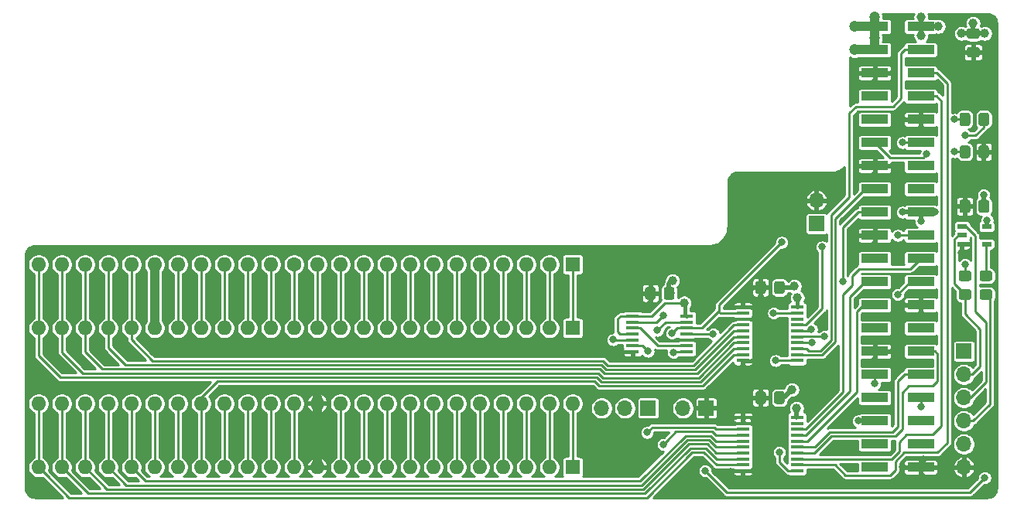
<source format=gbr>
G04 #@! TF.GenerationSoftware,KiCad,Pcbnew,(5.1.9)-1*
G04 #@! TF.CreationDate,2021-04-27T11:27:47+01:00*
G04 #@! TF.ProjectId,RGBtoHDMI Amiga Denise - solarmon - Rev 2 - TSSOP,52474274-6f48-4444-9d49-20416d696761,2 (TSSOP)*
G04 #@! TF.SameCoordinates,Original*
G04 #@! TF.FileFunction,Copper,L1,Top*
G04 #@! TF.FilePolarity,Positive*
%FSLAX46Y46*%
G04 Gerber Fmt 4.6, Leading zero omitted, Abs format (unit mm)*
G04 Created by KiCad (PCBNEW (5.1.9)-1) date 2021-04-27 11:27:47*
%MOMM*%
%LPD*%
G01*
G04 APERTURE LIST*
G04 #@! TA.AperFunction,SMDPad,CuDef*
%ADD10R,3.000000X1.000000*%
G04 #@! TD*
G04 #@! TA.AperFunction,ComponentPad*
%ADD11O,1.700000X1.700000*%
G04 #@! TD*
G04 #@! TA.AperFunction,ComponentPad*
%ADD12R,1.700000X1.700000*%
G04 #@! TD*
G04 #@! TA.AperFunction,ComponentPad*
%ADD13O,1.600000X1.600000*%
G04 #@! TD*
G04 #@! TA.AperFunction,ComponentPad*
%ADD14R,1.600000X1.600000*%
G04 #@! TD*
G04 #@! TA.AperFunction,SMDPad,CuDef*
%ADD15R,1.050000X0.600000*%
G04 #@! TD*
G04 #@! TA.AperFunction,SMDPad,CuDef*
%ADD16R,1.450000X0.450000*%
G04 #@! TD*
G04 #@! TA.AperFunction,ComponentPad*
%ADD17C,1.600000*%
G04 #@! TD*
G04 #@! TA.AperFunction,ViaPad*
%ADD18C,0.800000*%
G04 #@! TD*
G04 #@! TA.AperFunction,ViaPad*
%ADD19C,1.000000*%
G04 #@! TD*
G04 #@! TA.AperFunction,ViaPad*
%ADD20C,1.200000*%
G04 #@! TD*
G04 #@! TA.AperFunction,Conductor*
%ADD21C,1.000000*%
G04 #@! TD*
G04 #@! TA.AperFunction,Conductor*
%ADD22C,0.500000*%
G04 #@! TD*
G04 #@! TA.AperFunction,Conductor*
%ADD23C,0.400000*%
G04 #@! TD*
G04 #@! TA.AperFunction,Conductor*
%ADD24C,0.250000*%
G04 #@! TD*
G04 #@! TA.AperFunction,Conductor*
%ADD25C,0.254000*%
G04 #@! TD*
G04 #@! TA.AperFunction,Conductor*
%ADD26C,0.100000*%
G04 #@! TD*
G04 APERTURE END LIST*
G04 #@! TA.AperFunction,SMDPad,CuDef*
G36*
G01*
X207195000Y-51341000D02*
X207195000Y-52291000D01*
G75*
G02*
X206945000Y-52541000I-250000J0D01*
G01*
X206270000Y-52541000D01*
G75*
G02*
X206020000Y-52291000I0J250000D01*
G01*
X206020000Y-51341000D01*
G75*
G02*
X206270000Y-51091000I250000J0D01*
G01*
X206945000Y-51091000D01*
G75*
G02*
X207195000Y-51341000I0J-250000D01*
G01*
G37*
G04 #@! TD.AperFunction*
G04 #@! TA.AperFunction,SMDPad,CuDef*
G36*
G01*
X209270000Y-51341000D02*
X209270000Y-52291000D01*
G75*
G02*
X209020000Y-52541000I-250000J0D01*
G01*
X208345000Y-52541000D01*
G75*
G02*
X208095000Y-52291000I0J250000D01*
G01*
X208095000Y-51341000D01*
G75*
G02*
X208345000Y-51091000I250000J0D01*
G01*
X209020000Y-51091000D01*
G75*
G02*
X209270000Y-51341000I0J-250000D01*
G01*
G37*
G04 #@! TD.AperFunction*
D10*
X196743000Y-80391000D03*
X201783000Y-80391000D03*
X196743000Y-77851000D03*
X201783000Y-77851000D03*
X196743000Y-75311000D03*
X201783000Y-75311000D03*
X196743000Y-72771000D03*
X201783000Y-72771000D03*
X196743000Y-70231000D03*
X201783000Y-70231000D03*
X196743000Y-67691000D03*
X201783000Y-67691000D03*
X196743000Y-65151000D03*
X201783000Y-65151000D03*
X196743000Y-62611000D03*
X201783000Y-62611000D03*
X196743000Y-60071000D03*
X201783000Y-60071000D03*
X196743000Y-57531000D03*
X201783000Y-57531000D03*
X196743000Y-54991000D03*
X201783000Y-54991000D03*
X196743000Y-52451000D03*
X201783000Y-52451000D03*
X196743000Y-49911000D03*
X201783000Y-49911000D03*
X196743000Y-47371000D03*
X201783000Y-47371000D03*
X196743000Y-44831000D03*
X201783000Y-44831000D03*
X196743000Y-42291000D03*
X201783000Y-42291000D03*
X196743000Y-39751000D03*
X201783000Y-39751000D03*
X196743000Y-37211000D03*
X201783000Y-37211000D03*
X196743000Y-34671000D03*
X201783000Y-34671000D03*
X196743000Y-32131000D03*
X201783000Y-32131000D03*
D11*
X190373000Y-51181000D03*
D12*
X190373000Y-53721000D03*
G04 #@! TA.AperFunction,SMDPad,CuDef*
G36*
G01*
X207195000Y-41816000D02*
X207195000Y-42766000D01*
G75*
G02*
X206945000Y-43016000I-250000J0D01*
G01*
X206270000Y-43016000D01*
G75*
G02*
X206020000Y-42766000I0J250000D01*
G01*
X206020000Y-41816000D01*
G75*
G02*
X206270000Y-41566000I250000J0D01*
G01*
X206945000Y-41566000D01*
G75*
G02*
X207195000Y-41816000I0J-250000D01*
G01*
G37*
G04 #@! TD.AperFunction*
G04 #@! TA.AperFunction,SMDPad,CuDef*
G36*
G01*
X209270000Y-41816000D02*
X209270000Y-42766000D01*
G75*
G02*
X209020000Y-43016000I-250000J0D01*
G01*
X208345000Y-43016000D01*
G75*
G02*
X208095000Y-42766000I0J250000D01*
G01*
X208095000Y-41816000D01*
G75*
G02*
X208345000Y-41566000I250000J0D01*
G01*
X209020000Y-41566000D01*
G75*
G02*
X209270000Y-41816000I0J-250000D01*
G01*
G37*
G04 #@! TD.AperFunction*
D13*
X105283000Y-80391000D03*
X107823000Y-80391000D03*
X110363000Y-80391000D03*
X112903000Y-80391000D03*
X115443000Y-80391000D03*
X117983000Y-80391000D03*
X120523000Y-80391000D03*
X123063000Y-80391000D03*
X125603000Y-80391000D03*
X128143000Y-80391000D03*
X130683000Y-80391000D03*
X133223000Y-80391000D03*
X135763000Y-80391000D03*
X138303000Y-80391000D03*
X140843000Y-80391000D03*
X143383000Y-80391000D03*
X145923000Y-80391000D03*
X148463000Y-80391000D03*
X151003000Y-80391000D03*
X153543000Y-80391000D03*
X156083000Y-80391000D03*
X158623000Y-80391000D03*
X161163000Y-80391000D03*
D14*
X163703000Y-80391000D03*
D13*
X105283000Y-65151000D03*
X107823000Y-65151000D03*
X110363000Y-65151000D03*
X112903000Y-65151000D03*
X115443000Y-65151000D03*
X117983000Y-65151000D03*
X120523000Y-65151000D03*
X123063000Y-65151000D03*
X125603000Y-65151000D03*
X128143000Y-65151000D03*
X130683000Y-65151000D03*
X133223000Y-65151000D03*
X135763000Y-65151000D03*
X138303000Y-65151000D03*
X140843000Y-65151000D03*
X143383000Y-65151000D03*
X145923000Y-65151000D03*
X148463000Y-65151000D03*
X151003000Y-65151000D03*
X153543000Y-65151000D03*
X156083000Y-65151000D03*
X158623000Y-65151000D03*
X161163000Y-65151000D03*
D14*
X163703000Y-65151000D03*
D11*
X206502000Y-80391000D03*
X206502000Y-77851000D03*
X206502000Y-75311000D03*
X206502000Y-72771000D03*
X206502000Y-70231000D03*
D12*
X206502000Y-67691000D03*
G04 #@! TA.AperFunction,SMDPad,CuDef*
G36*
G01*
X209365001Y-60002000D02*
X208464999Y-60002000D01*
G75*
G02*
X208215000Y-59752001I0J249999D01*
G01*
X208215000Y-59101999D01*
G75*
G02*
X208464999Y-58852000I249999J0D01*
G01*
X209365001Y-58852000D01*
G75*
G02*
X209615000Y-59101999I0J-249999D01*
G01*
X209615000Y-59752001D01*
G75*
G02*
X209365001Y-60002000I-249999J0D01*
G01*
G37*
G04 #@! TD.AperFunction*
G04 #@! TA.AperFunction,SMDPad,CuDef*
G36*
G01*
X209365001Y-62052000D02*
X208464999Y-62052000D01*
G75*
G02*
X208215000Y-61802001I0J249999D01*
G01*
X208215000Y-61151999D01*
G75*
G02*
X208464999Y-60902000I249999J0D01*
G01*
X209365001Y-60902000D01*
G75*
G02*
X209615000Y-61151999I0J-249999D01*
G01*
X209615000Y-61802001D01*
G75*
G02*
X209365001Y-62052000I-249999J0D01*
G01*
G37*
G04 #@! TD.AperFunction*
D15*
X208995000Y-54041000D03*
X208995000Y-55941000D03*
X206295000Y-55941000D03*
X206295000Y-54991000D03*
X206295000Y-54041000D03*
D12*
X171958000Y-73914000D03*
D11*
X169418000Y-73914000D03*
X166878000Y-73914000D03*
X175768000Y-73914000D03*
D12*
X178308000Y-73914000D03*
G04 #@! TA.AperFunction,SMDPad,CuDef*
G36*
G01*
X206178999Y-60902000D02*
X207079001Y-60902000D01*
G75*
G02*
X207329000Y-61151999I0J-249999D01*
G01*
X207329000Y-61802001D01*
G75*
G02*
X207079001Y-62052000I-249999J0D01*
G01*
X206178999Y-62052000D01*
G75*
G02*
X205929000Y-61802001I0J249999D01*
G01*
X205929000Y-61151999D01*
G75*
G02*
X206178999Y-60902000I249999J0D01*
G01*
G37*
G04 #@! TD.AperFunction*
G04 #@! TA.AperFunction,SMDPad,CuDef*
G36*
G01*
X206178999Y-58852000D02*
X207079001Y-58852000D01*
G75*
G02*
X207329000Y-59101999I0J-249999D01*
G01*
X207329000Y-59752001D01*
G75*
G02*
X207079001Y-60002000I-249999J0D01*
G01*
X206178999Y-60002000D01*
G75*
G02*
X205929000Y-59752001I0J249999D01*
G01*
X205929000Y-59101999D01*
G75*
G02*
X206178999Y-58852000I249999J0D01*
G01*
G37*
G04 #@! TD.AperFunction*
G04 #@! TA.AperFunction,SMDPad,CuDef*
G36*
G01*
X184843000Y-60255999D02*
X184843000Y-61156001D01*
G75*
G02*
X184593001Y-61406000I-249999J0D01*
G01*
X183942999Y-61406000D01*
G75*
G02*
X183693000Y-61156001I0J249999D01*
G01*
X183693000Y-60255999D01*
G75*
G02*
X183942999Y-60006000I249999J0D01*
G01*
X184593001Y-60006000D01*
G75*
G02*
X184843000Y-60255999I0J-249999D01*
G01*
G37*
G04 #@! TD.AperFunction*
G04 #@! TA.AperFunction,SMDPad,CuDef*
G36*
G01*
X186893000Y-60255999D02*
X186893000Y-61156001D01*
G75*
G02*
X186643001Y-61406000I-249999J0D01*
G01*
X185992999Y-61406000D01*
G75*
G02*
X185743000Y-61156001I0J249999D01*
G01*
X185743000Y-60255999D01*
G75*
G02*
X185992999Y-60006000I249999J0D01*
G01*
X186643001Y-60006000D01*
G75*
G02*
X186893000Y-60255999I0J-249999D01*
G01*
G37*
G04 #@! TD.AperFunction*
G04 #@! TA.AperFunction,SMDPad,CuDef*
G36*
G01*
X184843000Y-72320999D02*
X184843000Y-73221001D01*
G75*
G02*
X184593001Y-73471000I-249999J0D01*
G01*
X183942999Y-73471000D01*
G75*
G02*
X183693000Y-73221001I0J249999D01*
G01*
X183693000Y-72320999D01*
G75*
G02*
X183942999Y-72071000I249999J0D01*
G01*
X184593001Y-72071000D01*
G75*
G02*
X184843000Y-72320999I0J-249999D01*
G01*
G37*
G04 #@! TD.AperFunction*
G04 #@! TA.AperFunction,SMDPad,CuDef*
G36*
G01*
X186893000Y-72320999D02*
X186893000Y-73221001D01*
G75*
G02*
X186643001Y-73471000I-249999J0D01*
G01*
X185992999Y-73471000D01*
G75*
G02*
X185743000Y-73221001I0J249999D01*
G01*
X185743000Y-72320999D01*
G75*
G02*
X185992999Y-72071000I249999J0D01*
G01*
X186643001Y-72071000D01*
G75*
G02*
X186893000Y-72320999I0J-249999D01*
G01*
G37*
G04 #@! TD.AperFunction*
G04 #@! TA.AperFunction,SMDPad,CuDef*
G36*
G01*
X172778000Y-60890999D02*
X172778000Y-61791001D01*
G75*
G02*
X172528001Y-62041000I-249999J0D01*
G01*
X171877999Y-62041000D01*
G75*
G02*
X171628000Y-61791001I0J249999D01*
G01*
X171628000Y-60890999D01*
G75*
G02*
X171877999Y-60641000I249999J0D01*
G01*
X172528001Y-60641000D01*
G75*
G02*
X172778000Y-60890999I0J-249999D01*
G01*
G37*
G04 #@! TD.AperFunction*
G04 #@! TA.AperFunction,SMDPad,CuDef*
G36*
G01*
X174828000Y-60890999D02*
X174828000Y-61791001D01*
G75*
G02*
X174578001Y-62041000I-249999J0D01*
G01*
X173927999Y-62041000D01*
G75*
G02*
X173678000Y-61791001I0J249999D01*
G01*
X173678000Y-60890999D01*
G75*
G02*
X173927999Y-60641000I249999J0D01*
G01*
X174578001Y-60641000D01*
G75*
G02*
X174828000Y-60890999I0J-249999D01*
G01*
G37*
G04 #@! TD.AperFunction*
D16*
X170278000Y-63836000D03*
X170278000Y-64486000D03*
X170278000Y-65136000D03*
X170278000Y-65786000D03*
X170278000Y-66436000D03*
X170278000Y-67086000D03*
X170278000Y-67736000D03*
X176178000Y-67736000D03*
X176178000Y-67086000D03*
X176178000Y-66436000D03*
X176178000Y-65786000D03*
X176178000Y-65136000D03*
X176178000Y-64486000D03*
X176178000Y-63836000D03*
X188243000Y-74926000D03*
X188243000Y-75576000D03*
X188243000Y-76226000D03*
X188243000Y-76876000D03*
X188243000Y-77526000D03*
X188243000Y-78176000D03*
X188243000Y-78826000D03*
X188243000Y-79476000D03*
X188243000Y-80126000D03*
X188243000Y-80776000D03*
X182343000Y-80776000D03*
X182343000Y-80126000D03*
X182343000Y-79476000D03*
X182343000Y-78826000D03*
X182343000Y-78176000D03*
X182343000Y-77526000D03*
X182343000Y-76876000D03*
X182343000Y-76226000D03*
X182343000Y-75576000D03*
X182343000Y-74926000D03*
X182343000Y-62861000D03*
X182343000Y-63511000D03*
X182343000Y-64161000D03*
X182343000Y-64811000D03*
X182343000Y-65461000D03*
X182343000Y-66111000D03*
X182343000Y-66761000D03*
X182343000Y-67411000D03*
X182343000Y-68061000D03*
X182343000Y-68711000D03*
X188243000Y-68711000D03*
X188243000Y-68061000D03*
X188243000Y-67411000D03*
X188243000Y-66761000D03*
X188243000Y-66111000D03*
X188243000Y-65461000D03*
X188243000Y-64811000D03*
X188243000Y-64161000D03*
X188243000Y-63511000D03*
X188243000Y-62861000D03*
G04 #@! TA.AperFunction,SMDPad,CuDef*
G36*
G01*
X207067999Y-32309000D02*
X207968001Y-32309000D01*
G75*
G02*
X208218000Y-32558999I0J-249999D01*
G01*
X208218000Y-33209001D01*
G75*
G02*
X207968001Y-33459000I-249999J0D01*
G01*
X207067999Y-33459000D01*
G75*
G02*
X206818000Y-33209001I0J249999D01*
G01*
X206818000Y-32558999D01*
G75*
G02*
X207067999Y-32309000I249999J0D01*
G01*
G37*
G04 #@! TD.AperFunction*
G04 #@! TA.AperFunction,SMDPad,CuDef*
G36*
G01*
X207067999Y-34359000D02*
X207968001Y-34359000D01*
G75*
G02*
X208218000Y-34608999I0J-249999D01*
G01*
X208218000Y-35259001D01*
G75*
G02*
X207968001Y-35509000I-249999J0D01*
G01*
X207067999Y-35509000D01*
G75*
G02*
X206818000Y-35259001I0J249999D01*
G01*
X206818000Y-34608999D01*
G75*
G02*
X207067999Y-34359000I249999J0D01*
G01*
G37*
G04 #@! TD.AperFunction*
G04 #@! TA.AperFunction,SMDPad,CuDef*
G36*
G01*
X206045000Y-46297001D02*
X206045000Y-45396999D01*
G75*
G02*
X206294999Y-45147000I249999J0D01*
G01*
X206945001Y-45147000D01*
G75*
G02*
X207195000Y-45396999I0J-249999D01*
G01*
X207195000Y-46297001D01*
G75*
G02*
X206945001Y-46547000I-249999J0D01*
G01*
X206294999Y-46547000D01*
G75*
G02*
X206045000Y-46297001I0J249999D01*
G01*
G37*
G04 #@! TD.AperFunction*
G04 #@! TA.AperFunction,SMDPad,CuDef*
G36*
G01*
X208095000Y-46297001D02*
X208095000Y-45396999D01*
G75*
G02*
X208344999Y-45147000I249999J0D01*
G01*
X208995001Y-45147000D01*
G75*
G02*
X209245000Y-45396999I0J-249999D01*
G01*
X209245000Y-46297001D01*
G75*
G02*
X208995001Y-46547000I-249999J0D01*
G01*
X208344999Y-46547000D01*
G75*
G02*
X208095000Y-46297001I0J249999D01*
G01*
G37*
G04 #@! TD.AperFunction*
D14*
X163703000Y-58166000D03*
D13*
X135763000Y-73406000D03*
X161163000Y-58166000D03*
X138303000Y-73406000D03*
X158623000Y-58166000D03*
X140843000Y-73406000D03*
X156083000Y-58166000D03*
X143383000Y-73406000D03*
X153543000Y-58166000D03*
X145923000Y-73406000D03*
X151003000Y-58166000D03*
X148463000Y-73406000D03*
X148463000Y-58166000D03*
X151003000Y-73406000D03*
X145923000Y-58166000D03*
X153543000Y-73406000D03*
X143383000Y-58166000D03*
X156083000Y-73406000D03*
X140843000Y-58166000D03*
X158623000Y-73406000D03*
X138303000Y-58166000D03*
X161163000Y-73406000D03*
X135763000Y-58166000D03*
X163703000Y-73406000D03*
D17*
X133223000Y-58166000D03*
D13*
X105283000Y-73406000D03*
X130683000Y-58166000D03*
X107823000Y-73406000D03*
X128143000Y-58166000D03*
X110363000Y-73406000D03*
X125603000Y-58166000D03*
X112903000Y-73406000D03*
X123063000Y-58166000D03*
X115443000Y-73406000D03*
X120523000Y-58166000D03*
X117983000Y-73406000D03*
X117983000Y-58166000D03*
X120523000Y-73406000D03*
X115443000Y-58166000D03*
X123063000Y-73406000D03*
X112903000Y-58166000D03*
X125603000Y-73406000D03*
X110363000Y-58166000D03*
X128143000Y-73406000D03*
X107823000Y-58166000D03*
X130683000Y-73406000D03*
X105283000Y-58166000D03*
X133223000Y-73406000D03*
D18*
X172212000Y-62484000D03*
X183515000Y-80772000D03*
X182372000Y-74168000D03*
X184277000Y-71501000D03*
X184277000Y-61849000D03*
X182372000Y-69469000D03*
X184277000Y-68199000D03*
X168402000Y-67945000D03*
X186309000Y-76581000D03*
X196723000Y-36195000D03*
X205613000Y-37211000D03*
X205613000Y-39751000D03*
X205613000Y-34544000D03*
X184023000Y-78740000D03*
X185547000Y-65532000D03*
X170688000Y-80391000D03*
X176784000Y-81026000D03*
X180975000Y-80899000D03*
X180213000Y-64516000D03*
X120523000Y-67691000D03*
X123063000Y-67691000D03*
X125603000Y-67691000D03*
X128143000Y-67691000D03*
X130683000Y-67691000D03*
X133223000Y-67691000D03*
X135763000Y-67691000D03*
X138303000Y-67691000D03*
X140843000Y-67691000D03*
X143383000Y-67691000D03*
X145923000Y-67691000D03*
X148463000Y-67691000D03*
X151003000Y-67691000D03*
X153543000Y-67691000D03*
X156083000Y-67691000D03*
X158623000Y-67691000D03*
X161163000Y-67691000D03*
X163703000Y-67691000D03*
X106553000Y-61341000D03*
X109093000Y-61341000D03*
X111633000Y-61341000D03*
X114173000Y-61341000D03*
X121793000Y-61341000D03*
X124333000Y-61341000D03*
X126873000Y-61341000D03*
X129413000Y-61341000D03*
X131953000Y-61341000D03*
X134493000Y-61341000D03*
X137033000Y-61341000D03*
X139573000Y-61341000D03*
X142113000Y-61341000D03*
X144653000Y-61341000D03*
X147193000Y-61341000D03*
X149733000Y-61341000D03*
X152273000Y-61341000D03*
X154813000Y-61341000D03*
X157353000Y-61341000D03*
X159893000Y-61341000D03*
X162433000Y-61341000D03*
X105283000Y-70231000D03*
X104648000Y-82931000D03*
X126873000Y-74676000D03*
X131953000Y-74676000D03*
X139573000Y-74676000D03*
X142113000Y-74676000D03*
X144653000Y-74676000D03*
X147193000Y-74676000D03*
X149733000Y-74676000D03*
X152273000Y-74676000D03*
X154813000Y-74676000D03*
X157353000Y-74676000D03*
X159893000Y-74676000D03*
X162433000Y-74676000D03*
X164973000Y-74676000D03*
X124333000Y-74676000D03*
X119253000Y-74676000D03*
X183642000Y-75311000D03*
X183642000Y-64135000D03*
X178054000Y-66802000D03*
X182118000Y-71501000D03*
X106807000Y-67691000D03*
X109347000Y-67691000D03*
X112014000Y-67691000D03*
X114300000Y-66929000D03*
X186309000Y-70485000D03*
X173863000Y-74041000D03*
X121666000Y-75311000D03*
X167132000Y-63881000D03*
X129032000Y-75184000D03*
X171069000Y-61341000D03*
X209677000Y-83185000D03*
X206248000Y-56896000D03*
X175895000Y-81026000D03*
X201803000Y-41275000D03*
X206248000Y-65278000D03*
X179959000Y-60452000D03*
X172593000Y-58166000D03*
X168275000Y-72644000D03*
X179451000Y-71501000D03*
X206629000Y-50546000D03*
X198755000Y-37211000D03*
X168148000Y-80391000D03*
X202057000Y-79502000D03*
X199771000Y-80391000D03*
X196723000Y-38227000D03*
X201803000Y-43307000D03*
X199771000Y-42291000D03*
X201930000Y-81407000D03*
X201803000Y-63627000D03*
X201803000Y-61595000D03*
X199771000Y-62611000D03*
X190500000Y-69850000D03*
X190500000Y-71882000D03*
X194691000Y-74041000D03*
X193802000Y-78359000D03*
X193802000Y-80391000D03*
X190119000Y-62357000D03*
X190119000Y-60579000D03*
X198755000Y-67691000D03*
X196723000Y-68707000D03*
X196723000Y-66675000D03*
X201803000Y-38481000D03*
X198755000Y-47371000D03*
X196723000Y-46355000D03*
X191262000Y-64135000D03*
X196723000Y-56007000D03*
X196723000Y-53975000D03*
X194691000Y-54991000D03*
X188849000Y-56261000D03*
X196723000Y-48387000D03*
D19*
X203708000Y-32131000D03*
X188214000Y-73914000D03*
X188285663Y-61849000D03*
D18*
X209042000Y-53340000D03*
X208660986Y-50546000D03*
D19*
X175895000Y-62386000D03*
X187706000Y-71882000D03*
D18*
X201803000Y-53467000D03*
D19*
X201803000Y-33147000D03*
X201803000Y-31115000D03*
D18*
X199771004Y-52451000D03*
D19*
X207518000Y-31750000D03*
X208788000Y-32893000D03*
X206248000Y-32893000D03*
D18*
X203333002Y-52408529D03*
D19*
X174625000Y-59943994D03*
X187960000Y-60579000D03*
D20*
X194564000Y-32131000D03*
X194564000Y-34671000D03*
X196723000Y-33401000D03*
X196723000Y-31115000D03*
D18*
X208787994Y-81534000D03*
X178181000Y-80772000D03*
X171831000Y-76581000D03*
X173609000Y-77887990D03*
X206629000Y-44069000D03*
X174563830Y-65724830D03*
X174752000Y-67818000D03*
X199771000Y-44831000D03*
X186563000Y-55753000D03*
X201803000Y-73787000D03*
X189906000Y-66761000D03*
X191268231Y-66045192D03*
X196723000Y-71247000D03*
X189825371Y-65310989D03*
X199263000Y-61468000D03*
X199262996Y-54991000D03*
X191008000Y-56261000D03*
X168148000Y-66421000D03*
X171958000Y-67691000D03*
X172974000Y-65405000D03*
X194945000Y-75311000D03*
X185685001Y-63511001D03*
X173609000Y-63754000D03*
X185928000Y-68707000D03*
X179081376Y-65816823D03*
X186309000Y-78740000D03*
X205486000Y-45847000D03*
X202438000Y-46101000D03*
X206629000Y-58166000D03*
X193294000Y-60071000D03*
X205486000Y-42291000D03*
D21*
X135763000Y-72771000D02*
X135763000Y-80391000D01*
D22*
X188214000Y-73914000D02*
X188214000Y-74897000D01*
X188214000Y-74897000D02*
X188217999Y-74900999D01*
D23*
X188243000Y-62861000D02*
X188285663Y-61849000D01*
D22*
X208670000Y-51816000D02*
X208670000Y-50555014D01*
X208670000Y-50555014D02*
X208660986Y-50546000D01*
X209042000Y-53994000D02*
X208995000Y-54041000D01*
X209042000Y-53340000D02*
X209042000Y-53994000D01*
D23*
X176022000Y-62513000D02*
X175895000Y-62386000D01*
X176022000Y-63680000D02*
X176022000Y-62513000D01*
X176178000Y-63836000D02*
X176022000Y-63680000D01*
D24*
X173764002Y-62386000D02*
X175895000Y-62386000D01*
X172314002Y-63836000D02*
X173764002Y-62386000D01*
X168955000Y-63836000D02*
X172314002Y-63836000D01*
X168910000Y-65786000D02*
X168656000Y-65532000D01*
X168656000Y-64135000D02*
X168955000Y-63836000D01*
X168656000Y-65532000D02*
X168656000Y-64135000D01*
X170278000Y-65786000D02*
X168910000Y-65786000D01*
D22*
X186318000Y-72771000D02*
X186817000Y-72771000D01*
X186817000Y-72771000D02*
X187706000Y-71882000D01*
X201803000Y-53467000D02*
X201783000Y-52451000D01*
X201783000Y-52451000D02*
X199771004Y-52451000D01*
X207518000Y-31750000D02*
X207518000Y-32884000D01*
X206874000Y-32893000D02*
X206883000Y-32884000D01*
X206248000Y-32893000D02*
X207509000Y-32893000D01*
X206892000Y-32893000D02*
X206883000Y-32884000D01*
X208788000Y-32893000D02*
X207527000Y-32893000D01*
X201803000Y-32111000D02*
X201783000Y-32131000D01*
X201803000Y-31115000D02*
X201803000Y-32111000D01*
X201803000Y-32151000D02*
X201783000Y-32131000D01*
X201803000Y-33147000D02*
X201803000Y-32151000D01*
X203708000Y-32131000D02*
X201783000Y-32131000D01*
X203290531Y-52451000D02*
X203333002Y-52408529D01*
X201783000Y-52451000D02*
X203290531Y-52451000D01*
X174253000Y-60315994D02*
X174625000Y-59943994D01*
X174253000Y-60960000D02*
X174253000Y-60315994D01*
X174634000Y-61341000D02*
X174253000Y-60960000D01*
X186318000Y-60706000D02*
X187833000Y-60706000D01*
X187833000Y-60706000D02*
X187960000Y-60579000D01*
D24*
X105283000Y-57531000D02*
X105283000Y-65151000D01*
X181368000Y-67411000D02*
X182343000Y-67411000D01*
X177728011Y-71050989D02*
X181368000Y-67411000D01*
X166810400Y-71050989D02*
X177728011Y-71050989D01*
X166302400Y-70542989D02*
X166810400Y-71050989D01*
X107626989Y-70542989D02*
X166302400Y-70542989D01*
X105283000Y-68199000D02*
X107626989Y-70542989D01*
X105283000Y-65151000D02*
X105283000Y-68199000D01*
X107823000Y-57531000D02*
X107823000Y-65151000D01*
X181368000Y-66761000D02*
X182343000Y-66761000D01*
X177528022Y-70600978D02*
X181368000Y-66761000D01*
X166996800Y-70600978D02*
X177528022Y-70600978D01*
X166488800Y-70092978D02*
X166996800Y-70600978D01*
X110097978Y-70092978D02*
X166488800Y-70092978D01*
X107823000Y-67818000D02*
X110097978Y-70092978D01*
X107823000Y-65151000D02*
X107823000Y-67818000D01*
X110363000Y-57531000D02*
X110363000Y-65151000D01*
X181368000Y-66111000D02*
X182343000Y-66111000D01*
X177328033Y-70150967D02*
X181368000Y-66111000D01*
X167183200Y-70150967D02*
X177328033Y-70150967D01*
X166675200Y-69642967D02*
X167183200Y-70150967D01*
X110363000Y-67754500D02*
X112251467Y-69642967D01*
X112251467Y-69642967D02*
X166675200Y-69642967D01*
X110363000Y-65151000D02*
X110363000Y-67754500D01*
X112903000Y-57531000D02*
X112903000Y-65151000D01*
X181368000Y-65461000D02*
X182343000Y-65461000D01*
X177128044Y-69700956D02*
X181368000Y-65461000D01*
X167369600Y-69700956D02*
X177128044Y-69700956D01*
X166861600Y-69192956D02*
X167369600Y-69700956D01*
X114785956Y-69192956D02*
X166861600Y-69192956D01*
X112903000Y-67310000D02*
X114785956Y-69192956D01*
X112903000Y-65151000D02*
X112903000Y-67310000D01*
X115443000Y-57531000D02*
X115443000Y-65151000D01*
X181368000Y-64811000D02*
X182343000Y-64811000D01*
X176928055Y-69250945D02*
X181368000Y-64811000D01*
X167556000Y-69250945D02*
X176928055Y-69250945D01*
X117764945Y-68742945D02*
X167048000Y-68742945D01*
X167048000Y-68742945D02*
X167556000Y-69250945D01*
X115443000Y-66421000D02*
X117764945Y-68742945D01*
X115443000Y-65151000D02*
X115443000Y-66421000D01*
D21*
X117983000Y-58166000D02*
X117983000Y-65151000D01*
X196723000Y-32151000D02*
X196743000Y-32131000D01*
X196723000Y-33401000D02*
X196723000Y-32151000D01*
X196723000Y-34651000D02*
X196743000Y-34671000D01*
X196723000Y-33401000D02*
X196723000Y-34651000D01*
X194564000Y-32131000D02*
X196743000Y-32131000D01*
X194564000Y-34671000D02*
X196743000Y-34671000D01*
X196723000Y-32111000D02*
X196743000Y-32131000D01*
X196723000Y-31115000D02*
X196723000Y-32111000D01*
D24*
X148463000Y-72771000D02*
X148463000Y-80391000D01*
X145923000Y-72771000D02*
X145923000Y-80391000D01*
X143383000Y-72771000D02*
X143383000Y-80391000D01*
X140843000Y-72771000D02*
X140843000Y-80391000D01*
X138303000Y-72771000D02*
X138303000Y-80391000D01*
X135763000Y-57531000D02*
X135763000Y-65151000D01*
X138303000Y-57531000D02*
X138303000Y-65151000D01*
X128143000Y-72771000D02*
X128143000Y-80391000D01*
X140843000Y-57531000D02*
X140843000Y-65151000D01*
X143383000Y-57531000D02*
X143383000Y-65151000D01*
X123063000Y-72771000D02*
X123063000Y-80391000D01*
X181368000Y-68061000D02*
X182343000Y-68061000D01*
X177928000Y-71501000D02*
X181368000Y-68061000D01*
X166624000Y-71501000D02*
X177928000Y-71501000D01*
X166116000Y-70993000D02*
X166624000Y-71501000D01*
X124841000Y-70993000D02*
X166116000Y-70993000D01*
X123063000Y-72771000D02*
X124841000Y-70993000D01*
X180594000Y-83185000D02*
X178181000Y-80772000D01*
X207136994Y-83185000D02*
X180594000Y-83185000D01*
X208787994Y-81534000D02*
X207136994Y-83185000D01*
X145923000Y-57531000D02*
X145923000Y-65151000D01*
X120523000Y-72771000D02*
X120523000Y-80391000D01*
X182343000Y-76226000D02*
X179358466Y-76226000D01*
X179172400Y-76039934D02*
X172372066Y-76039934D01*
X172230999Y-76181001D02*
X171831000Y-76581000D01*
X172372066Y-76039934D02*
X172230999Y-76181001D01*
X179358466Y-76226000D02*
X179172400Y-76039934D01*
X148463000Y-57531000D02*
X148463000Y-65151000D01*
X117983000Y-72771000D02*
X117983000Y-80391000D01*
X174008999Y-77487991D02*
X173609000Y-77887990D01*
X179372054Y-76876000D02*
X178986000Y-76489945D01*
X182343000Y-76876000D02*
X179372054Y-76876000D01*
X178986000Y-76489945D02*
X175007045Y-76489945D01*
X175007045Y-76489945D02*
X174008999Y-77487991D01*
X151003000Y-65151000D02*
X151003000Y-57531000D01*
X115443000Y-72771000D02*
X115443000Y-80391000D01*
X179385642Y-77526000D02*
X178799600Y-76939956D01*
X182343000Y-77526000D02*
X179385642Y-77526000D01*
X178799600Y-76939956D02*
X176044044Y-76939956D01*
X171069000Y-81915000D02*
X116967000Y-81915000D01*
X116967000Y-81915000D02*
X115443000Y-80391000D01*
X176044044Y-76939956D02*
X171069000Y-81915000D01*
X153543000Y-57531000D02*
X153543000Y-65151000D01*
X112903000Y-72771000D02*
X112903000Y-80391000D01*
X171255400Y-82365011D02*
X114877011Y-82365011D01*
X178613200Y-77389967D02*
X176230444Y-77389967D01*
X176230444Y-77389967D02*
X171255400Y-82365011D01*
X179399231Y-78176000D02*
X178613200Y-77389967D01*
X182343000Y-78176000D02*
X179399231Y-78176000D01*
X114877011Y-82365011D02*
X112903000Y-80391000D01*
X156083000Y-57531000D02*
X156083000Y-65151000D01*
X110363000Y-72771000D02*
X110363000Y-80391000D01*
X178426800Y-77839978D02*
X176416844Y-77839978D01*
X112787022Y-82815022D02*
X110363000Y-80391000D01*
X171441800Y-82815022D02*
X112787022Y-82815022D01*
X176416844Y-77839978D02*
X171441800Y-82815022D01*
X182343000Y-78826000D02*
X179412820Y-78826000D01*
X179412820Y-78826000D02*
X178426800Y-77839978D01*
X158623000Y-57531000D02*
X158623000Y-65151000D01*
X107823000Y-72771000D02*
X107823000Y-80391000D01*
X182343000Y-79476000D02*
X179426410Y-79476000D01*
X176603244Y-78289989D02*
X171628200Y-83265033D01*
X179426410Y-79476000D02*
X178240400Y-78289989D01*
X171628200Y-83265033D02*
X110697033Y-83265033D01*
X178240400Y-78289989D02*
X176603244Y-78289989D01*
X110697033Y-83265033D02*
X107823000Y-80391000D01*
X161163000Y-57531000D02*
X161163000Y-65151000D01*
X105283000Y-72771000D02*
X105283000Y-80391000D01*
X108607044Y-83715044D02*
X106132999Y-81240999D01*
X176789644Y-78740000D02*
X171814600Y-83715044D01*
X178054000Y-78740000D02*
X176789644Y-78740000D01*
X179440000Y-80126000D02*
X178054000Y-78740000D01*
X106132999Y-81240999D02*
X105283000Y-80391000D01*
X182343000Y-80126000D02*
X179440000Y-80126000D01*
X171814600Y-83715044D02*
X108607044Y-83715044D01*
X163703000Y-57531000D02*
X163703000Y-65151000D01*
X207772000Y-44069000D02*
X208682500Y-43158500D01*
X206629000Y-44069000D02*
X207772000Y-44069000D01*
X208682500Y-43158500D02*
X208682500Y-42291000D01*
X174834000Y-67736000D02*
X174752000Y-67818000D01*
X175543000Y-67736000D02*
X174834000Y-67736000D01*
X179705000Y-63373000D02*
X179578000Y-63373000D01*
X179843000Y-63511000D02*
X179705000Y-63373000D01*
X182343000Y-63511000D02*
X179843000Y-63511000D01*
X179641500Y-63309500D02*
X179578000Y-63373000D01*
X175151999Y-65136661D02*
X177814339Y-65136661D01*
X177814339Y-65136661D02*
X179641500Y-63309500D01*
X174563830Y-65724830D02*
X175151999Y-65136661D01*
X201783000Y-44831000D02*
X199771000Y-44831000D01*
X186163001Y-56152999D02*
X186563000Y-55753000D01*
X179705000Y-62611000D02*
X186163001Y-56152999D01*
X179705000Y-63373000D02*
X179705000Y-62611000D01*
X195707000Y-49911000D02*
X196743000Y-49911000D01*
X192443243Y-53174757D02*
X195707000Y-49911000D01*
X192443243Y-66679185D02*
X192443243Y-53174757D01*
X191018416Y-68104012D02*
X192443243Y-66679185D01*
X188286012Y-68104012D02*
X191018416Y-68104012D01*
X188243000Y-68061000D02*
X188286012Y-68104012D01*
X201549000Y-72771000D02*
X201823000Y-72771000D01*
X201803000Y-72791000D02*
X201783000Y-72771000D01*
X201803000Y-73787000D02*
X201803000Y-72791000D01*
X188243000Y-66761000D02*
X189906000Y-66761000D01*
X188243000Y-66111000D02*
X188318001Y-66035999D01*
X188318001Y-66035999D02*
X191259038Y-66035999D01*
X191259038Y-66035999D02*
X191268231Y-66045192D01*
X196743000Y-71227000D02*
X196723000Y-71247000D01*
X196743000Y-70231000D02*
X196743000Y-71227000D01*
D22*
X201803000Y-60091000D02*
X201823000Y-60071000D01*
X201803000Y-60051000D02*
X201823000Y-60071000D01*
D24*
X189675360Y-65461000D02*
X189825371Y-65310989D01*
X188243000Y-65461000D02*
X189675360Y-65461000D01*
X201783000Y-60071000D02*
X200660000Y-60071000D01*
X200660000Y-60071000D02*
X199263000Y-61468000D01*
X201783000Y-54991000D02*
X199262996Y-54991000D01*
X189218000Y-64811000D02*
X191008000Y-63021000D01*
X191008000Y-63021000D02*
X191008000Y-56261000D01*
X188243000Y-64811000D02*
X189218000Y-64811000D01*
X200640000Y-58674000D02*
X201783000Y-57531000D01*
X194310000Y-59436000D02*
X195072000Y-58674000D01*
X194310000Y-60452000D02*
X194310000Y-59436000D01*
X193294000Y-61468000D02*
X194310000Y-60452000D01*
X193294000Y-72150000D02*
X193294000Y-61468000D01*
X189218000Y-76226000D02*
X193294000Y-72150000D01*
X195072000Y-58674000D02*
X200640000Y-58674000D01*
X188243000Y-76226000D02*
X189218000Y-76226000D01*
X195707000Y-60071000D02*
X196252990Y-60071000D01*
X194056000Y-61722000D02*
X195707000Y-60071000D01*
X194056000Y-72038000D02*
X194056000Y-61722000D01*
X189218000Y-76876000D02*
X194056000Y-72038000D01*
X188243000Y-76876000D02*
X189218000Y-76876000D01*
X195580000Y-62611000D02*
X196743000Y-62611000D01*
X194818000Y-63373000D02*
X195580000Y-62611000D01*
X194818000Y-72110998D02*
X194818000Y-63373000D01*
X189402998Y-77526000D02*
X194818000Y-72110998D01*
X188243000Y-77526000D02*
X189402998Y-77526000D01*
X190176410Y-78176000D02*
X188243000Y-78176000D01*
X200025000Y-70231000D02*
X199263000Y-70993000D01*
X201783000Y-70231000D02*
X200025000Y-70231000D01*
X191840421Y-76511989D02*
X190176410Y-78176000D01*
X199263000Y-70993000D02*
X199263000Y-75946000D01*
X199263000Y-75946000D02*
X198697011Y-76511989D01*
X198697011Y-76511989D02*
X191840421Y-76511989D01*
X201930000Y-67584000D02*
X201823000Y-67691000D01*
X201823000Y-67691000D02*
X200914000Y-67691000D01*
X201783000Y-67691000D02*
X201041000Y-67691000D01*
X192026821Y-76962000D02*
X190162821Y-78826000D01*
X199009000Y-76962000D02*
X192026821Y-76962000D01*
X199771000Y-76200000D02*
X199009000Y-76962000D01*
X200467998Y-71501000D02*
X199771000Y-72197998D01*
X203098002Y-71501000D02*
X200467998Y-71501000D01*
X203608001Y-70991001D02*
X203098002Y-71501000D01*
X203608001Y-67972001D02*
X203608001Y-70991001D01*
X190162821Y-78826000D02*
X188243000Y-78826000D01*
X199771000Y-72197998D02*
X199771000Y-76200000D01*
X203327000Y-67691000D02*
X203608001Y-67972001D01*
X201783000Y-67691000D02*
X203327000Y-67691000D01*
X203533000Y-39751000D02*
X201783000Y-39751000D01*
X199424088Y-78676001D02*
X199424088Y-77624910D01*
X204058012Y-40276012D02*
X203533000Y-39751000D01*
X203073000Y-76835000D02*
X204058012Y-75849988D01*
X198624089Y-79476000D02*
X199424088Y-78676001D01*
X188243000Y-79476000D02*
X198624089Y-79476000D01*
X200213998Y-76835000D02*
X203073000Y-76835000D01*
X199424088Y-77624910D02*
X200213998Y-76835000D01*
X204058012Y-75849988D02*
X204058012Y-40276012D01*
X203533000Y-37211000D02*
X201783000Y-37211000D01*
X204666011Y-38344011D02*
X203533000Y-37211000D01*
X204666011Y-77728987D02*
X204666011Y-38344011D01*
X203617999Y-78776999D02*
X204666011Y-77728987D01*
X199959500Y-78776999D02*
X203617999Y-78776999D01*
X199009000Y-79727499D02*
X199959500Y-78776999D01*
X198439002Y-81280000D02*
X199009000Y-80710002D01*
X193548000Y-81280000D02*
X198439002Y-81280000D01*
X199009000Y-80710002D02*
X199009000Y-79727499D01*
X192394000Y-80126000D02*
X193548000Y-81280000D01*
X188243000Y-80126000D02*
X192394000Y-80126000D01*
X200033000Y-34671000D02*
X201783000Y-34671000D01*
X199644000Y-35060000D02*
X200033000Y-34671000D01*
X199644000Y-40005000D02*
X199644000Y-35060000D01*
X198755000Y-40894000D02*
X199644000Y-40005000D01*
X194691000Y-40894000D02*
X198755000Y-40894000D01*
X193973010Y-41611990D02*
X194691000Y-40894000D01*
X193973010Y-45388044D02*
X193973010Y-41611990D01*
X193968571Y-45392483D02*
X193973010Y-45388044D01*
X189291974Y-67411000D02*
X189534975Y-67654001D01*
X189534975Y-67654001D02*
X190832016Y-67654001D01*
X193966455Y-45475947D02*
X193968571Y-45392483D01*
X190832016Y-67654001D02*
X191993232Y-66492785D01*
X191993232Y-66492785D02*
X191993232Y-52718782D01*
X188243000Y-67411000D02*
X189291974Y-67411000D01*
X193950595Y-45573986D02*
X193957406Y-45484548D01*
X191993232Y-52718782D02*
X193929000Y-50783014D01*
X193929000Y-45671712D02*
X193929789Y-45671102D01*
X193929789Y-45671102D02*
X193941122Y-45582118D01*
X193941122Y-45582118D02*
X193950595Y-45573986D01*
X193929000Y-50783014D02*
X193929000Y-45671712D01*
X193957406Y-45484548D02*
X193966455Y-45475947D01*
X151003000Y-72771000D02*
X151003000Y-80391000D01*
X153543000Y-72771000D02*
X153543000Y-80391000D01*
X156083000Y-72771000D02*
X156083000Y-80391000D01*
X158623000Y-72771000D02*
X158623000Y-80391000D01*
X161163000Y-72771000D02*
X161163000Y-80391000D01*
X163703000Y-72771000D02*
X163703000Y-80391000D01*
X133223000Y-72771000D02*
X133223000Y-80391000D01*
X125603000Y-72771000D02*
X125603000Y-80391000D01*
X120523000Y-57531000D02*
X120523000Y-65151000D01*
X123063000Y-57531000D02*
X123063000Y-65151000D01*
X125603000Y-57531000D02*
X125603000Y-65151000D01*
X128143000Y-57531000D02*
X128143000Y-65151000D01*
X130683000Y-57531000D02*
X130683000Y-65151000D01*
X133223000Y-57531000D02*
X133223000Y-65151000D01*
X130683000Y-72771000D02*
X130683000Y-80391000D01*
X169673000Y-66421000D02*
X169643000Y-66451000D01*
X168163000Y-66436000D02*
X168148000Y-66421000D01*
X170278000Y-66436000D02*
X168163000Y-66436000D01*
X169643000Y-67086000D02*
X171353000Y-67086000D01*
X171353000Y-67086000D02*
X171558001Y-67291001D01*
X171558001Y-67291001D02*
X171958000Y-67691000D01*
X175558000Y-64516000D02*
X175543000Y-64501000D01*
X173893000Y-64486000D02*
X172974000Y-65405000D01*
X176178000Y-64486000D02*
X173893000Y-64486000D01*
X175093004Y-67086000D02*
X175543000Y-67086000D01*
X173004000Y-67086000D02*
X175093004Y-67086000D01*
X171054000Y-65136000D02*
X173004000Y-67086000D01*
X169643000Y-65136000D02*
X171054000Y-65136000D01*
X194945000Y-75311000D02*
X196743000Y-75311000D01*
X188243000Y-63511000D02*
X186250686Y-63511001D01*
X186250686Y-63511001D02*
X185685001Y-63511001D01*
X171196000Y-64516000D02*
X171450000Y-64516000D01*
X169672000Y-64516000D02*
X171196000Y-64516000D01*
X172847000Y-64516000D02*
X173609000Y-63754000D01*
X171196000Y-64516000D02*
X172847000Y-64516000D01*
X188243000Y-68711000D02*
X185932000Y-68711000D01*
X185932000Y-68711000D02*
X185928000Y-68707000D01*
X179050553Y-65786000D02*
X179081376Y-65816823D01*
X175543000Y-65786000D02*
X179050553Y-65786000D01*
X186309000Y-79817000D02*
X186309000Y-78740000D01*
X187268000Y-80776000D02*
X186309000Y-79817000D01*
X188243000Y-80776000D02*
X187268000Y-80776000D01*
X209365011Y-61927011D02*
X208915000Y-61477000D01*
X209365011Y-73463989D02*
X209365011Y-61927011D01*
X207518000Y-75311000D02*
X209365011Y-73463989D01*
X206248000Y-75311000D02*
X207518000Y-75311000D01*
X207772000Y-55057998D02*
X206755002Y-54041000D01*
X207772000Y-63373000D02*
X207772000Y-55057998D01*
X208915000Y-64516000D02*
X207772000Y-63373000D01*
X206755002Y-54041000D02*
X206295000Y-54041000D01*
X208915000Y-71056500D02*
X208915000Y-64516000D01*
X207200500Y-72771000D02*
X208915000Y-71056500D01*
X206248000Y-72771000D02*
X207200500Y-72771000D01*
X205911998Y-54991000D02*
X206295000Y-54991000D01*
X207391000Y-70231000D02*
X206248000Y-70231000D01*
X208280000Y-69342000D02*
X207391000Y-70231000D01*
X208280000Y-65278000D02*
X208280000Y-69342000D01*
X206629000Y-63627000D02*
X208280000Y-65278000D01*
X206629000Y-61477000D02*
X206629000Y-63627000D01*
X205444999Y-55457999D02*
X205911998Y-54991000D01*
X206629000Y-61477000D02*
X205444999Y-60292999D01*
X205444999Y-60292999D02*
X205444999Y-55457999D01*
X208915000Y-56021000D02*
X208995000Y-55941000D01*
X208915000Y-59427000D02*
X208915000Y-56021000D01*
X205486000Y-45847000D02*
X206620000Y-45847000D01*
X202038001Y-46500999D02*
X202438000Y-46101000D01*
X198412999Y-46500999D02*
X202038001Y-46500999D01*
X196743000Y-44831000D02*
X198412999Y-46500999D01*
X206629000Y-58166000D02*
X206629000Y-59427000D01*
X194945000Y-52451000D02*
X193294000Y-54102000D01*
X196743000Y-52451000D02*
X194945000Y-52451000D01*
X193294000Y-54102000D02*
X193294000Y-60071000D01*
X196723000Y-57511000D02*
X196703000Y-57531000D01*
X203073000Y-77851000D02*
X201823000Y-77851000D01*
X206607500Y-42291000D02*
X205486000Y-42291000D01*
D25*
X209244138Y-30729126D02*
X209438580Y-30787832D01*
X209617909Y-30883183D01*
X209775309Y-31011555D01*
X209904774Y-31168053D01*
X210001375Y-31346713D01*
X210061438Y-31540743D01*
X210085000Y-31764920D01*
X210085001Y-82653470D01*
X210062874Y-82879138D01*
X210004170Y-83073576D01*
X209908816Y-83252912D01*
X209780443Y-83410311D01*
X209623949Y-83539773D01*
X209445287Y-83636375D01*
X209251257Y-83696438D01*
X209027080Y-83720000D01*
X172525235Y-83720000D01*
X175550157Y-80695078D01*
X177400000Y-80695078D01*
X177400000Y-80848922D01*
X177430013Y-80999809D01*
X177488887Y-81141942D01*
X177574358Y-81269859D01*
X177683141Y-81378642D01*
X177811058Y-81464113D01*
X177953191Y-81522987D01*
X178104078Y-81553000D01*
X178246409Y-81553000D01*
X180218628Y-83525220D01*
X180234473Y-83544527D01*
X180311521Y-83607759D01*
X180399425Y-83654745D01*
X180472607Y-83676944D01*
X180494806Y-83683678D01*
X180504694Y-83684652D01*
X180569146Y-83691000D01*
X180569153Y-83691000D01*
X180593999Y-83693447D01*
X180618845Y-83691000D01*
X207112148Y-83691000D01*
X207136994Y-83693447D01*
X207161840Y-83691000D01*
X207161848Y-83691000D01*
X207236187Y-83683678D01*
X207331569Y-83654745D01*
X207419473Y-83607759D01*
X207496521Y-83544527D01*
X207512370Y-83525215D01*
X208722586Y-82315000D01*
X208864916Y-82315000D01*
X209015803Y-82284987D01*
X209157936Y-82226113D01*
X209285853Y-82140642D01*
X209394636Y-82031859D01*
X209480107Y-81903942D01*
X209538981Y-81761809D01*
X209568994Y-81610922D01*
X209568994Y-81457078D01*
X209538981Y-81306191D01*
X209480107Y-81164058D01*
X209394636Y-81036141D01*
X209285853Y-80927358D01*
X209157936Y-80841887D01*
X209015803Y-80783013D01*
X208864916Y-80753000D01*
X208711072Y-80753000D01*
X208560185Y-80783013D01*
X208418052Y-80841887D01*
X208290135Y-80927358D01*
X208181352Y-81036141D01*
X208095881Y-81164058D01*
X208037007Y-81306191D01*
X208006994Y-81457078D01*
X208006994Y-81599408D01*
X206927403Y-82679000D01*
X180803592Y-82679000D01*
X179125592Y-81001000D01*
X181235157Y-81001000D01*
X181242513Y-81075689D01*
X181264299Y-81147508D01*
X181299678Y-81213696D01*
X181347289Y-81271711D01*
X181405304Y-81319322D01*
X181471492Y-81354701D01*
X181543311Y-81376487D01*
X181618000Y-81383843D01*
X182120750Y-81382000D01*
X182216000Y-81286750D01*
X182216000Y-80874000D01*
X182470000Y-80874000D01*
X182470000Y-81286750D01*
X182565250Y-81382000D01*
X183068000Y-81383843D01*
X183142689Y-81376487D01*
X183214508Y-81354701D01*
X183280696Y-81319322D01*
X183338711Y-81271711D01*
X183386322Y-81213696D01*
X183421701Y-81147508D01*
X183443487Y-81075689D01*
X183450843Y-81001000D01*
X183449000Y-80969250D01*
X183353750Y-80874000D01*
X182470000Y-80874000D01*
X182216000Y-80874000D01*
X181332250Y-80874000D01*
X181237000Y-80969250D01*
X181235157Y-81001000D01*
X179125592Y-81001000D01*
X178962000Y-80837409D01*
X178962000Y-80695078D01*
X178931987Y-80544191D01*
X178873113Y-80402058D01*
X178787642Y-80274141D01*
X178678859Y-80165358D01*
X178550942Y-80079887D01*
X178408809Y-80021013D01*
X178257922Y-79991000D01*
X178104078Y-79991000D01*
X177953191Y-80021013D01*
X177811058Y-80079887D01*
X177683141Y-80165358D01*
X177574358Y-80274141D01*
X177488887Y-80402058D01*
X177430013Y-80544191D01*
X177400000Y-80695078D01*
X175550157Y-80695078D01*
X176999236Y-79246000D01*
X177844409Y-79246000D01*
X179064628Y-80466220D01*
X179080473Y-80485527D01*
X179157521Y-80548759D01*
X179245425Y-80595745D01*
X179340807Y-80624678D01*
X179415146Y-80632000D01*
X179415154Y-80632000D01*
X179440000Y-80634447D01*
X179464846Y-80632000D01*
X181286250Y-80632000D01*
X181332250Y-80678000D01*
X181421539Y-80678000D01*
X181471492Y-80704701D01*
X181543311Y-80726487D01*
X181618000Y-80733843D01*
X183068000Y-80733843D01*
X183142689Y-80726487D01*
X183214508Y-80704701D01*
X183264461Y-80678000D01*
X183353750Y-80678000D01*
X183449000Y-80582750D01*
X183450843Y-80551000D01*
X183443487Y-80476311D01*
X183435809Y-80451000D01*
X183443487Y-80425689D01*
X183450843Y-80351000D01*
X183450843Y-79901000D01*
X183443487Y-79826311D01*
X183435809Y-79801000D01*
X183443487Y-79775689D01*
X183450843Y-79701000D01*
X183450843Y-79251000D01*
X183443487Y-79176311D01*
X183435809Y-79151000D01*
X183443487Y-79125689D01*
X183450843Y-79051000D01*
X183450843Y-78601000D01*
X183443487Y-78526311D01*
X183435809Y-78501000D01*
X183443487Y-78475689D01*
X183450843Y-78401000D01*
X183450843Y-77951000D01*
X183443487Y-77876311D01*
X183435809Y-77851000D01*
X183443487Y-77825689D01*
X183450843Y-77751000D01*
X183450843Y-77301000D01*
X183443487Y-77226311D01*
X183435809Y-77201000D01*
X183443487Y-77175689D01*
X183450843Y-77101000D01*
X183450843Y-76651000D01*
X183443487Y-76576311D01*
X183435809Y-76551000D01*
X183443487Y-76525689D01*
X183450843Y-76451000D01*
X183450843Y-76001000D01*
X183443487Y-75926311D01*
X183435809Y-75901000D01*
X183443487Y-75875689D01*
X183450843Y-75801000D01*
X183449000Y-75769250D01*
X183353750Y-75674000D01*
X183264461Y-75674000D01*
X183214508Y-75647299D01*
X183142689Y-75625513D01*
X183068000Y-75618157D01*
X181618000Y-75618157D01*
X181543311Y-75625513D01*
X181471492Y-75647299D01*
X181421539Y-75674000D01*
X181332250Y-75674000D01*
X181286250Y-75720000D01*
X179568057Y-75720000D01*
X179547776Y-75699719D01*
X179531927Y-75680407D01*
X179454879Y-75617175D01*
X179366975Y-75570189D01*
X179271593Y-75541256D01*
X179197254Y-75533934D01*
X179197246Y-75533934D01*
X179172400Y-75531487D01*
X179147554Y-75533934D01*
X172396920Y-75533934D01*
X172372066Y-75531486D01*
X172347212Y-75533934D01*
X172272873Y-75541256D01*
X172177491Y-75570189D01*
X172089587Y-75617175D01*
X172012539Y-75680407D01*
X171996690Y-75699719D01*
X171896409Y-75800000D01*
X171754078Y-75800000D01*
X171603191Y-75830013D01*
X171461058Y-75888887D01*
X171333141Y-75974358D01*
X171224358Y-76083141D01*
X171138887Y-76211058D01*
X171080013Y-76353191D01*
X171050000Y-76504078D01*
X171050000Y-76657922D01*
X171080013Y-76808809D01*
X171138887Y-76950942D01*
X171224358Y-77078859D01*
X171333141Y-77187642D01*
X171461058Y-77273113D01*
X171603191Y-77331987D01*
X171754078Y-77362000D01*
X171907922Y-77362000D01*
X172058809Y-77331987D01*
X172200942Y-77273113D01*
X172328859Y-77187642D01*
X172437642Y-77078859D01*
X172523113Y-76950942D01*
X172581987Y-76808809D01*
X172612000Y-76657922D01*
X172612000Y-76545934D01*
X174235464Y-76545934D01*
X173674409Y-77106990D01*
X173532078Y-77106990D01*
X173381191Y-77137003D01*
X173239058Y-77195877D01*
X173111141Y-77281348D01*
X173002358Y-77390131D01*
X172916887Y-77518048D01*
X172858013Y-77660181D01*
X172828000Y-77811068D01*
X172828000Y-77964912D01*
X172858013Y-78115799D01*
X172916887Y-78257932D01*
X173002358Y-78385849D01*
X173111141Y-78494632D01*
X173239058Y-78580103D01*
X173381191Y-78638977D01*
X173532078Y-78668990D01*
X173599418Y-78668990D01*
X170859409Y-81409000D01*
X164816969Y-81409000D01*
X164821322Y-81403696D01*
X164856701Y-81337508D01*
X164878487Y-81265689D01*
X164885843Y-81191000D01*
X164885843Y-79591000D01*
X164878487Y-79516311D01*
X164856701Y-79444492D01*
X164821322Y-79378304D01*
X164773711Y-79320289D01*
X164715696Y-79272678D01*
X164649508Y-79237299D01*
X164577689Y-79215513D01*
X164503000Y-79208157D01*
X164209000Y-79208157D01*
X164209000Y-75151000D01*
X181235157Y-75151000D01*
X181242513Y-75225689D01*
X181250191Y-75251000D01*
X181242513Y-75276311D01*
X181235157Y-75351000D01*
X181237000Y-75382750D01*
X181332250Y-75478000D01*
X181421539Y-75478000D01*
X181471492Y-75504701D01*
X181543311Y-75526487D01*
X181618000Y-75533843D01*
X182120750Y-75532000D01*
X182174750Y-75478000D01*
X182216000Y-75478000D01*
X182216000Y-75024000D01*
X182470000Y-75024000D01*
X182470000Y-75478000D01*
X182511250Y-75478000D01*
X182565250Y-75532000D01*
X183068000Y-75533843D01*
X183142689Y-75526487D01*
X183214508Y-75504701D01*
X183264461Y-75478000D01*
X183353750Y-75478000D01*
X183449000Y-75382750D01*
X183450843Y-75351000D01*
X183443487Y-75276311D01*
X183435809Y-75251000D01*
X183443487Y-75225689D01*
X183450843Y-75151000D01*
X183449000Y-75119250D01*
X183353750Y-75024000D01*
X183264461Y-75024000D01*
X183214508Y-74997299D01*
X183142689Y-74975513D01*
X183068000Y-74968157D01*
X182565250Y-74970000D01*
X182511250Y-75024000D01*
X182470000Y-75024000D01*
X182216000Y-75024000D01*
X182174750Y-75024000D01*
X182120750Y-74970000D01*
X181618000Y-74968157D01*
X181543311Y-74975513D01*
X181471492Y-74997299D01*
X181421539Y-75024000D01*
X181332250Y-75024000D01*
X181237000Y-75119250D01*
X181235157Y-75151000D01*
X164209000Y-75151000D01*
X164209000Y-74474712D01*
X164262413Y-74452588D01*
X164455843Y-74323342D01*
X164620342Y-74158843D01*
X164749588Y-73965413D01*
X164821104Y-73792757D01*
X165647000Y-73792757D01*
X165647000Y-74035243D01*
X165694307Y-74273069D01*
X165787102Y-74497097D01*
X165921820Y-74698717D01*
X166093283Y-74870180D01*
X166294903Y-75004898D01*
X166518931Y-75097693D01*
X166756757Y-75145000D01*
X166999243Y-75145000D01*
X167237069Y-75097693D01*
X167461097Y-75004898D01*
X167662717Y-74870180D01*
X167834180Y-74698717D01*
X167968898Y-74497097D01*
X168061693Y-74273069D01*
X168109000Y-74035243D01*
X168109000Y-73792757D01*
X168187000Y-73792757D01*
X168187000Y-74035243D01*
X168234307Y-74273069D01*
X168327102Y-74497097D01*
X168461820Y-74698717D01*
X168633283Y-74870180D01*
X168834903Y-75004898D01*
X169058931Y-75097693D01*
X169296757Y-75145000D01*
X169539243Y-75145000D01*
X169777069Y-75097693D01*
X170001097Y-75004898D01*
X170202717Y-74870180D01*
X170374180Y-74698717D01*
X170508898Y-74497097D01*
X170601693Y-74273069D01*
X170649000Y-74035243D01*
X170649000Y-73792757D01*
X170601693Y-73554931D01*
X170508898Y-73330903D01*
X170374180Y-73129283D01*
X170308897Y-73064000D01*
X170725157Y-73064000D01*
X170725157Y-74764000D01*
X170732513Y-74838689D01*
X170754299Y-74910508D01*
X170789678Y-74976696D01*
X170837289Y-75034711D01*
X170895304Y-75082322D01*
X170961492Y-75117701D01*
X171033311Y-75139487D01*
X171108000Y-75146843D01*
X172808000Y-75146843D01*
X172882689Y-75139487D01*
X172954508Y-75117701D01*
X173020696Y-75082322D01*
X173078711Y-75034711D01*
X173126322Y-74976696D01*
X173161701Y-74910508D01*
X173183487Y-74838689D01*
X173190843Y-74764000D01*
X173190843Y-73792757D01*
X174537000Y-73792757D01*
X174537000Y-74035243D01*
X174584307Y-74273069D01*
X174677102Y-74497097D01*
X174811820Y-74698717D01*
X174983283Y-74870180D01*
X175184903Y-75004898D01*
X175408931Y-75097693D01*
X175646757Y-75145000D01*
X175889243Y-75145000D01*
X176127069Y-75097693D01*
X176351097Y-75004898D01*
X176552717Y-74870180D01*
X176658897Y-74764000D01*
X177075157Y-74764000D01*
X177082513Y-74838689D01*
X177104299Y-74910508D01*
X177139678Y-74976696D01*
X177187289Y-75034711D01*
X177245304Y-75082322D01*
X177311492Y-75117701D01*
X177383311Y-75139487D01*
X177458000Y-75146843D01*
X178085750Y-75145000D01*
X178181000Y-75049750D01*
X178181000Y-74041000D01*
X178435000Y-74041000D01*
X178435000Y-75049750D01*
X178530250Y-75145000D01*
X179158000Y-75146843D01*
X179232689Y-75139487D01*
X179304508Y-75117701D01*
X179370696Y-75082322D01*
X179428711Y-75034711D01*
X179476322Y-74976696D01*
X179511701Y-74910508D01*
X179533487Y-74838689D01*
X179540843Y-74764000D01*
X179540659Y-74701000D01*
X181235157Y-74701000D01*
X181237000Y-74732750D01*
X181332250Y-74828000D01*
X182216000Y-74828000D01*
X182216000Y-74415250D01*
X182470000Y-74415250D01*
X182470000Y-74828000D01*
X183353750Y-74828000D01*
X183449000Y-74732750D01*
X183450843Y-74701000D01*
X183443487Y-74626311D01*
X183421701Y-74554492D01*
X183386322Y-74488304D01*
X183338711Y-74430289D01*
X183280696Y-74382678D01*
X183214508Y-74347299D01*
X183142689Y-74325513D01*
X183068000Y-74318157D01*
X182565250Y-74320000D01*
X182470000Y-74415250D01*
X182216000Y-74415250D01*
X182120750Y-74320000D01*
X181618000Y-74318157D01*
X181543311Y-74325513D01*
X181471492Y-74347299D01*
X181405304Y-74382678D01*
X181347289Y-74430289D01*
X181299678Y-74488304D01*
X181264299Y-74554492D01*
X181242513Y-74626311D01*
X181235157Y-74701000D01*
X179540659Y-74701000D01*
X179539000Y-74136250D01*
X179443750Y-74041000D01*
X178435000Y-74041000D01*
X178181000Y-74041000D01*
X177172250Y-74041000D01*
X177077000Y-74136250D01*
X177075157Y-74764000D01*
X176658897Y-74764000D01*
X176724180Y-74698717D01*
X176858898Y-74497097D01*
X176951693Y-74273069D01*
X176999000Y-74035243D01*
X176999000Y-73792757D01*
X176951693Y-73554931D01*
X176858898Y-73330903D01*
X176724180Y-73129283D01*
X176658897Y-73064000D01*
X177075157Y-73064000D01*
X177077000Y-73691750D01*
X177172250Y-73787000D01*
X178181000Y-73787000D01*
X178181000Y-72778250D01*
X178435000Y-72778250D01*
X178435000Y-73787000D01*
X179443750Y-73787000D01*
X179539000Y-73691750D01*
X179539648Y-73471000D01*
X183310157Y-73471000D01*
X183317513Y-73545689D01*
X183339299Y-73617508D01*
X183374678Y-73683696D01*
X183422289Y-73741711D01*
X183480304Y-73789322D01*
X183546492Y-73824701D01*
X183618311Y-73846487D01*
X183693000Y-73853843D01*
X184045750Y-73852000D01*
X184141000Y-73756750D01*
X184141000Y-72898000D01*
X184395000Y-72898000D01*
X184395000Y-73756750D01*
X184490250Y-73852000D01*
X184843000Y-73853843D01*
X184917689Y-73846487D01*
X184989508Y-73824701D01*
X185055696Y-73789322D01*
X185113711Y-73741711D01*
X185161322Y-73683696D01*
X185196701Y-73617508D01*
X185218487Y-73545689D01*
X185225843Y-73471000D01*
X185224000Y-72993250D01*
X185128750Y-72898000D01*
X184395000Y-72898000D01*
X184141000Y-72898000D01*
X183407250Y-72898000D01*
X183312000Y-72993250D01*
X183310157Y-73471000D01*
X179539648Y-73471000D01*
X179540843Y-73064000D01*
X179533487Y-72989311D01*
X179511701Y-72917492D01*
X179476322Y-72851304D01*
X179428711Y-72793289D01*
X179370696Y-72745678D01*
X179304508Y-72710299D01*
X179232689Y-72688513D01*
X179158000Y-72681157D01*
X178530250Y-72683000D01*
X178435000Y-72778250D01*
X178181000Y-72778250D01*
X178085750Y-72683000D01*
X177458000Y-72681157D01*
X177383311Y-72688513D01*
X177311492Y-72710299D01*
X177245304Y-72745678D01*
X177187289Y-72793289D01*
X177139678Y-72851304D01*
X177104299Y-72917492D01*
X177082513Y-72989311D01*
X177075157Y-73064000D01*
X176658897Y-73064000D01*
X176552717Y-72957820D01*
X176351097Y-72823102D01*
X176127069Y-72730307D01*
X175889243Y-72683000D01*
X175646757Y-72683000D01*
X175408931Y-72730307D01*
X175184903Y-72823102D01*
X174983283Y-72957820D01*
X174811820Y-73129283D01*
X174677102Y-73330903D01*
X174584307Y-73554931D01*
X174537000Y-73792757D01*
X173190843Y-73792757D01*
X173190843Y-73064000D01*
X173183487Y-72989311D01*
X173161701Y-72917492D01*
X173126322Y-72851304D01*
X173078711Y-72793289D01*
X173020696Y-72745678D01*
X172954508Y-72710299D01*
X172882689Y-72688513D01*
X172808000Y-72681157D01*
X171108000Y-72681157D01*
X171033311Y-72688513D01*
X170961492Y-72710299D01*
X170895304Y-72745678D01*
X170837289Y-72793289D01*
X170789678Y-72851304D01*
X170754299Y-72917492D01*
X170732513Y-72989311D01*
X170725157Y-73064000D01*
X170308897Y-73064000D01*
X170202717Y-72957820D01*
X170001097Y-72823102D01*
X169777069Y-72730307D01*
X169539243Y-72683000D01*
X169296757Y-72683000D01*
X169058931Y-72730307D01*
X168834903Y-72823102D01*
X168633283Y-72957820D01*
X168461820Y-73129283D01*
X168327102Y-73330903D01*
X168234307Y-73554931D01*
X168187000Y-73792757D01*
X168109000Y-73792757D01*
X168061693Y-73554931D01*
X167968898Y-73330903D01*
X167834180Y-73129283D01*
X167662717Y-72957820D01*
X167461097Y-72823102D01*
X167237069Y-72730307D01*
X166999243Y-72683000D01*
X166756757Y-72683000D01*
X166518931Y-72730307D01*
X166294903Y-72823102D01*
X166093283Y-72957820D01*
X165921820Y-73129283D01*
X165787102Y-73330903D01*
X165694307Y-73554931D01*
X165647000Y-73792757D01*
X164821104Y-73792757D01*
X164838614Y-73750485D01*
X164884000Y-73522318D01*
X164884000Y-73289682D01*
X164838614Y-73061515D01*
X164749588Y-72846587D01*
X164620342Y-72653157D01*
X164455843Y-72488658D01*
X164262413Y-72359412D01*
X164047485Y-72270386D01*
X163819318Y-72225000D01*
X163586682Y-72225000D01*
X163358515Y-72270386D01*
X163143587Y-72359412D01*
X162950157Y-72488658D01*
X162785658Y-72653157D01*
X162656412Y-72846587D01*
X162567386Y-73061515D01*
X162522000Y-73289682D01*
X162522000Y-73522318D01*
X162567386Y-73750485D01*
X162656412Y-73965413D01*
X162785658Y-74158843D01*
X162950157Y-74323342D01*
X163143587Y-74452588D01*
X163197000Y-74474712D01*
X163197001Y-79208157D01*
X162903000Y-79208157D01*
X162828311Y-79215513D01*
X162756492Y-79237299D01*
X162690304Y-79272678D01*
X162632289Y-79320289D01*
X162584678Y-79378304D01*
X162549299Y-79444492D01*
X162527513Y-79516311D01*
X162520157Y-79591000D01*
X162520157Y-81191000D01*
X162527513Y-81265689D01*
X162549299Y-81337508D01*
X162584678Y-81403696D01*
X162589031Y-81409000D01*
X161765198Y-81409000D01*
X161915843Y-81308342D01*
X162080342Y-81143843D01*
X162209588Y-80950413D01*
X162298614Y-80735485D01*
X162344000Y-80507318D01*
X162344000Y-80274682D01*
X162298614Y-80046515D01*
X162209588Y-79831587D01*
X162080342Y-79638157D01*
X161915843Y-79473658D01*
X161722413Y-79344412D01*
X161669000Y-79322288D01*
X161669000Y-74474712D01*
X161722413Y-74452588D01*
X161915843Y-74323342D01*
X162080342Y-74158843D01*
X162209588Y-73965413D01*
X162298614Y-73750485D01*
X162344000Y-73522318D01*
X162344000Y-73289682D01*
X162298614Y-73061515D01*
X162209588Y-72846587D01*
X162080342Y-72653157D01*
X161915843Y-72488658D01*
X161722413Y-72359412D01*
X161507485Y-72270386D01*
X161279318Y-72225000D01*
X161046682Y-72225000D01*
X160818515Y-72270386D01*
X160603587Y-72359412D01*
X160410157Y-72488658D01*
X160245658Y-72653157D01*
X160116412Y-72846587D01*
X160027386Y-73061515D01*
X159982000Y-73289682D01*
X159982000Y-73522318D01*
X160027386Y-73750485D01*
X160116412Y-73965413D01*
X160245658Y-74158843D01*
X160410157Y-74323342D01*
X160603587Y-74452588D01*
X160657000Y-74474712D01*
X160657001Y-79322287D01*
X160603587Y-79344412D01*
X160410157Y-79473658D01*
X160245658Y-79638157D01*
X160116412Y-79831587D01*
X160027386Y-80046515D01*
X159982000Y-80274682D01*
X159982000Y-80507318D01*
X160027386Y-80735485D01*
X160116412Y-80950413D01*
X160245658Y-81143843D01*
X160410157Y-81308342D01*
X160560802Y-81409000D01*
X159225198Y-81409000D01*
X159375843Y-81308342D01*
X159540342Y-81143843D01*
X159669588Y-80950413D01*
X159758614Y-80735485D01*
X159804000Y-80507318D01*
X159804000Y-80274682D01*
X159758614Y-80046515D01*
X159669588Y-79831587D01*
X159540342Y-79638157D01*
X159375843Y-79473658D01*
X159182413Y-79344412D01*
X159129000Y-79322288D01*
X159129000Y-74474712D01*
X159182413Y-74452588D01*
X159375843Y-74323342D01*
X159540342Y-74158843D01*
X159669588Y-73965413D01*
X159758614Y-73750485D01*
X159804000Y-73522318D01*
X159804000Y-73289682D01*
X159758614Y-73061515D01*
X159669588Y-72846587D01*
X159540342Y-72653157D01*
X159375843Y-72488658D01*
X159182413Y-72359412D01*
X158967485Y-72270386D01*
X158739318Y-72225000D01*
X158506682Y-72225000D01*
X158278515Y-72270386D01*
X158063587Y-72359412D01*
X157870157Y-72488658D01*
X157705658Y-72653157D01*
X157576412Y-72846587D01*
X157487386Y-73061515D01*
X157442000Y-73289682D01*
X157442000Y-73522318D01*
X157487386Y-73750485D01*
X157576412Y-73965413D01*
X157705658Y-74158843D01*
X157870157Y-74323342D01*
X158063587Y-74452588D01*
X158117000Y-74474712D01*
X158117001Y-79322287D01*
X158063587Y-79344412D01*
X157870157Y-79473658D01*
X157705658Y-79638157D01*
X157576412Y-79831587D01*
X157487386Y-80046515D01*
X157442000Y-80274682D01*
X157442000Y-80507318D01*
X157487386Y-80735485D01*
X157576412Y-80950413D01*
X157705658Y-81143843D01*
X157870157Y-81308342D01*
X158020802Y-81409000D01*
X156685198Y-81409000D01*
X156835843Y-81308342D01*
X157000342Y-81143843D01*
X157129588Y-80950413D01*
X157218614Y-80735485D01*
X157264000Y-80507318D01*
X157264000Y-80274682D01*
X157218614Y-80046515D01*
X157129588Y-79831587D01*
X157000342Y-79638157D01*
X156835843Y-79473658D01*
X156642413Y-79344412D01*
X156589000Y-79322288D01*
X156589000Y-74474712D01*
X156642413Y-74452588D01*
X156835843Y-74323342D01*
X157000342Y-74158843D01*
X157129588Y-73965413D01*
X157218614Y-73750485D01*
X157264000Y-73522318D01*
X157264000Y-73289682D01*
X157218614Y-73061515D01*
X157129588Y-72846587D01*
X157000342Y-72653157D01*
X156835843Y-72488658D01*
X156642413Y-72359412D01*
X156427485Y-72270386D01*
X156199318Y-72225000D01*
X155966682Y-72225000D01*
X155738515Y-72270386D01*
X155523587Y-72359412D01*
X155330157Y-72488658D01*
X155165658Y-72653157D01*
X155036412Y-72846587D01*
X154947386Y-73061515D01*
X154902000Y-73289682D01*
X154902000Y-73522318D01*
X154947386Y-73750485D01*
X155036412Y-73965413D01*
X155165658Y-74158843D01*
X155330157Y-74323342D01*
X155523587Y-74452588D01*
X155577000Y-74474712D01*
X155577001Y-79322287D01*
X155523587Y-79344412D01*
X155330157Y-79473658D01*
X155165658Y-79638157D01*
X155036412Y-79831587D01*
X154947386Y-80046515D01*
X154902000Y-80274682D01*
X154902000Y-80507318D01*
X154947386Y-80735485D01*
X155036412Y-80950413D01*
X155165658Y-81143843D01*
X155330157Y-81308342D01*
X155480802Y-81409000D01*
X154145198Y-81409000D01*
X154295843Y-81308342D01*
X154460342Y-81143843D01*
X154589588Y-80950413D01*
X154678614Y-80735485D01*
X154724000Y-80507318D01*
X154724000Y-80274682D01*
X154678614Y-80046515D01*
X154589588Y-79831587D01*
X154460342Y-79638157D01*
X154295843Y-79473658D01*
X154102413Y-79344412D01*
X154049000Y-79322288D01*
X154049000Y-74474712D01*
X154102413Y-74452588D01*
X154295843Y-74323342D01*
X154460342Y-74158843D01*
X154589588Y-73965413D01*
X154678614Y-73750485D01*
X154724000Y-73522318D01*
X154724000Y-73289682D01*
X154678614Y-73061515D01*
X154589588Y-72846587D01*
X154460342Y-72653157D01*
X154295843Y-72488658D01*
X154102413Y-72359412D01*
X153887485Y-72270386D01*
X153659318Y-72225000D01*
X153426682Y-72225000D01*
X153198515Y-72270386D01*
X152983587Y-72359412D01*
X152790157Y-72488658D01*
X152625658Y-72653157D01*
X152496412Y-72846587D01*
X152407386Y-73061515D01*
X152362000Y-73289682D01*
X152362000Y-73522318D01*
X152407386Y-73750485D01*
X152496412Y-73965413D01*
X152625658Y-74158843D01*
X152790157Y-74323342D01*
X152983587Y-74452588D01*
X153037000Y-74474712D01*
X153037001Y-79322287D01*
X152983587Y-79344412D01*
X152790157Y-79473658D01*
X152625658Y-79638157D01*
X152496412Y-79831587D01*
X152407386Y-80046515D01*
X152362000Y-80274682D01*
X152362000Y-80507318D01*
X152407386Y-80735485D01*
X152496412Y-80950413D01*
X152625658Y-81143843D01*
X152790157Y-81308342D01*
X152940802Y-81409000D01*
X151605198Y-81409000D01*
X151755843Y-81308342D01*
X151920342Y-81143843D01*
X152049588Y-80950413D01*
X152138614Y-80735485D01*
X152184000Y-80507318D01*
X152184000Y-80274682D01*
X152138614Y-80046515D01*
X152049588Y-79831587D01*
X151920342Y-79638157D01*
X151755843Y-79473658D01*
X151562413Y-79344412D01*
X151509000Y-79322288D01*
X151509000Y-74474712D01*
X151562413Y-74452588D01*
X151755843Y-74323342D01*
X151920342Y-74158843D01*
X152049588Y-73965413D01*
X152138614Y-73750485D01*
X152184000Y-73522318D01*
X152184000Y-73289682D01*
X152138614Y-73061515D01*
X152049588Y-72846587D01*
X151920342Y-72653157D01*
X151755843Y-72488658D01*
X151562413Y-72359412D01*
X151347485Y-72270386D01*
X151119318Y-72225000D01*
X150886682Y-72225000D01*
X150658515Y-72270386D01*
X150443587Y-72359412D01*
X150250157Y-72488658D01*
X150085658Y-72653157D01*
X149956412Y-72846587D01*
X149867386Y-73061515D01*
X149822000Y-73289682D01*
X149822000Y-73522318D01*
X149867386Y-73750485D01*
X149956412Y-73965413D01*
X150085658Y-74158843D01*
X150250157Y-74323342D01*
X150443587Y-74452588D01*
X150497000Y-74474712D01*
X150497001Y-79322287D01*
X150443587Y-79344412D01*
X150250157Y-79473658D01*
X150085658Y-79638157D01*
X149956412Y-79831587D01*
X149867386Y-80046515D01*
X149822000Y-80274682D01*
X149822000Y-80507318D01*
X149867386Y-80735485D01*
X149956412Y-80950413D01*
X150085658Y-81143843D01*
X150250157Y-81308342D01*
X150400802Y-81409000D01*
X149065198Y-81409000D01*
X149215843Y-81308342D01*
X149380342Y-81143843D01*
X149509588Y-80950413D01*
X149598614Y-80735485D01*
X149644000Y-80507318D01*
X149644000Y-80274682D01*
X149598614Y-80046515D01*
X149509588Y-79831587D01*
X149380342Y-79638157D01*
X149215843Y-79473658D01*
X149022413Y-79344412D01*
X148969000Y-79322288D01*
X148969000Y-74474712D01*
X149022413Y-74452588D01*
X149215843Y-74323342D01*
X149380342Y-74158843D01*
X149509588Y-73965413D01*
X149598614Y-73750485D01*
X149644000Y-73522318D01*
X149644000Y-73289682D01*
X149598614Y-73061515D01*
X149509588Y-72846587D01*
X149380342Y-72653157D01*
X149215843Y-72488658D01*
X149022413Y-72359412D01*
X148807485Y-72270386D01*
X148579318Y-72225000D01*
X148346682Y-72225000D01*
X148118515Y-72270386D01*
X147903587Y-72359412D01*
X147710157Y-72488658D01*
X147545658Y-72653157D01*
X147416412Y-72846587D01*
X147327386Y-73061515D01*
X147282000Y-73289682D01*
X147282000Y-73522318D01*
X147327386Y-73750485D01*
X147416412Y-73965413D01*
X147545658Y-74158843D01*
X147710157Y-74323342D01*
X147903587Y-74452588D01*
X147957000Y-74474712D01*
X147957001Y-79322287D01*
X147903587Y-79344412D01*
X147710157Y-79473658D01*
X147545658Y-79638157D01*
X147416412Y-79831587D01*
X147327386Y-80046515D01*
X147282000Y-80274682D01*
X147282000Y-80507318D01*
X147327386Y-80735485D01*
X147416412Y-80950413D01*
X147545658Y-81143843D01*
X147710157Y-81308342D01*
X147860802Y-81409000D01*
X146525198Y-81409000D01*
X146675843Y-81308342D01*
X146840342Y-81143843D01*
X146969588Y-80950413D01*
X147058614Y-80735485D01*
X147104000Y-80507318D01*
X147104000Y-80274682D01*
X147058614Y-80046515D01*
X146969588Y-79831587D01*
X146840342Y-79638157D01*
X146675843Y-79473658D01*
X146482413Y-79344412D01*
X146429000Y-79322288D01*
X146429000Y-74474712D01*
X146482413Y-74452588D01*
X146675843Y-74323342D01*
X146840342Y-74158843D01*
X146969588Y-73965413D01*
X147058614Y-73750485D01*
X147104000Y-73522318D01*
X147104000Y-73289682D01*
X147058614Y-73061515D01*
X146969588Y-72846587D01*
X146840342Y-72653157D01*
X146675843Y-72488658D01*
X146482413Y-72359412D01*
X146267485Y-72270386D01*
X146039318Y-72225000D01*
X145806682Y-72225000D01*
X145578515Y-72270386D01*
X145363587Y-72359412D01*
X145170157Y-72488658D01*
X145005658Y-72653157D01*
X144876412Y-72846587D01*
X144787386Y-73061515D01*
X144742000Y-73289682D01*
X144742000Y-73522318D01*
X144787386Y-73750485D01*
X144876412Y-73965413D01*
X145005658Y-74158843D01*
X145170157Y-74323342D01*
X145363587Y-74452588D01*
X145417000Y-74474712D01*
X145417001Y-79322287D01*
X145363587Y-79344412D01*
X145170157Y-79473658D01*
X145005658Y-79638157D01*
X144876412Y-79831587D01*
X144787386Y-80046515D01*
X144742000Y-80274682D01*
X144742000Y-80507318D01*
X144787386Y-80735485D01*
X144876412Y-80950413D01*
X145005658Y-81143843D01*
X145170157Y-81308342D01*
X145320802Y-81409000D01*
X143985198Y-81409000D01*
X144135843Y-81308342D01*
X144300342Y-81143843D01*
X144429588Y-80950413D01*
X144518614Y-80735485D01*
X144564000Y-80507318D01*
X144564000Y-80274682D01*
X144518614Y-80046515D01*
X144429588Y-79831587D01*
X144300342Y-79638157D01*
X144135843Y-79473658D01*
X143942413Y-79344412D01*
X143889000Y-79322288D01*
X143889000Y-74474712D01*
X143942413Y-74452588D01*
X144135843Y-74323342D01*
X144300342Y-74158843D01*
X144429588Y-73965413D01*
X144518614Y-73750485D01*
X144564000Y-73522318D01*
X144564000Y-73289682D01*
X144518614Y-73061515D01*
X144429588Y-72846587D01*
X144300342Y-72653157D01*
X144135843Y-72488658D01*
X143942413Y-72359412D01*
X143727485Y-72270386D01*
X143499318Y-72225000D01*
X143266682Y-72225000D01*
X143038515Y-72270386D01*
X142823587Y-72359412D01*
X142630157Y-72488658D01*
X142465658Y-72653157D01*
X142336412Y-72846587D01*
X142247386Y-73061515D01*
X142202000Y-73289682D01*
X142202000Y-73522318D01*
X142247386Y-73750485D01*
X142336412Y-73965413D01*
X142465658Y-74158843D01*
X142630157Y-74323342D01*
X142823587Y-74452588D01*
X142877000Y-74474712D01*
X142877001Y-79322287D01*
X142823587Y-79344412D01*
X142630157Y-79473658D01*
X142465658Y-79638157D01*
X142336412Y-79831587D01*
X142247386Y-80046515D01*
X142202000Y-80274682D01*
X142202000Y-80507318D01*
X142247386Y-80735485D01*
X142336412Y-80950413D01*
X142465658Y-81143843D01*
X142630157Y-81308342D01*
X142780802Y-81409000D01*
X141445198Y-81409000D01*
X141595843Y-81308342D01*
X141760342Y-81143843D01*
X141889588Y-80950413D01*
X141978614Y-80735485D01*
X142024000Y-80507318D01*
X142024000Y-80274682D01*
X141978614Y-80046515D01*
X141889588Y-79831587D01*
X141760342Y-79638157D01*
X141595843Y-79473658D01*
X141402413Y-79344412D01*
X141349000Y-79322288D01*
X141349000Y-74474712D01*
X141402413Y-74452588D01*
X141595843Y-74323342D01*
X141760342Y-74158843D01*
X141889588Y-73965413D01*
X141978614Y-73750485D01*
X142024000Y-73522318D01*
X142024000Y-73289682D01*
X141978614Y-73061515D01*
X141889588Y-72846587D01*
X141760342Y-72653157D01*
X141595843Y-72488658D01*
X141402413Y-72359412D01*
X141187485Y-72270386D01*
X140959318Y-72225000D01*
X140726682Y-72225000D01*
X140498515Y-72270386D01*
X140283587Y-72359412D01*
X140090157Y-72488658D01*
X139925658Y-72653157D01*
X139796412Y-72846587D01*
X139707386Y-73061515D01*
X139662000Y-73289682D01*
X139662000Y-73522318D01*
X139707386Y-73750485D01*
X139796412Y-73965413D01*
X139925658Y-74158843D01*
X140090157Y-74323342D01*
X140283587Y-74452588D01*
X140337000Y-74474712D01*
X140337001Y-79322287D01*
X140283587Y-79344412D01*
X140090157Y-79473658D01*
X139925658Y-79638157D01*
X139796412Y-79831587D01*
X139707386Y-80046515D01*
X139662000Y-80274682D01*
X139662000Y-80507318D01*
X139707386Y-80735485D01*
X139796412Y-80950413D01*
X139925658Y-81143843D01*
X140090157Y-81308342D01*
X140240802Y-81409000D01*
X138905198Y-81409000D01*
X139055843Y-81308342D01*
X139220342Y-81143843D01*
X139349588Y-80950413D01*
X139438614Y-80735485D01*
X139484000Y-80507318D01*
X139484000Y-80274682D01*
X139438614Y-80046515D01*
X139349588Y-79831587D01*
X139220342Y-79638157D01*
X139055843Y-79473658D01*
X138862413Y-79344412D01*
X138809000Y-79322288D01*
X138809000Y-74474712D01*
X138862413Y-74452588D01*
X139055843Y-74323342D01*
X139220342Y-74158843D01*
X139349588Y-73965413D01*
X139438614Y-73750485D01*
X139484000Y-73522318D01*
X139484000Y-73289682D01*
X139438614Y-73061515D01*
X139349588Y-72846587D01*
X139220342Y-72653157D01*
X139055843Y-72488658D01*
X138862413Y-72359412D01*
X138647485Y-72270386D01*
X138419318Y-72225000D01*
X138186682Y-72225000D01*
X137958515Y-72270386D01*
X137743587Y-72359412D01*
X137550157Y-72488658D01*
X137385658Y-72653157D01*
X137256412Y-72846587D01*
X137167386Y-73061515D01*
X137122000Y-73289682D01*
X137122000Y-73522318D01*
X137167386Y-73750485D01*
X137256412Y-73965413D01*
X137385658Y-74158843D01*
X137550157Y-74323342D01*
X137743587Y-74452588D01*
X137797000Y-74474712D01*
X137797001Y-79322287D01*
X137743587Y-79344412D01*
X137550157Y-79473658D01*
X137385658Y-79638157D01*
X137256412Y-79831587D01*
X137167386Y-80046515D01*
X137122000Y-80274682D01*
X137122000Y-80507318D01*
X137167386Y-80735485D01*
X137256412Y-80950413D01*
X137385658Y-81143843D01*
X137550157Y-81308342D01*
X137700802Y-81409000D01*
X136359624Y-81409000D01*
X136539003Y-81281278D01*
X136697777Y-81112781D01*
X136820628Y-80916546D01*
X136902835Y-80700115D01*
X136841908Y-80518000D01*
X135890000Y-80518000D01*
X135890000Y-80538000D01*
X135636000Y-80538000D01*
X135636000Y-80518000D01*
X134684092Y-80518000D01*
X134623165Y-80700115D01*
X134705372Y-80916546D01*
X134828223Y-81112781D01*
X134986997Y-81281278D01*
X135166376Y-81409000D01*
X133825198Y-81409000D01*
X133975843Y-81308342D01*
X134140342Y-81143843D01*
X134269588Y-80950413D01*
X134358614Y-80735485D01*
X134404000Y-80507318D01*
X134404000Y-80274682D01*
X134365650Y-80081885D01*
X134623165Y-80081885D01*
X134684092Y-80264000D01*
X135636000Y-80264000D01*
X135636000Y-79312703D01*
X135890000Y-79312703D01*
X135890000Y-80264000D01*
X136841908Y-80264000D01*
X136902835Y-80081885D01*
X136820628Y-79865454D01*
X136697777Y-79669219D01*
X136539003Y-79500722D01*
X136350408Y-79366438D01*
X136139239Y-79271527D01*
X136072114Y-79251171D01*
X135890000Y-79312703D01*
X135636000Y-79312703D01*
X135453886Y-79251171D01*
X135386761Y-79271527D01*
X135175592Y-79366438D01*
X134986997Y-79500722D01*
X134828223Y-79669219D01*
X134705372Y-79865454D01*
X134623165Y-80081885D01*
X134365650Y-80081885D01*
X134358614Y-80046515D01*
X134269588Y-79831587D01*
X134140342Y-79638157D01*
X133975843Y-79473658D01*
X133782413Y-79344412D01*
X133729000Y-79322288D01*
X133729000Y-74474712D01*
X133782413Y-74452588D01*
X133975843Y-74323342D01*
X134140342Y-74158843D01*
X134269588Y-73965413D01*
X134358614Y-73750485D01*
X134365649Y-73715115D01*
X134623165Y-73715115D01*
X134705372Y-73931546D01*
X134828223Y-74127781D01*
X134986997Y-74296278D01*
X135175592Y-74430562D01*
X135386761Y-74525473D01*
X135453886Y-74545829D01*
X135636000Y-74484297D01*
X135636000Y-73533000D01*
X135890000Y-73533000D01*
X135890000Y-74484297D01*
X136072114Y-74545829D01*
X136139239Y-74525473D01*
X136350408Y-74430562D01*
X136539003Y-74296278D01*
X136697777Y-74127781D01*
X136820628Y-73931546D01*
X136902835Y-73715115D01*
X136841908Y-73533000D01*
X135890000Y-73533000D01*
X135636000Y-73533000D01*
X134684092Y-73533000D01*
X134623165Y-73715115D01*
X134365649Y-73715115D01*
X134404000Y-73522318D01*
X134404000Y-73289682D01*
X134365650Y-73096885D01*
X134623165Y-73096885D01*
X134684092Y-73279000D01*
X135636000Y-73279000D01*
X135636000Y-72327703D01*
X135890000Y-72327703D01*
X135890000Y-73279000D01*
X136841908Y-73279000D01*
X136902835Y-73096885D01*
X136820628Y-72880454D01*
X136697777Y-72684219D01*
X136539003Y-72515722D01*
X136350408Y-72381438D01*
X136139239Y-72286527D01*
X136072114Y-72266171D01*
X135890000Y-72327703D01*
X135636000Y-72327703D01*
X135453886Y-72266171D01*
X135386761Y-72286527D01*
X135175592Y-72381438D01*
X134986997Y-72515722D01*
X134828223Y-72684219D01*
X134705372Y-72880454D01*
X134623165Y-73096885D01*
X134365650Y-73096885D01*
X134358614Y-73061515D01*
X134269588Y-72846587D01*
X134140342Y-72653157D01*
X133975843Y-72488658D01*
X133782413Y-72359412D01*
X133567485Y-72270386D01*
X133339318Y-72225000D01*
X133106682Y-72225000D01*
X132878515Y-72270386D01*
X132663587Y-72359412D01*
X132470157Y-72488658D01*
X132305658Y-72653157D01*
X132176412Y-72846587D01*
X132087386Y-73061515D01*
X132042000Y-73289682D01*
X132042000Y-73522318D01*
X132087386Y-73750485D01*
X132176412Y-73965413D01*
X132305658Y-74158843D01*
X132470157Y-74323342D01*
X132663587Y-74452588D01*
X132717000Y-74474712D01*
X132717001Y-79322287D01*
X132663587Y-79344412D01*
X132470157Y-79473658D01*
X132305658Y-79638157D01*
X132176412Y-79831587D01*
X132087386Y-80046515D01*
X132042000Y-80274682D01*
X132042000Y-80507318D01*
X132087386Y-80735485D01*
X132176412Y-80950413D01*
X132305658Y-81143843D01*
X132470157Y-81308342D01*
X132620802Y-81409000D01*
X131285198Y-81409000D01*
X131435843Y-81308342D01*
X131600342Y-81143843D01*
X131729588Y-80950413D01*
X131818614Y-80735485D01*
X131864000Y-80507318D01*
X131864000Y-80274682D01*
X131818614Y-80046515D01*
X131729588Y-79831587D01*
X131600342Y-79638157D01*
X131435843Y-79473658D01*
X131242413Y-79344412D01*
X131189000Y-79322288D01*
X131189000Y-74474712D01*
X131242413Y-74452588D01*
X131435843Y-74323342D01*
X131600342Y-74158843D01*
X131729588Y-73965413D01*
X131818614Y-73750485D01*
X131864000Y-73522318D01*
X131864000Y-73289682D01*
X131818614Y-73061515D01*
X131729588Y-72846587D01*
X131600342Y-72653157D01*
X131435843Y-72488658D01*
X131242413Y-72359412D01*
X131027485Y-72270386D01*
X130799318Y-72225000D01*
X130566682Y-72225000D01*
X130338515Y-72270386D01*
X130123587Y-72359412D01*
X129930157Y-72488658D01*
X129765658Y-72653157D01*
X129636412Y-72846587D01*
X129547386Y-73061515D01*
X129502000Y-73289682D01*
X129502000Y-73522318D01*
X129547386Y-73750485D01*
X129636412Y-73965413D01*
X129765658Y-74158843D01*
X129930157Y-74323342D01*
X130123587Y-74452588D01*
X130177000Y-74474712D01*
X130177001Y-79322287D01*
X130123587Y-79344412D01*
X129930157Y-79473658D01*
X129765658Y-79638157D01*
X129636412Y-79831587D01*
X129547386Y-80046515D01*
X129502000Y-80274682D01*
X129502000Y-80507318D01*
X129547386Y-80735485D01*
X129636412Y-80950413D01*
X129765658Y-81143843D01*
X129930157Y-81308342D01*
X130080802Y-81409000D01*
X128745198Y-81409000D01*
X128895843Y-81308342D01*
X129060342Y-81143843D01*
X129189588Y-80950413D01*
X129278614Y-80735485D01*
X129324000Y-80507318D01*
X129324000Y-80274682D01*
X129278614Y-80046515D01*
X129189588Y-79831587D01*
X129060342Y-79638157D01*
X128895843Y-79473658D01*
X128702413Y-79344412D01*
X128649000Y-79322288D01*
X128649000Y-74474712D01*
X128702413Y-74452588D01*
X128895843Y-74323342D01*
X129060342Y-74158843D01*
X129189588Y-73965413D01*
X129278614Y-73750485D01*
X129324000Y-73522318D01*
X129324000Y-73289682D01*
X129278614Y-73061515D01*
X129189588Y-72846587D01*
X129060342Y-72653157D01*
X128895843Y-72488658D01*
X128702413Y-72359412D01*
X128487485Y-72270386D01*
X128259318Y-72225000D01*
X128026682Y-72225000D01*
X127798515Y-72270386D01*
X127583587Y-72359412D01*
X127390157Y-72488658D01*
X127225658Y-72653157D01*
X127096412Y-72846587D01*
X127007386Y-73061515D01*
X126962000Y-73289682D01*
X126962000Y-73522318D01*
X127007386Y-73750485D01*
X127096412Y-73965413D01*
X127225658Y-74158843D01*
X127390157Y-74323342D01*
X127583587Y-74452588D01*
X127637000Y-74474712D01*
X127637001Y-79322287D01*
X127583587Y-79344412D01*
X127390157Y-79473658D01*
X127225658Y-79638157D01*
X127096412Y-79831587D01*
X127007386Y-80046515D01*
X126962000Y-80274682D01*
X126962000Y-80507318D01*
X127007386Y-80735485D01*
X127096412Y-80950413D01*
X127225658Y-81143843D01*
X127390157Y-81308342D01*
X127540802Y-81409000D01*
X126205198Y-81409000D01*
X126355843Y-81308342D01*
X126520342Y-81143843D01*
X126649588Y-80950413D01*
X126738614Y-80735485D01*
X126784000Y-80507318D01*
X126784000Y-80274682D01*
X126738614Y-80046515D01*
X126649588Y-79831587D01*
X126520342Y-79638157D01*
X126355843Y-79473658D01*
X126162413Y-79344412D01*
X126109000Y-79322288D01*
X126109000Y-74474712D01*
X126162413Y-74452588D01*
X126355843Y-74323342D01*
X126520342Y-74158843D01*
X126649588Y-73965413D01*
X126738614Y-73750485D01*
X126784000Y-73522318D01*
X126784000Y-73289682D01*
X126738614Y-73061515D01*
X126649588Y-72846587D01*
X126520342Y-72653157D01*
X126355843Y-72488658D01*
X126162413Y-72359412D01*
X125947485Y-72270386D01*
X125719318Y-72225000D01*
X125486682Y-72225000D01*
X125258515Y-72270386D01*
X125043587Y-72359412D01*
X124850157Y-72488658D01*
X124685658Y-72653157D01*
X124556412Y-72846587D01*
X124467386Y-73061515D01*
X124422000Y-73289682D01*
X124422000Y-73522318D01*
X124467386Y-73750485D01*
X124556412Y-73965413D01*
X124685658Y-74158843D01*
X124850157Y-74323342D01*
X125043587Y-74452588D01*
X125097000Y-74474712D01*
X125097001Y-79322287D01*
X125043587Y-79344412D01*
X124850157Y-79473658D01*
X124685658Y-79638157D01*
X124556412Y-79831587D01*
X124467386Y-80046515D01*
X124422000Y-80274682D01*
X124422000Y-80507318D01*
X124467386Y-80735485D01*
X124556412Y-80950413D01*
X124685658Y-81143843D01*
X124850157Y-81308342D01*
X125000802Y-81409000D01*
X123665198Y-81409000D01*
X123815843Y-81308342D01*
X123980342Y-81143843D01*
X124109588Y-80950413D01*
X124198614Y-80735485D01*
X124244000Y-80507318D01*
X124244000Y-80274682D01*
X124198614Y-80046515D01*
X124109588Y-79831587D01*
X123980342Y-79638157D01*
X123815843Y-79473658D01*
X123622413Y-79344412D01*
X123569000Y-79322288D01*
X123569000Y-74474712D01*
X123622413Y-74452588D01*
X123815843Y-74323342D01*
X123980342Y-74158843D01*
X124109588Y-73965413D01*
X124198614Y-73750485D01*
X124244000Y-73522318D01*
X124244000Y-73289682D01*
X124198614Y-73061515D01*
X124109588Y-72846587D01*
X123980342Y-72653157D01*
X123938388Y-72611203D01*
X124478591Y-72071000D01*
X183310157Y-72071000D01*
X183312000Y-72548750D01*
X183407250Y-72644000D01*
X184141000Y-72644000D01*
X184141000Y-71785250D01*
X184395000Y-71785250D01*
X184395000Y-72644000D01*
X185128750Y-72644000D01*
X185224000Y-72548750D01*
X185224878Y-72320999D01*
X185360157Y-72320999D01*
X185360157Y-73221001D01*
X185372317Y-73344462D01*
X185408329Y-73463179D01*
X185466810Y-73572589D01*
X185545512Y-73668488D01*
X185641411Y-73747190D01*
X185750821Y-73805671D01*
X185869538Y-73841683D01*
X185992999Y-73853843D01*
X186643001Y-73853843D01*
X186766462Y-73841683D01*
X186885179Y-73805671D01*
X186994589Y-73747190D01*
X187090488Y-73668488D01*
X187169190Y-73572589D01*
X187227671Y-73463179D01*
X187263683Y-73344462D01*
X187275843Y-73221001D01*
X187275843Y-73206549D01*
X187285105Y-73195263D01*
X187717369Y-72763000D01*
X187792771Y-72763000D01*
X187962978Y-72729144D01*
X188123310Y-72662732D01*
X188267605Y-72566318D01*
X188390318Y-72443605D01*
X188486732Y-72299310D01*
X188553144Y-72138978D01*
X188587000Y-71968771D01*
X188587000Y-71795229D01*
X188553144Y-71625022D01*
X188486732Y-71464690D01*
X188390318Y-71320395D01*
X188267605Y-71197682D01*
X188123310Y-71101268D01*
X187962978Y-71034856D01*
X187792771Y-71001000D01*
X187619229Y-71001000D01*
X187449022Y-71034856D01*
X187288690Y-71101268D01*
X187144395Y-71197682D01*
X187021682Y-71320395D01*
X186925268Y-71464690D01*
X186858856Y-71625022D01*
X186839474Y-71722465D01*
X186766462Y-71700317D01*
X186643001Y-71688157D01*
X185992999Y-71688157D01*
X185869538Y-71700317D01*
X185750821Y-71736329D01*
X185641411Y-71794810D01*
X185545512Y-71873512D01*
X185466810Y-71969411D01*
X185408329Y-72078821D01*
X185372317Y-72197538D01*
X185360157Y-72320999D01*
X185224878Y-72320999D01*
X185225843Y-72071000D01*
X185218487Y-71996311D01*
X185196701Y-71924492D01*
X185161322Y-71858304D01*
X185113711Y-71800289D01*
X185055696Y-71752678D01*
X184989508Y-71717299D01*
X184917689Y-71695513D01*
X184843000Y-71688157D01*
X184490250Y-71690000D01*
X184395000Y-71785250D01*
X184141000Y-71785250D01*
X184045750Y-71690000D01*
X183693000Y-71688157D01*
X183618311Y-71695513D01*
X183546492Y-71717299D01*
X183480304Y-71752678D01*
X183422289Y-71800289D01*
X183374678Y-71858304D01*
X183339299Y-71924492D01*
X183317513Y-71996311D01*
X183310157Y-72071000D01*
X124478591Y-72071000D01*
X125050592Y-71499000D01*
X165906409Y-71499000D01*
X166248628Y-71841220D01*
X166264473Y-71860527D01*
X166341521Y-71923759D01*
X166429425Y-71970745D01*
X166502607Y-71992944D01*
X166524806Y-71999678D01*
X166531010Y-72000289D01*
X166599146Y-72007000D01*
X166599153Y-72007000D01*
X166623999Y-72009447D01*
X166648845Y-72007000D01*
X177903154Y-72007000D01*
X177928000Y-72009447D01*
X177952846Y-72007000D01*
X177952854Y-72007000D01*
X178027193Y-71999678D01*
X178122575Y-71970745D01*
X178210479Y-71923759D01*
X178287527Y-71860527D01*
X178303376Y-71841215D01*
X181236794Y-68907798D01*
X181235157Y-68936000D01*
X181242513Y-69010689D01*
X181264299Y-69082508D01*
X181299678Y-69148696D01*
X181347289Y-69206711D01*
X181405304Y-69254322D01*
X181471492Y-69289701D01*
X181543311Y-69311487D01*
X181618000Y-69318843D01*
X182120750Y-69317000D01*
X182216000Y-69221750D01*
X182216000Y-68809000D01*
X182470000Y-68809000D01*
X182470000Y-69221750D01*
X182565250Y-69317000D01*
X183068000Y-69318843D01*
X183142689Y-69311487D01*
X183214508Y-69289701D01*
X183280696Y-69254322D01*
X183338711Y-69206711D01*
X183386322Y-69148696D01*
X183421701Y-69082508D01*
X183443487Y-69010689D01*
X183450843Y-68936000D01*
X183449000Y-68904250D01*
X183353750Y-68809000D01*
X182470000Y-68809000D01*
X182216000Y-68809000D01*
X182196000Y-68809000D01*
X182196000Y-68668843D01*
X183068000Y-68668843D01*
X183142689Y-68661487D01*
X183214508Y-68639701D01*
X183264461Y-68613000D01*
X183353750Y-68613000D01*
X183449000Y-68517750D01*
X183450843Y-68486000D01*
X183443487Y-68411311D01*
X183435809Y-68386000D01*
X183443487Y-68360689D01*
X183450843Y-68286000D01*
X183450843Y-67836000D01*
X183443487Y-67761311D01*
X183435809Y-67736000D01*
X183443487Y-67710689D01*
X183450843Y-67636000D01*
X183450843Y-67186000D01*
X183443487Y-67111311D01*
X183435809Y-67085999D01*
X183443487Y-67060689D01*
X183450843Y-66986000D01*
X183450843Y-66536000D01*
X183443487Y-66461311D01*
X183435809Y-66435999D01*
X183443487Y-66410689D01*
X183450843Y-66336000D01*
X183450843Y-65886000D01*
X183443487Y-65811311D01*
X183435809Y-65785999D01*
X183443487Y-65760689D01*
X183450843Y-65686000D01*
X183450843Y-65236000D01*
X183443487Y-65161311D01*
X183435809Y-65136000D01*
X183443487Y-65110689D01*
X183450843Y-65036000D01*
X183450843Y-64586000D01*
X183443487Y-64511311D01*
X183435809Y-64486000D01*
X183443487Y-64460689D01*
X183450843Y-64386000D01*
X183449000Y-64354250D01*
X183353750Y-64259000D01*
X183264461Y-64259000D01*
X183214508Y-64232299D01*
X183142689Y-64210513D01*
X183068000Y-64203157D01*
X181618000Y-64203157D01*
X181543311Y-64210513D01*
X181471492Y-64232299D01*
X181421539Y-64259000D01*
X181332250Y-64259000D01*
X181280034Y-64311216D01*
X181278694Y-64311348D01*
X181268806Y-64312322D01*
X181246607Y-64319056D01*
X181173425Y-64341255D01*
X181085521Y-64388241D01*
X181008473Y-64451473D01*
X180992629Y-64470779D01*
X179839336Y-65624072D01*
X179832363Y-65589014D01*
X179773489Y-65446881D01*
X179688018Y-65318964D01*
X179579235Y-65210181D01*
X179451318Y-65124710D01*
X179309185Y-65065836D01*
X179158298Y-65035823D01*
X179004454Y-65035823D01*
X178853567Y-65065836D01*
X178711434Y-65124710D01*
X178583517Y-65210181D01*
X178513698Y-65280000D01*
X178386591Y-65280000D01*
X179677137Y-63989455D01*
X179719557Y-64002322D01*
X179743806Y-64009678D01*
X179747076Y-64010000D01*
X179818146Y-64017000D01*
X179818153Y-64017000D01*
X179842999Y-64019447D01*
X179867845Y-64017000D01*
X181286250Y-64017000D01*
X181332250Y-64063000D01*
X181421539Y-64063000D01*
X181471492Y-64089701D01*
X181543311Y-64111487D01*
X181618000Y-64118843D01*
X183068000Y-64118843D01*
X183142689Y-64111487D01*
X183214508Y-64089701D01*
X183264461Y-64063000D01*
X183353750Y-64063000D01*
X183449000Y-63967750D01*
X183450843Y-63936000D01*
X183443487Y-63861311D01*
X183435809Y-63835999D01*
X183443487Y-63810689D01*
X183450843Y-63736000D01*
X183450843Y-63286000D01*
X183443487Y-63211311D01*
X183435809Y-63186000D01*
X183443487Y-63160689D01*
X183450843Y-63086000D01*
X183449000Y-63054250D01*
X183353750Y-62959000D01*
X183264461Y-62959000D01*
X183214508Y-62932299D01*
X183142689Y-62910513D01*
X183068000Y-62903157D01*
X181618000Y-62903157D01*
X181543311Y-62910513D01*
X181471492Y-62932299D01*
X181421539Y-62959000D01*
X181332250Y-62959000D01*
X181286250Y-63005000D01*
X180211000Y-63005000D01*
X180211000Y-62820591D01*
X180395591Y-62636000D01*
X181235157Y-62636000D01*
X181237000Y-62667750D01*
X181332250Y-62763000D01*
X182216000Y-62763000D01*
X182216000Y-62350250D01*
X182470000Y-62350250D01*
X182470000Y-62763000D01*
X183353750Y-62763000D01*
X183449000Y-62667750D01*
X183450843Y-62636000D01*
X183443487Y-62561311D01*
X183421701Y-62489492D01*
X183386322Y-62423304D01*
X183338711Y-62365289D01*
X183280696Y-62317678D01*
X183214508Y-62282299D01*
X183142689Y-62260513D01*
X183068000Y-62253157D01*
X182565250Y-62255000D01*
X182470000Y-62350250D01*
X182216000Y-62350250D01*
X182120750Y-62255000D01*
X181618000Y-62253157D01*
X181543311Y-62260513D01*
X181471492Y-62282299D01*
X181405304Y-62317678D01*
X181347289Y-62365289D01*
X181299678Y-62423304D01*
X181264299Y-62489492D01*
X181242513Y-62561311D01*
X181235157Y-62636000D01*
X180395591Y-62636000D01*
X181625591Y-61406000D01*
X183310157Y-61406000D01*
X183317513Y-61480689D01*
X183339299Y-61552508D01*
X183374678Y-61618696D01*
X183422289Y-61676711D01*
X183480304Y-61724322D01*
X183546492Y-61759701D01*
X183618311Y-61781487D01*
X183693000Y-61788843D01*
X184045750Y-61787000D01*
X184141000Y-61691750D01*
X184141000Y-60833000D01*
X184395000Y-60833000D01*
X184395000Y-61691750D01*
X184490250Y-61787000D01*
X184843000Y-61788843D01*
X184917689Y-61781487D01*
X184989508Y-61759701D01*
X185055696Y-61724322D01*
X185113711Y-61676711D01*
X185161322Y-61618696D01*
X185196701Y-61552508D01*
X185218487Y-61480689D01*
X185225843Y-61406000D01*
X185224000Y-60928250D01*
X185128750Y-60833000D01*
X184395000Y-60833000D01*
X184141000Y-60833000D01*
X183407250Y-60833000D01*
X183312000Y-60928250D01*
X183310157Y-61406000D01*
X181625591Y-61406000D01*
X183025591Y-60006000D01*
X183310157Y-60006000D01*
X183312000Y-60483750D01*
X183407250Y-60579000D01*
X184141000Y-60579000D01*
X184141000Y-59720250D01*
X184395000Y-59720250D01*
X184395000Y-60579000D01*
X185128750Y-60579000D01*
X185224000Y-60483750D01*
X185225843Y-60006000D01*
X185218487Y-59931311D01*
X185196701Y-59859492D01*
X185161322Y-59793304D01*
X185113711Y-59735289D01*
X185055696Y-59687678D01*
X184989508Y-59652299D01*
X184917689Y-59630513D01*
X184843000Y-59623157D01*
X184490250Y-59625000D01*
X184395000Y-59720250D01*
X184141000Y-59720250D01*
X184045750Y-59625000D01*
X183693000Y-59623157D01*
X183618311Y-59630513D01*
X183546492Y-59652299D01*
X183480304Y-59687678D01*
X183422289Y-59735289D01*
X183374678Y-59793304D01*
X183339299Y-59859492D01*
X183317513Y-59931311D01*
X183310157Y-60006000D01*
X183025591Y-60006000D01*
X186497592Y-56534000D01*
X186639922Y-56534000D01*
X186790809Y-56503987D01*
X186932942Y-56445113D01*
X187060859Y-56359642D01*
X187169642Y-56250859D01*
X187255113Y-56122942D01*
X187313987Y-55980809D01*
X187344000Y-55829922D01*
X187344000Y-55676078D01*
X187313987Y-55525191D01*
X187255113Y-55383058D01*
X187169642Y-55255141D01*
X187060859Y-55146358D01*
X186932942Y-55060887D01*
X186790809Y-55002013D01*
X186639922Y-54972000D01*
X186486078Y-54972000D01*
X186335191Y-55002013D01*
X186193058Y-55060887D01*
X186065141Y-55146358D01*
X185956358Y-55255141D01*
X185870887Y-55383058D01*
X185812013Y-55525191D01*
X185782000Y-55676078D01*
X185782000Y-55818408D01*
X179364781Y-62235628D01*
X179345474Y-62251473D01*
X179282242Y-62328521D01*
X179262589Y-62365289D01*
X179235255Y-62416426D01*
X179206322Y-62511808D01*
X179196553Y-62611000D01*
X179199001Y-62635856D01*
X179199000Y-63036408D01*
X177604748Y-64630661D01*
X177285843Y-64630661D01*
X177285843Y-64261000D01*
X177278487Y-64186311D01*
X177270809Y-64161000D01*
X177278487Y-64135689D01*
X177285843Y-64061000D01*
X177285843Y-63611000D01*
X177278487Y-63536311D01*
X177256701Y-63464492D01*
X177221322Y-63398304D01*
X177173711Y-63340289D01*
X177115696Y-63292678D01*
X177049508Y-63257299D01*
X176977689Y-63235513D01*
X176903000Y-63228157D01*
X176603000Y-63228157D01*
X176603000Y-62912162D01*
X176675732Y-62803310D01*
X176742144Y-62642978D01*
X176776000Y-62472771D01*
X176776000Y-62299229D01*
X176742144Y-62129022D01*
X176675732Y-61968690D01*
X176579318Y-61824395D01*
X176456605Y-61701682D01*
X176312310Y-61605268D01*
X176151978Y-61538856D01*
X175981771Y-61505000D01*
X175808229Y-61505000D01*
X175638022Y-61538856D01*
X175477690Y-61605268D01*
X175333395Y-61701682D01*
X175210682Y-61824395D01*
X175207013Y-61829886D01*
X175210843Y-61791001D01*
X175210843Y-61600376D01*
X175219788Y-61583641D01*
X175255869Y-61464697D01*
X175268052Y-61340999D01*
X175255869Y-61217302D01*
X175219788Y-61098358D01*
X175210843Y-61081623D01*
X175210843Y-60890999D01*
X175198683Y-60767538D01*
X175162671Y-60648821D01*
X175160892Y-60645493D01*
X175186605Y-60628312D01*
X175309318Y-60505599D01*
X175405732Y-60361304D01*
X175472144Y-60200972D01*
X175506000Y-60030765D01*
X175506000Y-59857223D01*
X175472144Y-59687016D01*
X175405732Y-59526684D01*
X175309318Y-59382389D01*
X175186605Y-59259676D01*
X175042310Y-59163262D01*
X174881978Y-59096850D01*
X174711771Y-59062994D01*
X174538229Y-59062994D01*
X174368022Y-59096850D01*
X174207690Y-59163262D01*
X174063395Y-59259676D01*
X173940682Y-59382389D01*
X173844268Y-59526684D01*
X173777856Y-59687016D01*
X173744000Y-59857223D01*
X173744000Y-59941562D01*
X173725804Y-59963734D01*
X173710048Y-59993211D01*
X173667211Y-60073352D01*
X173631130Y-60192296D01*
X173622000Y-60284996D01*
X173622000Y-60285004D01*
X173618948Y-60315994D01*
X173621388Y-60340769D01*
X173576411Y-60364810D01*
X173480512Y-60443512D01*
X173401810Y-60539411D01*
X173343329Y-60648821D01*
X173307317Y-60767538D01*
X173295157Y-60890999D01*
X173295157Y-61791001D01*
X173307317Y-61914462D01*
X173343329Y-62033179D01*
X173363498Y-62070912D01*
X172104411Y-63330000D01*
X171261174Y-63330000D01*
X171215696Y-63292678D01*
X171149508Y-63257299D01*
X171077689Y-63235513D01*
X171003000Y-63228157D01*
X169553000Y-63228157D01*
X169478311Y-63235513D01*
X169406492Y-63257299D01*
X169340304Y-63292678D01*
X169294826Y-63330000D01*
X168979854Y-63330000D01*
X168955000Y-63327552D01*
X168930146Y-63330000D01*
X168855807Y-63337322D01*
X168760425Y-63366255D01*
X168672521Y-63413241D01*
X168595473Y-63476473D01*
X168579624Y-63495785D01*
X168315781Y-63759628D01*
X168296474Y-63775473D01*
X168233242Y-63852521D01*
X168219539Y-63878157D01*
X168186255Y-63940426D01*
X168157322Y-64035808D01*
X168147553Y-64135000D01*
X168150001Y-64159856D01*
X168150000Y-65507153D01*
X168147553Y-65532000D01*
X168150000Y-65556846D01*
X168150000Y-65556853D01*
X168157322Y-65631192D01*
X168159994Y-65640000D01*
X168071078Y-65640000D01*
X167920191Y-65670013D01*
X167778058Y-65728887D01*
X167650141Y-65814358D01*
X167541358Y-65923141D01*
X167455887Y-66051058D01*
X167397013Y-66193191D01*
X167367000Y-66344078D01*
X167367000Y-66497922D01*
X167397013Y-66648809D01*
X167455887Y-66790942D01*
X167541358Y-66918859D01*
X167650141Y-67027642D01*
X167778058Y-67113113D01*
X167920191Y-67171987D01*
X168071078Y-67202000D01*
X168224922Y-67202000D01*
X168375809Y-67171987D01*
X168517942Y-67113113D01*
X168645859Y-67027642D01*
X168731501Y-66942000D01*
X169157914Y-66942000D01*
X169144322Y-66986807D01*
X169134552Y-67086000D01*
X169144322Y-67185193D01*
X169170157Y-67270362D01*
X169170157Y-67311000D01*
X169177513Y-67385689D01*
X169185191Y-67411000D01*
X169177513Y-67436311D01*
X169170157Y-67511000D01*
X169172000Y-67542750D01*
X169267250Y-67638000D01*
X169356539Y-67638000D01*
X169406492Y-67664701D01*
X169478311Y-67686487D01*
X169553000Y-67693843D01*
X170425000Y-67693843D01*
X170425000Y-67834000D01*
X170405000Y-67834000D01*
X170405000Y-68246750D01*
X170500250Y-68342000D01*
X171003000Y-68343843D01*
X171077689Y-68336487D01*
X171149508Y-68314701D01*
X171215696Y-68279322D01*
X171273711Y-68231711D01*
X171321322Y-68173696D01*
X171330168Y-68157146D01*
X171351358Y-68188859D01*
X171460141Y-68297642D01*
X171588058Y-68383113D01*
X171730191Y-68441987D01*
X171881078Y-68472000D01*
X172034922Y-68472000D01*
X172185809Y-68441987D01*
X172327942Y-68383113D01*
X172455859Y-68297642D01*
X172564642Y-68188859D01*
X172650113Y-68060942D01*
X172708987Y-67918809D01*
X172739000Y-67767922D01*
X172739000Y-67614078D01*
X172717374Y-67505356D01*
X172721521Y-67508759D01*
X172809425Y-67555745D01*
X172867888Y-67573479D01*
X172904806Y-67584678D01*
X172914694Y-67585652D01*
X172979146Y-67592000D01*
X172979153Y-67592000D01*
X173003999Y-67594447D01*
X173028845Y-67592000D01*
X174000653Y-67592000D01*
X173971000Y-67741078D01*
X173971000Y-67894922D01*
X174001013Y-68045809D01*
X174059887Y-68187942D01*
X174145358Y-68315859D01*
X174254141Y-68424642D01*
X174382058Y-68510113D01*
X174524191Y-68568987D01*
X174675078Y-68599000D01*
X174828922Y-68599000D01*
X174979809Y-68568987D01*
X175121942Y-68510113D01*
X175249859Y-68424642D01*
X175347393Y-68327108D01*
X175378311Y-68336487D01*
X175453000Y-68343843D01*
X176903000Y-68343843D01*
X176977689Y-68336487D01*
X177049508Y-68314701D01*
X177115696Y-68279322D01*
X177173711Y-68231711D01*
X177221322Y-68173696D01*
X177256701Y-68107508D01*
X177278487Y-68035689D01*
X177285843Y-67961000D01*
X177285843Y-67511000D01*
X177278487Y-67436311D01*
X177270809Y-67411000D01*
X177278487Y-67385689D01*
X177285843Y-67311000D01*
X177285843Y-66861000D01*
X177278487Y-66786311D01*
X177270809Y-66761000D01*
X177278487Y-66735689D01*
X177285843Y-66661000D01*
X177284000Y-66629250D01*
X177188750Y-66534000D01*
X177099461Y-66534000D01*
X177049508Y-66507299D01*
X176977689Y-66485513D01*
X176903000Y-66478157D01*
X175453000Y-66478157D01*
X175378311Y-66485513D01*
X175306492Y-66507299D01*
X175256539Y-66534000D01*
X175167250Y-66534000D01*
X175121250Y-66580000D01*
X173213592Y-66580000D01*
X172800352Y-66166760D01*
X172897078Y-66186000D01*
X173050922Y-66186000D01*
X173201809Y-66155987D01*
X173343942Y-66097113D01*
X173471859Y-66011642D01*
X173580642Y-65902859D01*
X173666113Y-65774942D01*
X173724987Y-65632809D01*
X173755000Y-65481922D01*
X173755000Y-65339591D01*
X174102592Y-64992000D01*
X174292187Y-64992000D01*
X174193888Y-65032717D01*
X174065971Y-65118188D01*
X173957188Y-65226971D01*
X173871717Y-65354888D01*
X173812843Y-65497021D01*
X173782830Y-65647908D01*
X173782830Y-65801752D01*
X173812843Y-65952639D01*
X173871717Y-66094772D01*
X173957188Y-66222689D01*
X174065971Y-66331472D01*
X174193888Y-66416943D01*
X174336021Y-66475817D01*
X174486908Y-66505830D01*
X174640752Y-66505830D01*
X174791639Y-66475817D01*
X174933772Y-66416943D01*
X175061689Y-66331472D01*
X175111206Y-66281956D01*
X175167250Y-66338000D01*
X175256539Y-66338000D01*
X175306492Y-66364701D01*
X175378311Y-66386487D01*
X175453000Y-66393843D01*
X176903000Y-66393843D01*
X176977689Y-66386487D01*
X177049508Y-66364701D01*
X177099461Y-66338000D01*
X177188750Y-66338000D01*
X177234750Y-66292000D01*
X178459578Y-66292000D01*
X178474734Y-66314682D01*
X178583517Y-66423465D01*
X178711434Y-66508936D01*
X178853567Y-66567810D01*
X178888625Y-66574783D01*
X176718464Y-68744945D01*
X167765592Y-68744945D01*
X167423376Y-68402730D01*
X167407527Y-68383418D01*
X167330479Y-68320186D01*
X167242575Y-68273200D01*
X167147193Y-68244267D01*
X167072854Y-68236945D01*
X167072846Y-68236945D01*
X167048000Y-68234498D01*
X167023154Y-68236945D01*
X117974537Y-68236945D01*
X117698592Y-67961000D01*
X169170157Y-67961000D01*
X169177513Y-68035689D01*
X169199299Y-68107508D01*
X169234678Y-68173696D01*
X169282289Y-68231711D01*
X169340304Y-68279322D01*
X169406492Y-68314701D01*
X169478311Y-68336487D01*
X169553000Y-68343843D01*
X170055750Y-68342000D01*
X170151000Y-68246750D01*
X170151000Y-67834000D01*
X169267250Y-67834000D01*
X169172000Y-67929250D01*
X169170157Y-67961000D01*
X117698592Y-67961000D01*
X115954871Y-66217280D01*
X116002413Y-66197588D01*
X116195843Y-66068342D01*
X116360342Y-65903843D01*
X116489588Y-65710413D01*
X116578614Y-65495485D01*
X116624000Y-65267318D01*
X116624000Y-65034682D01*
X116578614Y-64806515D01*
X116489588Y-64591587D01*
X116360342Y-64398157D01*
X116195843Y-64233658D01*
X116002413Y-64104412D01*
X115949000Y-64082288D01*
X115949000Y-59234712D01*
X116002413Y-59212588D01*
X116195843Y-59083342D01*
X116360342Y-58918843D01*
X116489588Y-58725413D01*
X116578614Y-58510485D01*
X116624000Y-58282318D01*
X116624000Y-58049682D01*
X116802000Y-58049682D01*
X116802000Y-58282318D01*
X116847386Y-58510485D01*
X116936412Y-58725413D01*
X117065658Y-58918843D01*
X117102000Y-58955185D01*
X117102001Y-64361814D01*
X117065658Y-64398157D01*
X116936412Y-64591587D01*
X116847386Y-64806515D01*
X116802000Y-65034682D01*
X116802000Y-65267318D01*
X116847386Y-65495485D01*
X116936412Y-65710413D01*
X117065658Y-65903843D01*
X117230157Y-66068342D01*
X117423587Y-66197588D01*
X117638515Y-66286614D01*
X117866682Y-66332000D01*
X118099318Y-66332000D01*
X118327485Y-66286614D01*
X118542413Y-66197588D01*
X118735843Y-66068342D01*
X118900342Y-65903843D01*
X119029588Y-65710413D01*
X119118614Y-65495485D01*
X119164000Y-65267318D01*
X119164000Y-65034682D01*
X119118614Y-64806515D01*
X119029588Y-64591587D01*
X118900342Y-64398157D01*
X118864000Y-64361815D01*
X118864000Y-58955185D01*
X118900342Y-58918843D01*
X119029588Y-58725413D01*
X119118614Y-58510485D01*
X119164000Y-58282318D01*
X119164000Y-58049682D01*
X119342000Y-58049682D01*
X119342000Y-58282318D01*
X119387386Y-58510485D01*
X119476412Y-58725413D01*
X119605658Y-58918843D01*
X119770157Y-59083342D01*
X119963587Y-59212588D01*
X120017000Y-59234712D01*
X120017001Y-64082287D01*
X119963587Y-64104412D01*
X119770157Y-64233658D01*
X119605658Y-64398157D01*
X119476412Y-64591587D01*
X119387386Y-64806515D01*
X119342000Y-65034682D01*
X119342000Y-65267318D01*
X119387386Y-65495485D01*
X119476412Y-65710413D01*
X119605658Y-65903843D01*
X119770157Y-66068342D01*
X119963587Y-66197588D01*
X120178515Y-66286614D01*
X120406682Y-66332000D01*
X120639318Y-66332000D01*
X120867485Y-66286614D01*
X121082413Y-66197588D01*
X121275843Y-66068342D01*
X121440342Y-65903843D01*
X121569588Y-65710413D01*
X121658614Y-65495485D01*
X121704000Y-65267318D01*
X121704000Y-65034682D01*
X121658614Y-64806515D01*
X121569588Y-64591587D01*
X121440342Y-64398157D01*
X121275843Y-64233658D01*
X121082413Y-64104412D01*
X121029000Y-64082288D01*
X121029000Y-59234712D01*
X121082413Y-59212588D01*
X121275843Y-59083342D01*
X121440342Y-58918843D01*
X121569588Y-58725413D01*
X121658614Y-58510485D01*
X121704000Y-58282318D01*
X121704000Y-58049682D01*
X121882000Y-58049682D01*
X121882000Y-58282318D01*
X121927386Y-58510485D01*
X122016412Y-58725413D01*
X122145658Y-58918843D01*
X122310157Y-59083342D01*
X122503587Y-59212588D01*
X122557000Y-59234712D01*
X122557001Y-64082287D01*
X122503587Y-64104412D01*
X122310157Y-64233658D01*
X122145658Y-64398157D01*
X122016412Y-64591587D01*
X121927386Y-64806515D01*
X121882000Y-65034682D01*
X121882000Y-65267318D01*
X121927386Y-65495485D01*
X122016412Y-65710413D01*
X122145658Y-65903843D01*
X122310157Y-66068342D01*
X122503587Y-66197588D01*
X122718515Y-66286614D01*
X122946682Y-66332000D01*
X123179318Y-66332000D01*
X123407485Y-66286614D01*
X123622413Y-66197588D01*
X123815843Y-66068342D01*
X123980342Y-65903843D01*
X124109588Y-65710413D01*
X124198614Y-65495485D01*
X124244000Y-65267318D01*
X124244000Y-65034682D01*
X124198614Y-64806515D01*
X124109588Y-64591587D01*
X123980342Y-64398157D01*
X123815843Y-64233658D01*
X123622413Y-64104412D01*
X123569000Y-64082288D01*
X123569000Y-59234712D01*
X123622413Y-59212588D01*
X123815843Y-59083342D01*
X123980342Y-58918843D01*
X124109588Y-58725413D01*
X124198614Y-58510485D01*
X124244000Y-58282318D01*
X124244000Y-58049682D01*
X124422000Y-58049682D01*
X124422000Y-58282318D01*
X124467386Y-58510485D01*
X124556412Y-58725413D01*
X124685658Y-58918843D01*
X124850157Y-59083342D01*
X125043587Y-59212588D01*
X125097000Y-59234712D01*
X125097001Y-64082287D01*
X125043587Y-64104412D01*
X124850157Y-64233658D01*
X124685658Y-64398157D01*
X124556412Y-64591587D01*
X124467386Y-64806515D01*
X124422000Y-65034682D01*
X124422000Y-65267318D01*
X124467386Y-65495485D01*
X124556412Y-65710413D01*
X124685658Y-65903843D01*
X124850157Y-66068342D01*
X125043587Y-66197588D01*
X125258515Y-66286614D01*
X125486682Y-66332000D01*
X125719318Y-66332000D01*
X125947485Y-66286614D01*
X126162413Y-66197588D01*
X126355843Y-66068342D01*
X126520342Y-65903843D01*
X126649588Y-65710413D01*
X126738614Y-65495485D01*
X126784000Y-65267318D01*
X126784000Y-65034682D01*
X126738614Y-64806515D01*
X126649588Y-64591587D01*
X126520342Y-64398157D01*
X126355843Y-64233658D01*
X126162413Y-64104412D01*
X126109000Y-64082288D01*
X126109000Y-59234712D01*
X126162413Y-59212588D01*
X126355843Y-59083342D01*
X126520342Y-58918843D01*
X126649588Y-58725413D01*
X126738614Y-58510485D01*
X126784000Y-58282318D01*
X126784000Y-58049682D01*
X126962000Y-58049682D01*
X126962000Y-58282318D01*
X127007386Y-58510485D01*
X127096412Y-58725413D01*
X127225658Y-58918843D01*
X127390157Y-59083342D01*
X127583587Y-59212588D01*
X127637000Y-59234712D01*
X127637001Y-64082287D01*
X127583587Y-64104412D01*
X127390157Y-64233658D01*
X127225658Y-64398157D01*
X127096412Y-64591587D01*
X127007386Y-64806515D01*
X126962000Y-65034682D01*
X126962000Y-65267318D01*
X127007386Y-65495485D01*
X127096412Y-65710413D01*
X127225658Y-65903843D01*
X127390157Y-66068342D01*
X127583587Y-66197588D01*
X127798515Y-66286614D01*
X128026682Y-66332000D01*
X128259318Y-66332000D01*
X128487485Y-66286614D01*
X128702413Y-66197588D01*
X128895843Y-66068342D01*
X129060342Y-65903843D01*
X129189588Y-65710413D01*
X129278614Y-65495485D01*
X129324000Y-65267318D01*
X129324000Y-65034682D01*
X129278614Y-64806515D01*
X129189588Y-64591587D01*
X129060342Y-64398157D01*
X128895843Y-64233658D01*
X128702413Y-64104412D01*
X128649000Y-64082288D01*
X128649000Y-59234712D01*
X128702413Y-59212588D01*
X128895843Y-59083342D01*
X129060342Y-58918843D01*
X129189588Y-58725413D01*
X129278614Y-58510485D01*
X129324000Y-58282318D01*
X129324000Y-58049682D01*
X129502000Y-58049682D01*
X129502000Y-58282318D01*
X129547386Y-58510485D01*
X129636412Y-58725413D01*
X129765658Y-58918843D01*
X129930157Y-59083342D01*
X130123587Y-59212588D01*
X130177000Y-59234712D01*
X130177001Y-64082287D01*
X130123587Y-64104412D01*
X129930157Y-64233658D01*
X129765658Y-64398157D01*
X129636412Y-64591587D01*
X129547386Y-64806515D01*
X129502000Y-65034682D01*
X129502000Y-65267318D01*
X129547386Y-65495485D01*
X129636412Y-65710413D01*
X129765658Y-65903843D01*
X129930157Y-66068342D01*
X130123587Y-66197588D01*
X130338515Y-66286614D01*
X130566682Y-66332000D01*
X130799318Y-66332000D01*
X131027485Y-66286614D01*
X131242413Y-66197588D01*
X131435843Y-66068342D01*
X131600342Y-65903843D01*
X131729588Y-65710413D01*
X131818614Y-65495485D01*
X131864000Y-65267318D01*
X131864000Y-65034682D01*
X131818614Y-64806515D01*
X131729588Y-64591587D01*
X131600342Y-64398157D01*
X131435843Y-64233658D01*
X131242413Y-64104412D01*
X131189000Y-64082288D01*
X131189000Y-59234712D01*
X131242413Y-59212588D01*
X131435843Y-59083342D01*
X131600342Y-58918843D01*
X131729588Y-58725413D01*
X131818614Y-58510485D01*
X131864000Y-58282318D01*
X131864000Y-58049682D01*
X132042000Y-58049682D01*
X132042000Y-58282318D01*
X132087386Y-58510485D01*
X132176412Y-58725413D01*
X132305658Y-58918843D01*
X132470157Y-59083342D01*
X132663587Y-59212588D01*
X132717000Y-59234712D01*
X132717001Y-64082287D01*
X132663587Y-64104412D01*
X132470157Y-64233658D01*
X132305658Y-64398157D01*
X132176412Y-64591587D01*
X132087386Y-64806515D01*
X132042000Y-65034682D01*
X132042000Y-65267318D01*
X132087386Y-65495485D01*
X132176412Y-65710413D01*
X132305658Y-65903843D01*
X132470157Y-66068342D01*
X132663587Y-66197588D01*
X132878515Y-66286614D01*
X133106682Y-66332000D01*
X133339318Y-66332000D01*
X133567485Y-66286614D01*
X133782413Y-66197588D01*
X133975843Y-66068342D01*
X134140342Y-65903843D01*
X134269588Y-65710413D01*
X134358614Y-65495485D01*
X134404000Y-65267318D01*
X134404000Y-65034682D01*
X134358614Y-64806515D01*
X134269588Y-64591587D01*
X134140342Y-64398157D01*
X133975843Y-64233658D01*
X133782413Y-64104412D01*
X133729000Y-64082288D01*
X133729000Y-59234712D01*
X133782413Y-59212588D01*
X133975843Y-59083342D01*
X134140342Y-58918843D01*
X134269588Y-58725413D01*
X134358614Y-58510485D01*
X134404000Y-58282318D01*
X134404000Y-58049682D01*
X134582000Y-58049682D01*
X134582000Y-58282318D01*
X134627386Y-58510485D01*
X134716412Y-58725413D01*
X134845658Y-58918843D01*
X135010157Y-59083342D01*
X135203587Y-59212588D01*
X135257000Y-59234712D01*
X135257001Y-64082287D01*
X135203587Y-64104412D01*
X135010157Y-64233658D01*
X134845658Y-64398157D01*
X134716412Y-64591587D01*
X134627386Y-64806515D01*
X134582000Y-65034682D01*
X134582000Y-65267318D01*
X134627386Y-65495485D01*
X134716412Y-65710413D01*
X134845658Y-65903843D01*
X135010157Y-66068342D01*
X135203587Y-66197588D01*
X135418515Y-66286614D01*
X135646682Y-66332000D01*
X135879318Y-66332000D01*
X136107485Y-66286614D01*
X136322413Y-66197588D01*
X136515843Y-66068342D01*
X136680342Y-65903843D01*
X136809588Y-65710413D01*
X136898614Y-65495485D01*
X136944000Y-65267318D01*
X136944000Y-65034682D01*
X136898614Y-64806515D01*
X136809588Y-64591587D01*
X136680342Y-64398157D01*
X136515843Y-64233658D01*
X136322413Y-64104412D01*
X136269000Y-64082288D01*
X136269000Y-59234712D01*
X136322413Y-59212588D01*
X136515843Y-59083342D01*
X136680342Y-58918843D01*
X136809588Y-58725413D01*
X136898614Y-58510485D01*
X136944000Y-58282318D01*
X136944000Y-58049682D01*
X137122000Y-58049682D01*
X137122000Y-58282318D01*
X137167386Y-58510485D01*
X137256412Y-58725413D01*
X137385658Y-58918843D01*
X137550157Y-59083342D01*
X137743587Y-59212588D01*
X137797000Y-59234712D01*
X137797001Y-64082287D01*
X137743587Y-64104412D01*
X137550157Y-64233658D01*
X137385658Y-64398157D01*
X137256412Y-64591587D01*
X137167386Y-64806515D01*
X137122000Y-65034682D01*
X137122000Y-65267318D01*
X137167386Y-65495485D01*
X137256412Y-65710413D01*
X137385658Y-65903843D01*
X137550157Y-66068342D01*
X137743587Y-66197588D01*
X137958515Y-66286614D01*
X138186682Y-66332000D01*
X138419318Y-66332000D01*
X138647485Y-66286614D01*
X138862413Y-66197588D01*
X139055843Y-66068342D01*
X139220342Y-65903843D01*
X139349588Y-65710413D01*
X139438614Y-65495485D01*
X139484000Y-65267318D01*
X139484000Y-65034682D01*
X139438614Y-64806515D01*
X139349588Y-64591587D01*
X139220342Y-64398157D01*
X139055843Y-64233658D01*
X138862413Y-64104412D01*
X138809000Y-64082288D01*
X138809000Y-59234712D01*
X138862413Y-59212588D01*
X139055843Y-59083342D01*
X139220342Y-58918843D01*
X139349588Y-58725413D01*
X139438614Y-58510485D01*
X139484000Y-58282318D01*
X139484000Y-58049682D01*
X139662000Y-58049682D01*
X139662000Y-58282318D01*
X139707386Y-58510485D01*
X139796412Y-58725413D01*
X139925658Y-58918843D01*
X140090157Y-59083342D01*
X140283587Y-59212588D01*
X140337000Y-59234712D01*
X140337001Y-64082287D01*
X140283587Y-64104412D01*
X140090157Y-64233658D01*
X139925658Y-64398157D01*
X139796412Y-64591587D01*
X139707386Y-64806515D01*
X139662000Y-65034682D01*
X139662000Y-65267318D01*
X139707386Y-65495485D01*
X139796412Y-65710413D01*
X139925658Y-65903843D01*
X140090157Y-66068342D01*
X140283587Y-66197588D01*
X140498515Y-66286614D01*
X140726682Y-66332000D01*
X140959318Y-66332000D01*
X141187485Y-66286614D01*
X141402413Y-66197588D01*
X141595843Y-66068342D01*
X141760342Y-65903843D01*
X141889588Y-65710413D01*
X141978614Y-65495485D01*
X142024000Y-65267318D01*
X142024000Y-65034682D01*
X141978614Y-64806515D01*
X141889588Y-64591587D01*
X141760342Y-64398157D01*
X141595843Y-64233658D01*
X141402413Y-64104412D01*
X141349000Y-64082288D01*
X141349000Y-59234712D01*
X141402413Y-59212588D01*
X141595843Y-59083342D01*
X141760342Y-58918843D01*
X141889588Y-58725413D01*
X141978614Y-58510485D01*
X142024000Y-58282318D01*
X142024000Y-58049682D01*
X142202000Y-58049682D01*
X142202000Y-58282318D01*
X142247386Y-58510485D01*
X142336412Y-58725413D01*
X142465658Y-58918843D01*
X142630157Y-59083342D01*
X142823587Y-59212588D01*
X142877000Y-59234712D01*
X142877001Y-64082287D01*
X142823587Y-64104412D01*
X142630157Y-64233658D01*
X142465658Y-64398157D01*
X142336412Y-64591587D01*
X142247386Y-64806515D01*
X142202000Y-65034682D01*
X142202000Y-65267318D01*
X142247386Y-65495485D01*
X142336412Y-65710413D01*
X142465658Y-65903843D01*
X142630157Y-66068342D01*
X142823587Y-66197588D01*
X143038515Y-66286614D01*
X143266682Y-66332000D01*
X143499318Y-66332000D01*
X143727485Y-66286614D01*
X143942413Y-66197588D01*
X144135843Y-66068342D01*
X144300342Y-65903843D01*
X144429588Y-65710413D01*
X144518614Y-65495485D01*
X144564000Y-65267318D01*
X144564000Y-65034682D01*
X144518614Y-64806515D01*
X144429588Y-64591587D01*
X144300342Y-64398157D01*
X144135843Y-64233658D01*
X143942413Y-64104412D01*
X143889000Y-64082288D01*
X143889000Y-59234712D01*
X143942413Y-59212588D01*
X144135843Y-59083342D01*
X144300342Y-58918843D01*
X144429588Y-58725413D01*
X144518614Y-58510485D01*
X144564000Y-58282318D01*
X144564000Y-58049682D01*
X144742000Y-58049682D01*
X144742000Y-58282318D01*
X144787386Y-58510485D01*
X144876412Y-58725413D01*
X145005658Y-58918843D01*
X145170157Y-59083342D01*
X145363587Y-59212588D01*
X145417000Y-59234712D01*
X145417001Y-64082287D01*
X145363587Y-64104412D01*
X145170157Y-64233658D01*
X145005658Y-64398157D01*
X144876412Y-64591587D01*
X144787386Y-64806515D01*
X144742000Y-65034682D01*
X144742000Y-65267318D01*
X144787386Y-65495485D01*
X144876412Y-65710413D01*
X145005658Y-65903843D01*
X145170157Y-66068342D01*
X145363587Y-66197588D01*
X145578515Y-66286614D01*
X145806682Y-66332000D01*
X146039318Y-66332000D01*
X146267485Y-66286614D01*
X146482413Y-66197588D01*
X146675843Y-66068342D01*
X146840342Y-65903843D01*
X146969588Y-65710413D01*
X147058614Y-65495485D01*
X147104000Y-65267318D01*
X147104000Y-65034682D01*
X147058614Y-64806515D01*
X146969588Y-64591587D01*
X146840342Y-64398157D01*
X146675843Y-64233658D01*
X146482413Y-64104412D01*
X146429000Y-64082288D01*
X146429000Y-59234712D01*
X146482413Y-59212588D01*
X146675843Y-59083342D01*
X146840342Y-58918843D01*
X146969588Y-58725413D01*
X147058614Y-58510485D01*
X147104000Y-58282318D01*
X147104000Y-58049682D01*
X147282000Y-58049682D01*
X147282000Y-58282318D01*
X147327386Y-58510485D01*
X147416412Y-58725413D01*
X147545658Y-58918843D01*
X147710157Y-59083342D01*
X147903587Y-59212588D01*
X147957000Y-59234712D01*
X147957001Y-64082287D01*
X147903587Y-64104412D01*
X147710157Y-64233658D01*
X147545658Y-64398157D01*
X147416412Y-64591587D01*
X147327386Y-64806515D01*
X147282000Y-65034682D01*
X147282000Y-65267318D01*
X147327386Y-65495485D01*
X147416412Y-65710413D01*
X147545658Y-65903843D01*
X147710157Y-66068342D01*
X147903587Y-66197588D01*
X148118515Y-66286614D01*
X148346682Y-66332000D01*
X148579318Y-66332000D01*
X148807485Y-66286614D01*
X149022413Y-66197588D01*
X149215843Y-66068342D01*
X149380342Y-65903843D01*
X149509588Y-65710413D01*
X149598614Y-65495485D01*
X149644000Y-65267318D01*
X149644000Y-65034682D01*
X149598614Y-64806515D01*
X149509588Y-64591587D01*
X149380342Y-64398157D01*
X149215843Y-64233658D01*
X149022413Y-64104412D01*
X148969000Y-64082288D01*
X148969000Y-59234712D01*
X149022413Y-59212588D01*
X149215843Y-59083342D01*
X149380342Y-58918843D01*
X149509588Y-58725413D01*
X149598614Y-58510485D01*
X149644000Y-58282318D01*
X149644000Y-58049682D01*
X149822000Y-58049682D01*
X149822000Y-58282318D01*
X149867386Y-58510485D01*
X149956412Y-58725413D01*
X150085658Y-58918843D01*
X150250157Y-59083342D01*
X150443587Y-59212588D01*
X150497001Y-59234713D01*
X150497000Y-64082288D01*
X150443587Y-64104412D01*
X150250157Y-64233658D01*
X150085658Y-64398157D01*
X149956412Y-64591587D01*
X149867386Y-64806515D01*
X149822000Y-65034682D01*
X149822000Y-65267318D01*
X149867386Y-65495485D01*
X149956412Y-65710413D01*
X150085658Y-65903843D01*
X150250157Y-66068342D01*
X150443587Y-66197588D01*
X150658515Y-66286614D01*
X150886682Y-66332000D01*
X151119318Y-66332000D01*
X151347485Y-66286614D01*
X151562413Y-66197588D01*
X151755843Y-66068342D01*
X151920342Y-65903843D01*
X152049588Y-65710413D01*
X152138614Y-65495485D01*
X152184000Y-65267318D01*
X152184000Y-65034682D01*
X152138614Y-64806515D01*
X152049588Y-64591587D01*
X151920342Y-64398157D01*
X151755843Y-64233658D01*
X151562413Y-64104412D01*
X151509000Y-64082288D01*
X151509000Y-59234712D01*
X151562413Y-59212588D01*
X151755843Y-59083342D01*
X151920342Y-58918843D01*
X152049588Y-58725413D01*
X152138614Y-58510485D01*
X152184000Y-58282318D01*
X152184000Y-58049682D01*
X152362000Y-58049682D01*
X152362000Y-58282318D01*
X152407386Y-58510485D01*
X152496412Y-58725413D01*
X152625658Y-58918843D01*
X152790157Y-59083342D01*
X152983587Y-59212588D01*
X153037000Y-59234712D01*
X153037001Y-64082287D01*
X152983587Y-64104412D01*
X152790157Y-64233658D01*
X152625658Y-64398157D01*
X152496412Y-64591587D01*
X152407386Y-64806515D01*
X152362000Y-65034682D01*
X152362000Y-65267318D01*
X152407386Y-65495485D01*
X152496412Y-65710413D01*
X152625658Y-65903843D01*
X152790157Y-66068342D01*
X152983587Y-66197588D01*
X153198515Y-66286614D01*
X153426682Y-66332000D01*
X153659318Y-66332000D01*
X153887485Y-66286614D01*
X154102413Y-66197588D01*
X154295843Y-66068342D01*
X154460342Y-65903843D01*
X154589588Y-65710413D01*
X154678614Y-65495485D01*
X154724000Y-65267318D01*
X154724000Y-65034682D01*
X154678614Y-64806515D01*
X154589588Y-64591587D01*
X154460342Y-64398157D01*
X154295843Y-64233658D01*
X154102413Y-64104412D01*
X154049000Y-64082288D01*
X154049000Y-59234712D01*
X154102413Y-59212588D01*
X154295843Y-59083342D01*
X154460342Y-58918843D01*
X154589588Y-58725413D01*
X154678614Y-58510485D01*
X154724000Y-58282318D01*
X154724000Y-58049682D01*
X154902000Y-58049682D01*
X154902000Y-58282318D01*
X154947386Y-58510485D01*
X155036412Y-58725413D01*
X155165658Y-58918843D01*
X155330157Y-59083342D01*
X155523587Y-59212588D01*
X155577000Y-59234712D01*
X155577001Y-64082287D01*
X155523587Y-64104412D01*
X155330157Y-64233658D01*
X155165658Y-64398157D01*
X155036412Y-64591587D01*
X154947386Y-64806515D01*
X154902000Y-65034682D01*
X154902000Y-65267318D01*
X154947386Y-65495485D01*
X155036412Y-65710413D01*
X155165658Y-65903843D01*
X155330157Y-66068342D01*
X155523587Y-66197588D01*
X155738515Y-66286614D01*
X155966682Y-66332000D01*
X156199318Y-66332000D01*
X156427485Y-66286614D01*
X156642413Y-66197588D01*
X156835843Y-66068342D01*
X157000342Y-65903843D01*
X157129588Y-65710413D01*
X157218614Y-65495485D01*
X157264000Y-65267318D01*
X157264000Y-65034682D01*
X157218614Y-64806515D01*
X157129588Y-64591587D01*
X157000342Y-64398157D01*
X156835843Y-64233658D01*
X156642413Y-64104412D01*
X156589000Y-64082288D01*
X156589000Y-59234712D01*
X156642413Y-59212588D01*
X156835843Y-59083342D01*
X157000342Y-58918843D01*
X157129588Y-58725413D01*
X157218614Y-58510485D01*
X157264000Y-58282318D01*
X157264000Y-58049682D01*
X157442000Y-58049682D01*
X157442000Y-58282318D01*
X157487386Y-58510485D01*
X157576412Y-58725413D01*
X157705658Y-58918843D01*
X157870157Y-59083342D01*
X158063587Y-59212588D01*
X158117000Y-59234712D01*
X158117001Y-64082287D01*
X158063587Y-64104412D01*
X157870157Y-64233658D01*
X157705658Y-64398157D01*
X157576412Y-64591587D01*
X157487386Y-64806515D01*
X157442000Y-65034682D01*
X157442000Y-65267318D01*
X157487386Y-65495485D01*
X157576412Y-65710413D01*
X157705658Y-65903843D01*
X157870157Y-66068342D01*
X158063587Y-66197588D01*
X158278515Y-66286614D01*
X158506682Y-66332000D01*
X158739318Y-66332000D01*
X158967485Y-66286614D01*
X159182413Y-66197588D01*
X159375843Y-66068342D01*
X159540342Y-65903843D01*
X159669588Y-65710413D01*
X159758614Y-65495485D01*
X159804000Y-65267318D01*
X159804000Y-65034682D01*
X159758614Y-64806515D01*
X159669588Y-64591587D01*
X159540342Y-64398157D01*
X159375843Y-64233658D01*
X159182413Y-64104412D01*
X159129000Y-64082288D01*
X159129000Y-59234712D01*
X159182413Y-59212588D01*
X159375843Y-59083342D01*
X159540342Y-58918843D01*
X159669588Y-58725413D01*
X159758614Y-58510485D01*
X159804000Y-58282318D01*
X159804000Y-58049682D01*
X159982000Y-58049682D01*
X159982000Y-58282318D01*
X160027386Y-58510485D01*
X160116412Y-58725413D01*
X160245658Y-58918843D01*
X160410157Y-59083342D01*
X160603587Y-59212588D01*
X160657000Y-59234712D01*
X160657001Y-64082287D01*
X160603587Y-64104412D01*
X160410157Y-64233658D01*
X160245658Y-64398157D01*
X160116412Y-64591587D01*
X160027386Y-64806515D01*
X159982000Y-65034682D01*
X159982000Y-65267318D01*
X160027386Y-65495485D01*
X160116412Y-65710413D01*
X160245658Y-65903843D01*
X160410157Y-66068342D01*
X160603587Y-66197588D01*
X160818515Y-66286614D01*
X161046682Y-66332000D01*
X161279318Y-66332000D01*
X161507485Y-66286614D01*
X161722413Y-66197588D01*
X161915843Y-66068342D01*
X162080342Y-65903843D01*
X162209588Y-65710413D01*
X162298614Y-65495485D01*
X162344000Y-65267318D01*
X162344000Y-65034682D01*
X162298614Y-64806515D01*
X162209588Y-64591587D01*
X162080342Y-64398157D01*
X161915843Y-64233658D01*
X161722413Y-64104412D01*
X161669000Y-64082288D01*
X161669000Y-59234712D01*
X161722413Y-59212588D01*
X161915843Y-59083342D01*
X162080342Y-58918843D01*
X162209588Y-58725413D01*
X162298614Y-58510485D01*
X162344000Y-58282318D01*
X162344000Y-58049682D01*
X162298614Y-57821515D01*
X162209588Y-57606587D01*
X162080342Y-57413157D01*
X162033185Y-57366000D01*
X162520157Y-57366000D01*
X162520157Y-58966000D01*
X162527513Y-59040689D01*
X162549299Y-59112508D01*
X162584678Y-59178696D01*
X162632289Y-59236711D01*
X162690304Y-59284322D01*
X162756492Y-59319701D01*
X162828311Y-59341487D01*
X162903000Y-59348843D01*
X163197000Y-59348843D01*
X163197001Y-63968157D01*
X162903000Y-63968157D01*
X162828311Y-63975513D01*
X162756492Y-63997299D01*
X162690304Y-64032678D01*
X162632289Y-64080289D01*
X162584678Y-64138304D01*
X162549299Y-64204492D01*
X162527513Y-64276311D01*
X162520157Y-64351000D01*
X162520157Y-65951000D01*
X162527513Y-66025689D01*
X162549299Y-66097508D01*
X162584678Y-66163696D01*
X162632289Y-66221711D01*
X162690304Y-66269322D01*
X162756492Y-66304701D01*
X162828311Y-66326487D01*
X162903000Y-66333843D01*
X164503000Y-66333843D01*
X164577689Y-66326487D01*
X164649508Y-66304701D01*
X164715696Y-66269322D01*
X164773711Y-66221711D01*
X164821322Y-66163696D01*
X164856701Y-66097508D01*
X164878487Y-66025689D01*
X164885843Y-65951000D01*
X164885843Y-64351000D01*
X164878487Y-64276311D01*
X164856701Y-64204492D01*
X164821322Y-64138304D01*
X164773711Y-64080289D01*
X164715696Y-64032678D01*
X164649508Y-63997299D01*
X164577689Y-63975513D01*
X164503000Y-63968157D01*
X164209000Y-63968157D01*
X164209000Y-62041000D01*
X171245157Y-62041000D01*
X171252513Y-62115689D01*
X171274299Y-62187508D01*
X171309678Y-62253696D01*
X171357289Y-62311711D01*
X171415304Y-62359322D01*
X171481492Y-62394701D01*
X171553311Y-62416487D01*
X171628000Y-62423843D01*
X171980750Y-62422000D01*
X172076000Y-62326750D01*
X172076000Y-61468000D01*
X172330000Y-61468000D01*
X172330000Y-62326750D01*
X172425250Y-62422000D01*
X172778000Y-62423843D01*
X172852689Y-62416487D01*
X172924508Y-62394701D01*
X172990696Y-62359322D01*
X173048711Y-62311711D01*
X173096322Y-62253696D01*
X173131701Y-62187508D01*
X173153487Y-62115689D01*
X173160843Y-62041000D01*
X173159000Y-61563250D01*
X173063750Y-61468000D01*
X172330000Y-61468000D01*
X172076000Y-61468000D01*
X171342250Y-61468000D01*
X171247000Y-61563250D01*
X171245157Y-62041000D01*
X164209000Y-62041000D01*
X164209000Y-60641000D01*
X171245157Y-60641000D01*
X171247000Y-61118750D01*
X171342250Y-61214000D01*
X172076000Y-61214000D01*
X172076000Y-60355250D01*
X172330000Y-60355250D01*
X172330000Y-61214000D01*
X173063750Y-61214000D01*
X173159000Y-61118750D01*
X173160843Y-60641000D01*
X173153487Y-60566311D01*
X173131701Y-60494492D01*
X173096322Y-60428304D01*
X173048711Y-60370289D01*
X172990696Y-60322678D01*
X172924508Y-60287299D01*
X172852689Y-60265513D01*
X172778000Y-60258157D01*
X172425250Y-60260000D01*
X172330000Y-60355250D01*
X172076000Y-60355250D01*
X171980750Y-60260000D01*
X171628000Y-60258157D01*
X171553311Y-60265513D01*
X171481492Y-60287299D01*
X171415304Y-60322678D01*
X171357289Y-60370289D01*
X171309678Y-60428304D01*
X171274299Y-60494492D01*
X171252513Y-60566311D01*
X171245157Y-60641000D01*
X164209000Y-60641000D01*
X164209000Y-59348843D01*
X164503000Y-59348843D01*
X164577689Y-59341487D01*
X164649508Y-59319701D01*
X164715696Y-59284322D01*
X164773711Y-59236711D01*
X164821322Y-59178696D01*
X164856701Y-59112508D01*
X164878487Y-59040689D01*
X164885843Y-58966000D01*
X164885843Y-57366000D01*
X164878487Y-57291311D01*
X164856701Y-57219492D01*
X164821322Y-57153304D01*
X164773711Y-57095289D01*
X164715696Y-57047678D01*
X164649508Y-57012299D01*
X164577689Y-56990513D01*
X164503000Y-56983157D01*
X162903000Y-56983157D01*
X162828311Y-56990513D01*
X162756492Y-57012299D01*
X162690304Y-57047678D01*
X162632289Y-57095289D01*
X162584678Y-57153304D01*
X162549299Y-57219492D01*
X162527513Y-57291311D01*
X162520157Y-57366000D01*
X162033185Y-57366000D01*
X161915843Y-57248658D01*
X161722413Y-57119412D01*
X161507485Y-57030386D01*
X161279318Y-56985000D01*
X161046682Y-56985000D01*
X160818515Y-57030386D01*
X160603587Y-57119412D01*
X160410157Y-57248658D01*
X160245658Y-57413157D01*
X160116412Y-57606587D01*
X160027386Y-57821515D01*
X159982000Y-58049682D01*
X159804000Y-58049682D01*
X159758614Y-57821515D01*
X159669588Y-57606587D01*
X159540342Y-57413157D01*
X159375843Y-57248658D01*
X159182413Y-57119412D01*
X158967485Y-57030386D01*
X158739318Y-56985000D01*
X158506682Y-56985000D01*
X158278515Y-57030386D01*
X158063587Y-57119412D01*
X157870157Y-57248658D01*
X157705658Y-57413157D01*
X157576412Y-57606587D01*
X157487386Y-57821515D01*
X157442000Y-58049682D01*
X157264000Y-58049682D01*
X157218614Y-57821515D01*
X157129588Y-57606587D01*
X157000342Y-57413157D01*
X156835843Y-57248658D01*
X156642413Y-57119412D01*
X156427485Y-57030386D01*
X156199318Y-56985000D01*
X155966682Y-56985000D01*
X155738515Y-57030386D01*
X155523587Y-57119412D01*
X155330157Y-57248658D01*
X155165658Y-57413157D01*
X155036412Y-57606587D01*
X154947386Y-57821515D01*
X154902000Y-58049682D01*
X154724000Y-58049682D01*
X154678614Y-57821515D01*
X154589588Y-57606587D01*
X154460342Y-57413157D01*
X154295843Y-57248658D01*
X154102413Y-57119412D01*
X153887485Y-57030386D01*
X153659318Y-56985000D01*
X153426682Y-56985000D01*
X153198515Y-57030386D01*
X152983587Y-57119412D01*
X152790157Y-57248658D01*
X152625658Y-57413157D01*
X152496412Y-57606587D01*
X152407386Y-57821515D01*
X152362000Y-58049682D01*
X152184000Y-58049682D01*
X152138614Y-57821515D01*
X152049588Y-57606587D01*
X151920342Y-57413157D01*
X151755843Y-57248658D01*
X151562413Y-57119412D01*
X151347485Y-57030386D01*
X151119318Y-56985000D01*
X150886682Y-56985000D01*
X150658515Y-57030386D01*
X150443587Y-57119412D01*
X150250157Y-57248658D01*
X150085658Y-57413157D01*
X149956412Y-57606587D01*
X149867386Y-57821515D01*
X149822000Y-58049682D01*
X149644000Y-58049682D01*
X149598614Y-57821515D01*
X149509588Y-57606587D01*
X149380342Y-57413157D01*
X149215843Y-57248658D01*
X149022413Y-57119412D01*
X148807485Y-57030386D01*
X148579318Y-56985000D01*
X148346682Y-56985000D01*
X148118515Y-57030386D01*
X147903587Y-57119412D01*
X147710157Y-57248658D01*
X147545658Y-57413157D01*
X147416412Y-57606587D01*
X147327386Y-57821515D01*
X147282000Y-58049682D01*
X147104000Y-58049682D01*
X147058614Y-57821515D01*
X146969588Y-57606587D01*
X146840342Y-57413157D01*
X146675843Y-57248658D01*
X146482413Y-57119412D01*
X146267485Y-57030386D01*
X146039318Y-56985000D01*
X145806682Y-56985000D01*
X145578515Y-57030386D01*
X145363587Y-57119412D01*
X145170157Y-57248658D01*
X145005658Y-57413157D01*
X144876412Y-57606587D01*
X144787386Y-57821515D01*
X144742000Y-58049682D01*
X144564000Y-58049682D01*
X144518614Y-57821515D01*
X144429588Y-57606587D01*
X144300342Y-57413157D01*
X144135843Y-57248658D01*
X143942413Y-57119412D01*
X143727485Y-57030386D01*
X143499318Y-56985000D01*
X143266682Y-56985000D01*
X143038515Y-57030386D01*
X142823587Y-57119412D01*
X142630157Y-57248658D01*
X142465658Y-57413157D01*
X142336412Y-57606587D01*
X142247386Y-57821515D01*
X142202000Y-58049682D01*
X142024000Y-58049682D01*
X141978614Y-57821515D01*
X141889588Y-57606587D01*
X141760342Y-57413157D01*
X141595843Y-57248658D01*
X141402413Y-57119412D01*
X141187485Y-57030386D01*
X140959318Y-56985000D01*
X140726682Y-56985000D01*
X140498515Y-57030386D01*
X140283587Y-57119412D01*
X140090157Y-57248658D01*
X139925658Y-57413157D01*
X139796412Y-57606587D01*
X139707386Y-57821515D01*
X139662000Y-58049682D01*
X139484000Y-58049682D01*
X139438614Y-57821515D01*
X139349588Y-57606587D01*
X139220342Y-57413157D01*
X139055843Y-57248658D01*
X138862413Y-57119412D01*
X138647485Y-57030386D01*
X138419318Y-56985000D01*
X138186682Y-56985000D01*
X137958515Y-57030386D01*
X137743587Y-57119412D01*
X137550157Y-57248658D01*
X137385658Y-57413157D01*
X137256412Y-57606587D01*
X137167386Y-57821515D01*
X137122000Y-58049682D01*
X136944000Y-58049682D01*
X136898614Y-57821515D01*
X136809588Y-57606587D01*
X136680342Y-57413157D01*
X136515843Y-57248658D01*
X136322413Y-57119412D01*
X136107485Y-57030386D01*
X135879318Y-56985000D01*
X135646682Y-56985000D01*
X135418515Y-57030386D01*
X135203587Y-57119412D01*
X135010157Y-57248658D01*
X134845658Y-57413157D01*
X134716412Y-57606587D01*
X134627386Y-57821515D01*
X134582000Y-58049682D01*
X134404000Y-58049682D01*
X134358614Y-57821515D01*
X134269588Y-57606587D01*
X134140342Y-57413157D01*
X133975843Y-57248658D01*
X133782413Y-57119412D01*
X133567485Y-57030386D01*
X133339318Y-56985000D01*
X133106682Y-56985000D01*
X132878515Y-57030386D01*
X132663587Y-57119412D01*
X132470157Y-57248658D01*
X132305658Y-57413157D01*
X132176412Y-57606587D01*
X132087386Y-57821515D01*
X132042000Y-58049682D01*
X131864000Y-58049682D01*
X131818614Y-57821515D01*
X131729588Y-57606587D01*
X131600342Y-57413157D01*
X131435843Y-57248658D01*
X131242413Y-57119412D01*
X131027485Y-57030386D01*
X130799318Y-56985000D01*
X130566682Y-56985000D01*
X130338515Y-57030386D01*
X130123587Y-57119412D01*
X129930157Y-57248658D01*
X129765658Y-57413157D01*
X129636412Y-57606587D01*
X129547386Y-57821515D01*
X129502000Y-58049682D01*
X129324000Y-58049682D01*
X129278614Y-57821515D01*
X129189588Y-57606587D01*
X129060342Y-57413157D01*
X128895843Y-57248658D01*
X128702413Y-57119412D01*
X128487485Y-57030386D01*
X128259318Y-56985000D01*
X128026682Y-56985000D01*
X127798515Y-57030386D01*
X127583587Y-57119412D01*
X127390157Y-57248658D01*
X127225658Y-57413157D01*
X127096412Y-57606587D01*
X127007386Y-57821515D01*
X126962000Y-58049682D01*
X126784000Y-58049682D01*
X126738614Y-57821515D01*
X126649588Y-57606587D01*
X126520342Y-57413157D01*
X126355843Y-57248658D01*
X126162413Y-57119412D01*
X125947485Y-57030386D01*
X125719318Y-56985000D01*
X125486682Y-56985000D01*
X125258515Y-57030386D01*
X125043587Y-57119412D01*
X124850157Y-57248658D01*
X124685658Y-57413157D01*
X124556412Y-57606587D01*
X124467386Y-57821515D01*
X124422000Y-58049682D01*
X124244000Y-58049682D01*
X124198614Y-57821515D01*
X124109588Y-57606587D01*
X123980342Y-57413157D01*
X123815843Y-57248658D01*
X123622413Y-57119412D01*
X123407485Y-57030386D01*
X123179318Y-56985000D01*
X122946682Y-56985000D01*
X122718515Y-57030386D01*
X122503587Y-57119412D01*
X122310157Y-57248658D01*
X122145658Y-57413157D01*
X122016412Y-57606587D01*
X121927386Y-57821515D01*
X121882000Y-58049682D01*
X121704000Y-58049682D01*
X121658614Y-57821515D01*
X121569588Y-57606587D01*
X121440342Y-57413157D01*
X121275843Y-57248658D01*
X121082413Y-57119412D01*
X120867485Y-57030386D01*
X120639318Y-56985000D01*
X120406682Y-56985000D01*
X120178515Y-57030386D01*
X119963587Y-57119412D01*
X119770157Y-57248658D01*
X119605658Y-57413157D01*
X119476412Y-57606587D01*
X119387386Y-57821515D01*
X119342000Y-58049682D01*
X119164000Y-58049682D01*
X119118614Y-57821515D01*
X119029588Y-57606587D01*
X118900342Y-57413157D01*
X118735843Y-57248658D01*
X118542413Y-57119412D01*
X118327485Y-57030386D01*
X118099318Y-56985000D01*
X117866682Y-56985000D01*
X117638515Y-57030386D01*
X117423587Y-57119412D01*
X117230157Y-57248658D01*
X117065658Y-57413157D01*
X116936412Y-57606587D01*
X116847386Y-57821515D01*
X116802000Y-58049682D01*
X116624000Y-58049682D01*
X116578614Y-57821515D01*
X116489588Y-57606587D01*
X116360342Y-57413157D01*
X116195843Y-57248658D01*
X116002413Y-57119412D01*
X115787485Y-57030386D01*
X115559318Y-56985000D01*
X115326682Y-56985000D01*
X115098515Y-57030386D01*
X114883587Y-57119412D01*
X114690157Y-57248658D01*
X114525658Y-57413157D01*
X114396412Y-57606587D01*
X114307386Y-57821515D01*
X114262000Y-58049682D01*
X114262000Y-58282318D01*
X114307386Y-58510485D01*
X114396412Y-58725413D01*
X114525658Y-58918843D01*
X114690157Y-59083342D01*
X114883587Y-59212588D01*
X114937000Y-59234712D01*
X114937001Y-64082287D01*
X114883587Y-64104412D01*
X114690157Y-64233658D01*
X114525658Y-64398157D01*
X114396412Y-64591587D01*
X114307386Y-64806515D01*
X114262000Y-65034682D01*
X114262000Y-65267318D01*
X114307386Y-65495485D01*
X114396412Y-65710413D01*
X114525658Y-65903843D01*
X114690157Y-66068342D01*
X114883587Y-66197588D01*
X114937001Y-66219713D01*
X114937001Y-66396144D01*
X114934553Y-66421000D01*
X114944322Y-66520192D01*
X114973255Y-66615574D01*
X114989291Y-66645574D01*
X115020242Y-66703479D01*
X115083474Y-66780527D01*
X115102781Y-66796372D01*
X116993364Y-68686956D01*
X114995548Y-68686956D01*
X113409000Y-67100409D01*
X113409000Y-66219712D01*
X113462413Y-66197588D01*
X113655843Y-66068342D01*
X113820342Y-65903843D01*
X113949588Y-65710413D01*
X114038614Y-65495485D01*
X114084000Y-65267318D01*
X114084000Y-65034682D01*
X114038614Y-64806515D01*
X113949588Y-64591587D01*
X113820342Y-64398157D01*
X113655843Y-64233658D01*
X113462413Y-64104412D01*
X113409000Y-64082288D01*
X113409000Y-59234712D01*
X113462413Y-59212588D01*
X113655843Y-59083342D01*
X113820342Y-58918843D01*
X113949588Y-58725413D01*
X114038614Y-58510485D01*
X114084000Y-58282318D01*
X114084000Y-58049682D01*
X114038614Y-57821515D01*
X113949588Y-57606587D01*
X113820342Y-57413157D01*
X113655843Y-57248658D01*
X113462413Y-57119412D01*
X113247485Y-57030386D01*
X113019318Y-56985000D01*
X112786682Y-56985000D01*
X112558515Y-57030386D01*
X112343587Y-57119412D01*
X112150157Y-57248658D01*
X111985658Y-57413157D01*
X111856412Y-57606587D01*
X111767386Y-57821515D01*
X111722000Y-58049682D01*
X111722000Y-58282318D01*
X111767386Y-58510485D01*
X111856412Y-58725413D01*
X111985658Y-58918843D01*
X112150157Y-59083342D01*
X112343587Y-59212588D01*
X112397000Y-59234712D01*
X112397001Y-64082287D01*
X112343587Y-64104412D01*
X112150157Y-64233658D01*
X111985658Y-64398157D01*
X111856412Y-64591587D01*
X111767386Y-64806515D01*
X111722000Y-65034682D01*
X111722000Y-65267318D01*
X111767386Y-65495485D01*
X111856412Y-65710413D01*
X111985658Y-65903843D01*
X112150157Y-66068342D01*
X112343587Y-66197588D01*
X112397000Y-66219713D01*
X112397001Y-67285144D01*
X112394553Y-67310000D01*
X112404322Y-67409192D01*
X112433255Y-67504574D01*
X112443476Y-67523696D01*
X112480242Y-67592479D01*
X112543474Y-67669527D01*
X112562781Y-67685372D01*
X114014375Y-69136967D01*
X112461059Y-69136967D01*
X110869000Y-67544909D01*
X110869000Y-66219712D01*
X110922413Y-66197588D01*
X111115843Y-66068342D01*
X111280342Y-65903843D01*
X111409588Y-65710413D01*
X111498614Y-65495485D01*
X111544000Y-65267318D01*
X111544000Y-65034682D01*
X111498614Y-64806515D01*
X111409588Y-64591587D01*
X111280342Y-64398157D01*
X111115843Y-64233658D01*
X110922413Y-64104412D01*
X110869000Y-64082288D01*
X110869000Y-59234712D01*
X110922413Y-59212588D01*
X111115843Y-59083342D01*
X111280342Y-58918843D01*
X111409588Y-58725413D01*
X111498614Y-58510485D01*
X111544000Y-58282318D01*
X111544000Y-58049682D01*
X111498614Y-57821515D01*
X111409588Y-57606587D01*
X111280342Y-57413157D01*
X111115843Y-57248658D01*
X110922413Y-57119412D01*
X110707485Y-57030386D01*
X110479318Y-56985000D01*
X110246682Y-56985000D01*
X110018515Y-57030386D01*
X109803587Y-57119412D01*
X109610157Y-57248658D01*
X109445658Y-57413157D01*
X109316412Y-57606587D01*
X109227386Y-57821515D01*
X109182000Y-58049682D01*
X109182000Y-58282318D01*
X109227386Y-58510485D01*
X109316412Y-58725413D01*
X109445658Y-58918843D01*
X109610157Y-59083342D01*
X109803587Y-59212588D01*
X109857000Y-59234712D01*
X109857001Y-64082287D01*
X109803587Y-64104412D01*
X109610157Y-64233658D01*
X109445658Y-64398157D01*
X109316412Y-64591587D01*
X109227386Y-64806515D01*
X109182000Y-65034682D01*
X109182000Y-65267318D01*
X109227386Y-65495485D01*
X109316412Y-65710413D01*
X109445658Y-65903843D01*
X109610157Y-66068342D01*
X109803587Y-66197588D01*
X109857000Y-66219713D01*
X109857001Y-67729644D01*
X109854553Y-67754500D01*
X109864322Y-67853692D01*
X109893255Y-67949074D01*
X109896964Y-67956013D01*
X109940242Y-68036979D01*
X110003474Y-68114027D01*
X110022781Y-68129872D01*
X111479886Y-69586978D01*
X110307570Y-69586978D01*
X108329000Y-67608409D01*
X108329000Y-66219712D01*
X108382413Y-66197588D01*
X108575843Y-66068342D01*
X108740342Y-65903843D01*
X108869588Y-65710413D01*
X108958614Y-65495485D01*
X109004000Y-65267318D01*
X109004000Y-65034682D01*
X108958614Y-64806515D01*
X108869588Y-64591587D01*
X108740342Y-64398157D01*
X108575843Y-64233658D01*
X108382413Y-64104412D01*
X108329000Y-64082288D01*
X108329000Y-59234712D01*
X108382413Y-59212588D01*
X108575843Y-59083342D01*
X108740342Y-58918843D01*
X108869588Y-58725413D01*
X108958614Y-58510485D01*
X109004000Y-58282318D01*
X109004000Y-58049682D01*
X108958614Y-57821515D01*
X108869588Y-57606587D01*
X108740342Y-57413157D01*
X108575843Y-57248658D01*
X108382413Y-57119412D01*
X108167485Y-57030386D01*
X107939318Y-56985000D01*
X107706682Y-56985000D01*
X107478515Y-57030386D01*
X107263587Y-57119412D01*
X107070157Y-57248658D01*
X106905658Y-57413157D01*
X106776412Y-57606587D01*
X106687386Y-57821515D01*
X106642000Y-58049682D01*
X106642000Y-58282318D01*
X106687386Y-58510485D01*
X106776412Y-58725413D01*
X106905658Y-58918843D01*
X107070157Y-59083342D01*
X107263587Y-59212588D01*
X107317000Y-59234712D01*
X107317001Y-64082287D01*
X107263587Y-64104412D01*
X107070157Y-64233658D01*
X106905658Y-64398157D01*
X106776412Y-64591587D01*
X106687386Y-64806515D01*
X106642000Y-65034682D01*
X106642000Y-65267318D01*
X106687386Y-65495485D01*
X106776412Y-65710413D01*
X106905658Y-65903843D01*
X107070157Y-66068342D01*
X107263587Y-66197588D01*
X107317000Y-66219713D01*
X107317001Y-67793144D01*
X107314553Y-67818000D01*
X107324322Y-67917192D01*
X107353255Y-68012574D01*
X107365611Y-68035689D01*
X107400242Y-68100479D01*
X107463474Y-68177527D01*
X107482779Y-68193370D01*
X109326397Y-70036989D01*
X107836581Y-70036989D01*
X105789000Y-67989409D01*
X105789000Y-66219712D01*
X105842413Y-66197588D01*
X106035843Y-66068342D01*
X106200342Y-65903843D01*
X106329588Y-65710413D01*
X106418614Y-65495485D01*
X106464000Y-65267318D01*
X106464000Y-65034682D01*
X106418614Y-64806515D01*
X106329588Y-64591587D01*
X106200342Y-64398157D01*
X106035843Y-64233658D01*
X105842413Y-64104412D01*
X105789000Y-64082288D01*
X105789000Y-59234712D01*
X105842413Y-59212588D01*
X106035843Y-59083342D01*
X106200342Y-58918843D01*
X106329588Y-58725413D01*
X106418614Y-58510485D01*
X106464000Y-58282318D01*
X106464000Y-58049682D01*
X106418614Y-57821515D01*
X106329588Y-57606587D01*
X106200342Y-57413157D01*
X106035843Y-57248658D01*
X105842413Y-57119412D01*
X105627485Y-57030386D01*
X105399318Y-56985000D01*
X105166682Y-56985000D01*
X104938515Y-57030386D01*
X104723587Y-57119412D01*
X104530157Y-57248658D01*
X104365658Y-57413157D01*
X104236412Y-57606587D01*
X104147386Y-57821515D01*
X104102000Y-58049682D01*
X104102000Y-58282318D01*
X104147386Y-58510485D01*
X104236412Y-58725413D01*
X104365658Y-58918843D01*
X104530157Y-59083342D01*
X104723587Y-59212588D01*
X104777000Y-59234712D01*
X104777001Y-64082287D01*
X104723587Y-64104412D01*
X104530157Y-64233658D01*
X104365658Y-64398157D01*
X104236412Y-64591587D01*
X104147386Y-64806515D01*
X104102000Y-65034682D01*
X104102000Y-65267318D01*
X104147386Y-65495485D01*
X104236412Y-65710413D01*
X104365658Y-65903843D01*
X104530157Y-66068342D01*
X104723587Y-66197588D01*
X104777000Y-66219713D01*
X104777001Y-68174144D01*
X104774553Y-68199000D01*
X104784322Y-68298192D01*
X104813255Y-68393574D01*
X104822736Y-68411311D01*
X104860242Y-68481479D01*
X104923474Y-68558527D01*
X104942781Y-68574372D01*
X107251617Y-70883209D01*
X107267462Y-70902516D01*
X107344510Y-70965748D01*
X107432414Y-71012734D01*
X107527796Y-71041667D01*
X107602135Y-71048989D01*
X107602142Y-71048989D01*
X107626988Y-71051436D01*
X107651834Y-71048989D01*
X124069419Y-71048989D01*
X122880181Y-72238228D01*
X122718515Y-72270386D01*
X122503587Y-72359412D01*
X122310157Y-72488658D01*
X122145658Y-72653157D01*
X122016412Y-72846587D01*
X121927386Y-73061515D01*
X121882000Y-73289682D01*
X121882000Y-73522318D01*
X121927386Y-73750485D01*
X122016412Y-73965413D01*
X122145658Y-74158843D01*
X122310157Y-74323342D01*
X122503587Y-74452588D01*
X122557000Y-74474712D01*
X122557001Y-79322287D01*
X122503587Y-79344412D01*
X122310157Y-79473658D01*
X122145658Y-79638157D01*
X122016412Y-79831587D01*
X121927386Y-80046515D01*
X121882000Y-80274682D01*
X121882000Y-80507318D01*
X121927386Y-80735485D01*
X122016412Y-80950413D01*
X122145658Y-81143843D01*
X122310157Y-81308342D01*
X122460802Y-81409000D01*
X121125198Y-81409000D01*
X121275843Y-81308342D01*
X121440342Y-81143843D01*
X121569588Y-80950413D01*
X121658614Y-80735485D01*
X121704000Y-80507318D01*
X121704000Y-80274682D01*
X121658614Y-80046515D01*
X121569588Y-79831587D01*
X121440342Y-79638157D01*
X121275843Y-79473658D01*
X121082413Y-79344412D01*
X121029000Y-79322288D01*
X121029000Y-74474712D01*
X121082413Y-74452588D01*
X121275843Y-74323342D01*
X121440342Y-74158843D01*
X121569588Y-73965413D01*
X121658614Y-73750485D01*
X121704000Y-73522318D01*
X121704000Y-73289682D01*
X121658614Y-73061515D01*
X121569588Y-72846587D01*
X121440342Y-72653157D01*
X121275843Y-72488658D01*
X121082413Y-72359412D01*
X120867485Y-72270386D01*
X120639318Y-72225000D01*
X120406682Y-72225000D01*
X120178515Y-72270386D01*
X119963587Y-72359412D01*
X119770157Y-72488658D01*
X119605658Y-72653157D01*
X119476412Y-72846587D01*
X119387386Y-73061515D01*
X119342000Y-73289682D01*
X119342000Y-73522318D01*
X119387386Y-73750485D01*
X119476412Y-73965413D01*
X119605658Y-74158843D01*
X119770157Y-74323342D01*
X119963587Y-74452588D01*
X120017000Y-74474712D01*
X120017001Y-79322287D01*
X119963587Y-79344412D01*
X119770157Y-79473658D01*
X119605658Y-79638157D01*
X119476412Y-79831587D01*
X119387386Y-80046515D01*
X119342000Y-80274682D01*
X119342000Y-80507318D01*
X119387386Y-80735485D01*
X119476412Y-80950413D01*
X119605658Y-81143843D01*
X119770157Y-81308342D01*
X119920802Y-81409000D01*
X118585198Y-81409000D01*
X118735843Y-81308342D01*
X118900342Y-81143843D01*
X119029588Y-80950413D01*
X119118614Y-80735485D01*
X119164000Y-80507318D01*
X119164000Y-80274682D01*
X119118614Y-80046515D01*
X119029588Y-79831587D01*
X118900342Y-79638157D01*
X118735843Y-79473658D01*
X118542413Y-79344412D01*
X118489000Y-79322288D01*
X118489000Y-74474712D01*
X118542413Y-74452588D01*
X118735843Y-74323342D01*
X118900342Y-74158843D01*
X119029588Y-73965413D01*
X119118614Y-73750485D01*
X119164000Y-73522318D01*
X119164000Y-73289682D01*
X119118614Y-73061515D01*
X119029588Y-72846587D01*
X118900342Y-72653157D01*
X118735843Y-72488658D01*
X118542413Y-72359412D01*
X118327485Y-72270386D01*
X118099318Y-72225000D01*
X117866682Y-72225000D01*
X117638515Y-72270386D01*
X117423587Y-72359412D01*
X117230157Y-72488658D01*
X117065658Y-72653157D01*
X116936412Y-72846587D01*
X116847386Y-73061515D01*
X116802000Y-73289682D01*
X116802000Y-73522318D01*
X116847386Y-73750485D01*
X116936412Y-73965413D01*
X117065658Y-74158843D01*
X117230157Y-74323342D01*
X117423587Y-74452588D01*
X117477000Y-74474712D01*
X117477001Y-79322287D01*
X117423587Y-79344412D01*
X117230157Y-79473658D01*
X117065658Y-79638157D01*
X116936412Y-79831587D01*
X116847386Y-80046515D01*
X116802000Y-80274682D01*
X116802000Y-80507318D01*
X116847386Y-80735485D01*
X116936412Y-80950413D01*
X117065658Y-81143843D01*
X117230157Y-81308342D01*
X117380802Y-81409000D01*
X117176592Y-81409000D01*
X116556490Y-80788898D01*
X116578614Y-80735485D01*
X116624000Y-80507318D01*
X116624000Y-80274682D01*
X116578614Y-80046515D01*
X116489588Y-79831587D01*
X116360342Y-79638157D01*
X116195843Y-79473658D01*
X116002413Y-79344412D01*
X115949000Y-79322288D01*
X115949000Y-74474712D01*
X116002413Y-74452588D01*
X116195843Y-74323342D01*
X116360342Y-74158843D01*
X116489588Y-73965413D01*
X116578614Y-73750485D01*
X116624000Y-73522318D01*
X116624000Y-73289682D01*
X116578614Y-73061515D01*
X116489588Y-72846587D01*
X116360342Y-72653157D01*
X116195843Y-72488658D01*
X116002413Y-72359412D01*
X115787485Y-72270386D01*
X115559318Y-72225000D01*
X115326682Y-72225000D01*
X115098515Y-72270386D01*
X114883587Y-72359412D01*
X114690157Y-72488658D01*
X114525658Y-72653157D01*
X114396412Y-72846587D01*
X114307386Y-73061515D01*
X114262000Y-73289682D01*
X114262000Y-73522318D01*
X114307386Y-73750485D01*
X114396412Y-73965413D01*
X114525658Y-74158843D01*
X114690157Y-74323342D01*
X114883587Y-74452588D01*
X114937000Y-74474712D01*
X114937001Y-79322287D01*
X114883587Y-79344412D01*
X114690157Y-79473658D01*
X114525658Y-79638157D01*
X114396412Y-79831587D01*
X114307386Y-80046515D01*
X114262000Y-80274682D01*
X114262000Y-80507318D01*
X114307386Y-80735485D01*
X114396412Y-80950413D01*
X114525658Y-81143843D01*
X114690157Y-81308342D01*
X114883587Y-81437588D01*
X115098515Y-81526614D01*
X115326682Y-81572000D01*
X115559318Y-81572000D01*
X115787485Y-81526614D01*
X115840898Y-81504490D01*
X116195419Y-81859011D01*
X115086603Y-81859011D01*
X114016490Y-80788898D01*
X114038614Y-80735485D01*
X114084000Y-80507318D01*
X114084000Y-80274682D01*
X114038614Y-80046515D01*
X113949588Y-79831587D01*
X113820342Y-79638157D01*
X113655843Y-79473658D01*
X113462413Y-79344412D01*
X113409000Y-79322288D01*
X113409000Y-74474712D01*
X113462413Y-74452588D01*
X113655843Y-74323342D01*
X113820342Y-74158843D01*
X113949588Y-73965413D01*
X114038614Y-73750485D01*
X114084000Y-73522318D01*
X114084000Y-73289682D01*
X114038614Y-73061515D01*
X113949588Y-72846587D01*
X113820342Y-72653157D01*
X113655843Y-72488658D01*
X113462413Y-72359412D01*
X113247485Y-72270386D01*
X113019318Y-72225000D01*
X112786682Y-72225000D01*
X112558515Y-72270386D01*
X112343587Y-72359412D01*
X112150157Y-72488658D01*
X111985658Y-72653157D01*
X111856412Y-72846587D01*
X111767386Y-73061515D01*
X111722000Y-73289682D01*
X111722000Y-73522318D01*
X111767386Y-73750485D01*
X111856412Y-73965413D01*
X111985658Y-74158843D01*
X112150157Y-74323342D01*
X112343587Y-74452588D01*
X112397000Y-74474712D01*
X112397001Y-79322287D01*
X112343587Y-79344412D01*
X112150157Y-79473658D01*
X111985658Y-79638157D01*
X111856412Y-79831587D01*
X111767386Y-80046515D01*
X111722000Y-80274682D01*
X111722000Y-80507318D01*
X111767386Y-80735485D01*
X111856412Y-80950413D01*
X111985658Y-81143843D01*
X112150157Y-81308342D01*
X112343587Y-81437588D01*
X112558515Y-81526614D01*
X112786682Y-81572000D01*
X113019318Y-81572000D01*
X113247485Y-81526614D01*
X113300898Y-81504490D01*
X114105430Y-82309022D01*
X112996614Y-82309022D01*
X111476490Y-80788898D01*
X111498614Y-80735485D01*
X111544000Y-80507318D01*
X111544000Y-80274682D01*
X111498614Y-80046515D01*
X111409588Y-79831587D01*
X111280342Y-79638157D01*
X111115843Y-79473658D01*
X110922413Y-79344412D01*
X110869000Y-79322288D01*
X110869000Y-74474712D01*
X110922413Y-74452588D01*
X111115843Y-74323342D01*
X111280342Y-74158843D01*
X111409588Y-73965413D01*
X111498614Y-73750485D01*
X111544000Y-73522318D01*
X111544000Y-73289682D01*
X111498614Y-73061515D01*
X111409588Y-72846587D01*
X111280342Y-72653157D01*
X111115843Y-72488658D01*
X110922413Y-72359412D01*
X110707485Y-72270386D01*
X110479318Y-72225000D01*
X110246682Y-72225000D01*
X110018515Y-72270386D01*
X109803587Y-72359412D01*
X109610157Y-72488658D01*
X109445658Y-72653157D01*
X109316412Y-72846587D01*
X109227386Y-73061515D01*
X109182000Y-73289682D01*
X109182000Y-73522318D01*
X109227386Y-73750485D01*
X109316412Y-73965413D01*
X109445658Y-74158843D01*
X109610157Y-74323342D01*
X109803587Y-74452588D01*
X109857000Y-74474712D01*
X109857001Y-79322287D01*
X109803587Y-79344412D01*
X109610157Y-79473658D01*
X109445658Y-79638157D01*
X109316412Y-79831587D01*
X109227386Y-80046515D01*
X109182000Y-80274682D01*
X109182000Y-80507318D01*
X109227386Y-80735485D01*
X109316412Y-80950413D01*
X109445658Y-81143843D01*
X109610157Y-81308342D01*
X109803587Y-81437588D01*
X110018515Y-81526614D01*
X110246682Y-81572000D01*
X110479318Y-81572000D01*
X110707485Y-81526614D01*
X110760898Y-81504490D01*
X112015441Y-82759033D01*
X110906625Y-82759033D01*
X108936490Y-80788898D01*
X108958614Y-80735485D01*
X109004000Y-80507318D01*
X109004000Y-80274682D01*
X108958614Y-80046515D01*
X108869588Y-79831587D01*
X108740342Y-79638157D01*
X108575843Y-79473658D01*
X108382413Y-79344412D01*
X108329000Y-79322288D01*
X108329000Y-74474712D01*
X108382413Y-74452588D01*
X108575843Y-74323342D01*
X108740342Y-74158843D01*
X108869588Y-73965413D01*
X108958614Y-73750485D01*
X109004000Y-73522318D01*
X109004000Y-73289682D01*
X108958614Y-73061515D01*
X108869588Y-72846587D01*
X108740342Y-72653157D01*
X108575843Y-72488658D01*
X108382413Y-72359412D01*
X108167485Y-72270386D01*
X107939318Y-72225000D01*
X107706682Y-72225000D01*
X107478515Y-72270386D01*
X107263587Y-72359412D01*
X107070157Y-72488658D01*
X106905658Y-72653157D01*
X106776412Y-72846587D01*
X106687386Y-73061515D01*
X106642000Y-73289682D01*
X106642000Y-73522318D01*
X106687386Y-73750485D01*
X106776412Y-73965413D01*
X106905658Y-74158843D01*
X107070157Y-74323342D01*
X107263587Y-74452588D01*
X107317000Y-74474712D01*
X107317001Y-79322287D01*
X107263587Y-79344412D01*
X107070157Y-79473658D01*
X106905658Y-79638157D01*
X106776412Y-79831587D01*
X106687386Y-80046515D01*
X106642000Y-80274682D01*
X106642000Y-80507318D01*
X106687386Y-80735485D01*
X106776412Y-80950413D01*
X106905658Y-81143843D01*
X107070157Y-81308342D01*
X107263587Y-81437588D01*
X107478515Y-81526614D01*
X107706682Y-81572000D01*
X107939318Y-81572000D01*
X108167485Y-81526614D01*
X108220898Y-81504490D01*
X109925452Y-83209044D01*
X108816636Y-83209044D01*
X106396490Y-80788898D01*
X106418614Y-80735485D01*
X106464000Y-80507318D01*
X106464000Y-80274682D01*
X106418614Y-80046515D01*
X106329588Y-79831587D01*
X106200342Y-79638157D01*
X106035843Y-79473658D01*
X105842413Y-79344412D01*
X105789000Y-79322288D01*
X105789000Y-74474712D01*
X105842413Y-74452588D01*
X106035843Y-74323342D01*
X106200342Y-74158843D01*
X106329588Y-73965413D01*
X106418614Y-73750485D01*
X106464000Y-73522318D01*
X106464000Y-73289682D01*
X106418614Y-73061515D01*
X106329588Y-72846587D01*
X106200342Y-72653157D01*
X106035843Y-72488658D01*
X105842413Y-72359412D01*
X105627485Y-72270386D01*
X105399318Y-72225000D01*
X105166682Y-72225000D01*
X104938515Y-72270386D01*
X104723587Y-72359412D01*
X104530157Y-72488658D01*
X104365658Y-72653157D01*
X104236412Y-72846587D01*
X104147386Y-73061515D01*
X104102000Y-73289682D01*
X104102000Y-73522318D01*
X104147386Y-73750485D01*
X104236412Y-73965413D01*
X104365658Y-74158843D01*
X104530157Y-74323342D01*
X104723587Y-74452588D01*
X104777000Y-74474712D01*
X104777001Y-79322287D01*
X104723587Y-79344412D01*
X104530157Y-79473658D01*
X104365658Y-79638157D01*
X104236412Y-79831587D01*
X104147386Y-80046515D01*
X104102000Y-80274682D01*
X104102000Y-80507318D01*
X104147386Y-80735485D01*
X104236412Y-80950413D01*
X104365658Y-81143843D01*
X104530157Y-81308342D01*
X104723587Y-81437588D01*
X104938515Y-81526614D01*
X105166682Y-81572000D01*
X105399318Y-81572000D01*
X105627485Y-81526614D01*
X105680898Y-81504490D01*
X107896408Y-83720000D01*
X104925519Y-83720000D01*
X104699862Y-83697874D01*
X104505424Y-83639170D01*
X104326088Y-83543816D01*
X104168689Y-83415443D01*
X104039227Y-83258949D01*
X103942625Y-83080287D01*
X103882562Y-82886257D01*
X103859000Y-82662080D01*
X103859000Y-57173520D01*
X103881126Y-56947862D01*
X103939832Y-56753420D01*
X104035183Y-56574091D01*
X104163555Y-56416691D01*
X104320053Y-56287226D01*
X104498713Y-56190625D01*
X104692743Y-56130562D01*
X104916920Y-56107000D01*
X178712626Y-56107000D01*
X178733775Y-56104917D01*
X178743233Y-56104983D01*
X178749917Y-56104328D01*
X179045720Y-56073238D01*
X179088419Y-56064473D01*
X179131250Y-56056303D01*
X179137680Y-56054362D01*
X179421811Y-55966408D01*
X179462021Y-55949505D01*
X179502419Y-55933183D01*
X179508349Y-55930030D01*
X179769985Y-55788564D01*
X179806137Y-55764179D01*
X179842605Y-55740315D01*
X179847810Y-55736071D01*
X180076986Y-55546481D01*
X180107706Y-55515545D01*
X180138853Y-55485044D01*
X180143135Y-55479869D01*
X180331121Y-55249375D01*
X180355238Y-55213075D01*
X180379876Y-55177092D01*
X180383070Y-55171184D01*
X180522706Y-54908566D01*
X180539316Y-54868267D01*
X180556492Y-54828192D01*
X180558478Y-54821776D01*
X180644447Y-54537038D01*
X180652918Y-54494255D01*
X180661978Y-54451629D01*
X180662680Y-54444950D01*
X180691704Y-54148937D01*
X180694000Y-54125626D01*
X180694000Y-51497980D01*
X189183511Y-51497980D01*
X189207866Y-51578288D01*
X189307761Y-51797961D01*
X189448592Y-51993924D01*
X189624948Y-52158647D01*
X189830051Y-52285799D01*
X190056019Y-52370495D01*
X190246000Y-52310187D01*
X190246000Y-51308000D01*
X190500000Y-51308000D01*
X190500000Y-52310187D01*
X190689981Y-52370495D01*
X190915949Y-52285799D01*
X191121052Y-52158647D01*
X191297408Y-51993924D01*
X191438239Y-51797961D01*
X191538134Y-51578288D01*
X191562489Y-51497980D01*
X191501627Y-51308000D01*
X190500000Y-51308000D01*
X190246000Y-51308000D01*
X189244373Y-51308000D01*
X189183511Y-51497980D01*
X180694000Y-51497980D01*
X180694000Y-50864020D01*
X189183511Y-50864020D01*
X189244373Y-51054000D01*
X190246000Y-51054000D01*
X190246000Y-50051813D01*
X190500000Y-50051813D01*
X190500000Y-51054000D01*
X191501627Y-51054000D01*
X191562489Y-50864020D01*
X191538134Y-50783712D01*
X191438239Y-50564039D01*
X191297408Y-50368076D01*
X191121052Y-50203353D01*
X190915949Y-50076201D01*
X190689981Y-49991505D01*
X190500000Y-50051813D01*
X190246000Y-50051813D01*
X190056019Y-49991505D01*
X189830051Y-50076201D01*
X189624948Y-50203353D01*
X189448592Y-50368076D01*
X189307761Y-50564039D01*
X189207866Y-50783712D01*
X189183511Y-50864020D01*
X180694000Y-50864020D01*
X180694000Y-49172520D01*
X180716126Y-48946862D01*
X180774832Y-48752420D01*
X180870183Y-48573091D01*
X180998555Y-48415691D01*
X181155053Y-48286226D01*
X181333713Y-48189625D01*
X181527743Y-48129562D01*
X181751920Y-48106000D01*
X192047626Y-48106000D01*
X192068775Y-48103917D01*
X192078233Y-48103983D01*
X192084917Y-48103328D01*
X192380720Y-48072238D01*
X192423419Y-48063473D01*
X192466250Y-48055303D01*
X192472680Y-48053362D01*
X192756811Y-47965408D01*
X192797021Y-47948505D01*
X192837419Y-47932183D01*
X192843349Y-47929030D01*
X193104985Y-47787564D01*
X193141137Y-47763179D01*
X193177605Y-47739315D01*
X193182810Y-47735071D01*
X193411986Y-47545481D01*
X193423001Y-47534389D01*
X193423000Y-50573422D01*
X191653013Y-52343410D01*
X191633706Y-52359255D01*
X191570474Y-52436303D01*
X191545359Y-52483290D01*
X191523487Y-52524208D01*
X191498601Y-52606248D01*
X191493711Y-52600289D01*
X191435696Y-52552678D01*
X191369508Y-52517299D01*
X191297689Y-52495513D01*
X191223000Y-52488157D01*
X189523000Y-52488157D01*
X189448311Y-52495513D01*
X189376492Y-52517299D01*
X189310304Y-52552678D01*
X189252289Y-52600289D01*
X189204678Y-52658304D01*
X189169299Y-52724492D01*
X189147513Y-52796311D01*
X189140157Y-52871000D01*
X189140157Y-54571000D01*
X189147513Y-54645689D01*
X189169299Y-54717508D01*
X189204678Y-54783696D01*
X189252289Y-54841711D01*
X189310304Y-54889322D01*
X189376492Y-54924701D01*
X189448311Y-54946487D01*
X189523000Y-54953843D01*
X191223000Y-54953843D01*
X191297689Y-54946487D01*
X191369508Y-54924701D01*
X191435696Y-54889322D01*
X191487233Y-54847027D01*
X191487233Y-55641912D01*
X191377942Y-55568887D01*
X191235809Y-55510013D01*
X191084922Y-55480000D01*
X190931078Y-55480000D01*
X190780191Y-55510013D01*
X190638058Y-55568887D01*
X190510141Y-55654358D01*
X190401358Y-55763141D01*
X190315887Y-55891058D01*
X190257013Y-56033191D01*
X190227000Y-56184078D01*
X190227000Y-56337922D01*
X190257013Y-56488809D01*
X190315887Y-56630942D01*
X190401358Y-56758859D01*
X190502001Y-56859502D01*
X190502000Y-62811408D01*
X189350843Y-63962566D01*
X189350843Y-63936000D01*
X189343487Y-63861311D01*
X189335809Y-63835999D01*
X189343487Y-63810689D01*
X189350843Y-63736000D01*
X189350843Y-63286000D01*
X189343487Y-63211311D01*
X189335809Y-63186000D01*
X189343487Y-63160689D01*
X189350843Y-63086000D01*
X189350843Y-62636000D01*
X189343487Y-62561311D01*
X189321701Y-62489492D01*
X189286322Y-62423304D01*
X189238711Y-62365289D01*
X189180696Y-62317678D01*
X189114508Y-62282299D01*
X189065620Y-62267469D01*
X189066395Y-62266310D01*
X189132807Y-62105978D01*
X189166663Y-61935771D01*
X189166663Y-61762229D01*
X189132807Y-61592022D01*
X189066395Y-61431690D01*
X188969981Y-61287395D01*
X188847268Y-61164682D01*
X188702973Y-61068268D01*
X188694889Y-61064919D01*
X188740732Y-60996310D01*
X188807144Y-60835978D01*
X188841000Y-60665771D01*
X188841000Y-60492229D01*
X188807144Y-60322022D01*
X188740732Y-60161690D01*
X188644318Y-60017395D01*
X188521605Y-59894682D01*
X188377310Y-59798268D01*
X188216978Y-59731856D01*
X188046771Y-59698000D01*
X187873229Y-59698000D01*
X187703022Y-59731856D01*
X187542690Y-59798268D01*
X187398395Y-59894682D01*
X187275682Y-60017395D01*
X187243407Y-60065698D01*
X187227671Y-60013821D01*
X187169190Y-59904411D01*
X187090488Y-59808512D01*
X186994589Y-59729810D01*
X186885179Y-59671329D01*
X186766462Y-59635317D01*
X186643001Y-59623157D01*
X185992999Y-59623157D01*
X185869538Y-59635317D01*
X185750821Y-59671329D01*
X185641411Y-59729810D01*
X185545512Y-59808512D01*
X185466810Y-59904411D01*
X185408329Y-60013821D01*
X185372317Y-60132538D01*
X185360157Y-60255999D01*
X185360157Y-61156001D01*
X185372317Y-61279462D01*
X185408329Y-61398179D01*
X185466810Y-61507589D01*
X185545512Y-61603488D01*
X185641411Y-61682190D01*
X185750821Y-61740671D01*
X185869538Y-61776683D01*
X185992999Y-61788843D01*
X186643001Y-61788843D01*
X186766462Y-61776683D01*
X186885179Y-61740671D01*
X186994589Y-61682190D01*
X187090488Y-61603488D01*
X187169190Y-61507589D01*
X187227671Y-61398179D01*
X187246229Y-61337000D01*
X187508669Y-61337000D01*
X187542690Y-61359732D01*
X187550774Y-61363081D01*
X187504931Y-61431690D01*
X187438519Y-61592022D01*
X187404663Y-61762229D01*
X187404663Y-61935771D01*
X187438519Y-62105978D01*
X187500209Y-62254909D01*
X187443311Y-62260513D01*
X187371492Y-62282299D01*
X187305304Y-62317678D01*
X187247289Y-62365289D01*
X187199678Y-62423304D01*
X187164299Y-62489492D01*
X187142513Y-62561311D01*
X187135157Y-62636000D01*
X187135157Y-63005001D01*
X186283503Y-63005002D01*
X186182860Y-62904359D01*
X186054943Y-62818888D01*
X185912810Y-62760014D01*
X185761923Y-62730001D01*
X185608079Y-62730001D01*
X185457192Y-62760014D01*
X185315059Y-62818888D01*
X185187142Y-62904359D01*
X185078359Y-63013142D01*
X184992888Y-63141059D01*
X184934014Y-63283192D01*
X184904001Y-63434079D01*
X184904001Y-63587923D01*
X184934014Y-63738810D01*
X184992888Y-63880943D01*
X185078359Y-64008860D01*
X185187142Y-64117643D01*
X185315059Y-64203114D01*
X185457192Y-64261988D01*
X185608079Y-64292001D01*
X185761923Y-64292001D01*
X185912810Y-64261988D01*
X186054943Y-64203114D01*
X186182860Y-64117643D01*
X186283502Y-64017001D01*
X187135157Y-64017000D01*
X187135157Y-64386000D01*
X187142513Y-64460689D01*
X187150191Y-64486000D01*
X187142513Y-64511311D01*
X187135157Y-64586000D01*
X187135157Y-65036000D01*
X187142513Y-65110689D01*
X187150191Y-65136000D01*
X187142513Y-65161311D01*
X187135157Y-65236000D01*
X187135157Y-65686000D01*
X187142513Y-65760689D01*
X187150191Y-65785999D01*
X187142513Y-65811311D01*
X187135157Y-65886000D01*
X187135157Y-66336000D01*
X187142513Y-66410689D01*
X187150191Y-66435999D01*
X187142513Y-66461311D01*
X187135157Y-66536000D01*
X187135157Y-66986000D01*
X187142513Y-67060689D01*
X187150191Y-67085999D01*
X187142513Y-67111311D01*
X187135157Y-67186000D01*
X187135157Y-67636000D01*
X187142513Y-67710689D01*
X187150191Y-67736000D01*
X187142513Y-67761311D01*
X187135157Y-67836000D01*
X187135157Y-68205000D01*
X186530501Y-68205000D01*
X186425859Y-68100358D01*
X186297942Y-68014887D01*
X186155809Y-67956013D01*
X186004922Y-67926000D01*
X185851078Y-67926000D01*
X185700191Y-67956013D01*
X185558058Y-68014887D01*
X185430141Y-68100358D01*
X185321358Y-68209141D01*
X185235887Y-68337058D01*
X185177013Y-68479191D01*
X185147000Y-68630078D01*
X185147000Y-68783922D01*
X185177013Y-68934809D01*
X185235887Y-69076942D01*
X185321358Y-69204859D01*
X185430141Y-69313642D01*
X185558058Y-69399113D01*
X185700191Y-69457987D01*
X185851078Y-69488000D01*
X186004922Y-69488000D01*
X186155809Y-69457987D01*
X186297942Y-69399113D01*
X186425859Y-69313642D01*
X186522501Y-69217000D01*
X187259826Y-69217000D01*
X187305304Y-69254322D01*
X187371492Y-69289701D01*
X187443311Y-69311487D01*
X187518000Y-69318843D01*
X188968000Y-69318843D01*
X189042689Y-69311487D01*
X189114508Y-69289701D01*
X189180696Y-69254322D01*
X189238711Y-69206711D01*
X189286322Y-69148696D01*
X189321701Y-69082508D01*
X189343487Y-69010689D01*
X189350843Y-68936000D01*
X189350843Y-68610012D01*
X190993570Y-68610012D01*
X191018416Y-68612459D01*
X191043262Y-68610012D01*
X191043270Y-68610012D01*
X191117609Y-68602690D01*
X191212991Y-68573757D01*
X191300895Y-68526771D01*
X191377943Y-68463539D01*
X191393792Y-68444227D01*
X192783463Y-67054557D01*
X192788000Y-67050833D01*
X192788000Y-71940408D01*
X189350843Y-75377566D01*
X189350843Y-75351000D01*
X189343487Y-75276311D01*
X189335809Y-75251000D01*
X189343487Y-75225689D01*
X189350843Y-75151000D01*
X189350843Y-74701000D01*
X189343487Y-74626311D01*
X189321701Y-74554492D01*
X189286322Y-74488304D01*
X189238711Y-74430289D01*
X189180696Y-74382678D01*
X189114508Y-74347299D01*
X189042689Y-74325513D01*
X188998919Y-74321202D01*
X189061144Y-74170978D01*
X189095000Y-74000771D01*
X189095000Y-73827229D01*
X189061144Y-73657022D01*
X188994732Y-73496690D01*
X188898318Y-73352395D01*
X188775605Y-73229682D01*
X188631310Y-73133268D01*
X188470978Y-73066856D01*
X188300771Y-73033000D01*
X188127229Y-73033000D01*
X187957022Y-73066856D01*
X187796690Y-73133268D01*
X187652395Y-73229682D01*
X187529682Y-73352395D01*
X187433268Y-73496690D01*
X187366856Y-73657022D01*
X187333000Y-73827229D01*
X187333000Y-74000771D01*
X187366856Y-74170978D01*
X187432256Y-74328867D01*
X187371492Y-74347299D01*
X187305304Y-74382678D01*
X187247289Y-74430289D01*
X187199678Y-74488304D01*
X187164299Y-74554492D01*
X187142513Y-74626311D01*
X187135157Y-74701000D01*
X187135157Y-75151000D01*
X187142513Y-75225689D01*
X187150191Y-75251000D01*
X187142513Y-75276311D01*
X187135157Y-75351000D01*
X187135157Y-75801000D01*
X187142513Y-75875689D01*
X187150191Y-75901000D01*
X187142513Y-75926311D01*
X187135157Y-76001000D01*
X187135157Y-76451000D01*
X187142513Y-76525689D01*
X187150191Y-76551000D01*
X187142513Y-76576311D01*
X187135157Y-76651000D01*
X187135157Y-77101000D01*
X187142513Y-77175689D01*
X187150191Y-77201000D01*
X187142513Y-77226311D01*
X187135157Y-77301000D01*
X187135157Y-77751000D01*
X187142513Y-77825689D01*
X187150191Y-77851000D01*
X187142513Y-77876311D01*
X187135157Y-77951000D01*
X187135157Y-78401000D01*
X187142513Y-78475689D01*
X187150191Y-78501000D01*
X187142513Y-78526311D01*
X187135157Y-78601000D01*
X187135157Y-79051000D01*
X187142513Y-79125689D01*
X187150191Y-79151000D01*
X187142513Y-79176311D01*
X187135157Y-79251000D01*
X187135157Y-79701000D01*
X187142513Y-79775689D01*
X187150191Y-79801000D01*
X187142513Y-79826311D01*
X187135157Y-79901000D01*
X187135157Y-79927566D01*
X186815000Y-79607409D01*
X186815000Y-79338501D01*
X186915642Y-79237859D01*
X187001113Y-79109942D01*
X187059987Y-78967809D01*
X187090000Y-78816922D01*
X187090000Y-78663078D01*
X187059987Y-78512191D01*
X187001113Y-78370058D01*
X186915642Y-78242141D01*
X186806859Y-78133358D01*
X186678942Y-78047887D01*
X186536809Y-77989013D01*
X186385922Y-77959000D01*
X186232078Y-77959000D01*
X186081191Y-77989013D01*
X185939058Y-78047887D01*
X185811141Y-78133358D01*
X185702358Y-78242141D01*
X185616887Y-78370058D01*
X185558013Y-78512191D01*
X185528000Y-78663078D01*
X185528000Y-78816922D01*
X185558013Y-78967809D01*
X185616887Y-79109942D01*
X185702358Y-79237859D01*
X185803000Y-79338501D01*
X185803000Y-79792153D01*
X185800553Y-79817000D01*
X185803000Y-79841846D01*
X185803000Y-79841853D01*
X185810322Y-79916192D01*
X185839255Y-80011574D01*
X185886241Y-80099479D01*
X185949473Y-80176527D01*
X185968785Y-80192376D01*
X186892628Y-81116220D01*
X186908473Y-81135527D01*
X186985521Y-81198759D01*
X187064544Y-81240998D01*
X187073425Y-81245745D01*
X187168807Y-81274678D01*
X187262101Y-81283867D01*
X187305304Y-81319322D01*
X187371492Y-81354701D01*
X187443311Y-81376487D01*
X187518000Y-81383843D01*
X188968000Y-81383843D01*
X189042689Y-81376487D01*
X189114508Y-81354701D01*
X189180696Y-81319322D01*
X189238711Y-81271711D01*
X189286322Y-81213696D01*
X189321701Y-81147508D01*
X189343487Y-81075689D01*
X189350843Y-81001000D01*
X189350843Y-80632000D01*
X192184409Y-80632000D01*
X193172628Y-81620220D01*
X193188473Y-81639527D01*
X193265521Y-81702759D01*
X193353425Y-81749745D01*
X193426607Y-81771944D01*
X193448806Y-81778678D01*
X193458694Y-81779652D01*
X193523146Y-81786000D01*
X193523153Y-81786000D01*
X193547999Y-81788447D01*
X193572845Y-81786000D01*
X198414156Y-81786000D01*
X198439002Y-81788447D01*
X198463848Y-81786000D01*
X198463856Y-81786000D01*
X198538195Y-81778678D01*
X198633577Y-81749745D01*
X198721481Y-81702759D01*
X198798529Y-81639527D01*
X198814378Y-81620215D01*
X199349220Y-81085374D01*
X199368527Y-81069529D01*
X199431759Y-80992481D01*
X199478745Y-80904577D01*
X199482863Y-80891000D01*
X199900157Y-80891000D01*
X199907513Y-80965689D01*
X199929299Y-81037508D01*
X199964678Y-81103696D01*
X200012289Y-81161711D01*
X200070304Y-81209322D01*
X200136492Y-81244701D01*
X200208311Y-81266487D01*
X200283000Y-81273843D01*
X201560750Y-81272000D01*
X201656000Y-81176750D01*
X201656000Y-80518000D01*
X201910000Y-80518000D01*
X201910000Y-81176750D01*
X202005250Y-81272000D01*
X203283000Y-81273843D01*
X203357689Y-81266487D01*
X203429508Y-81244701D01*
X203495696Y-81209322D01*
X203553711Y-81161711D01*
X203601322Y-81103696D01*
X203636701Y-81037508D01*
X203658487Y-80965689D01*
X203665843Y-80891000D01*
X203664629Y-80707980D01*
X205312511Y-80707980D01*
X205336866Y-80788288D01*
X205436761Y-81007961D01*
X205577592Y-81203924D01*
X205753948Y-81368647D01*
X205959051Y-81495799D01*
X206185019Y-81580495D01*
X206375000Y-81520187D01*
X206375000Y-80518000D01*
X206629000Y-80518000D01*
X206629000Y-81520187D01*
X206818981Y-81580495D01*
X207044949Y-81495799D01*
X207250052Y-81368647D01*
X207426408Y-81203924D01*
X207567239Y-81007961D01*
X207667134Y-80788288D01*
X207691489Y-80707980D01*
X207630627Y-80518000D01*
X206629000Y-80518000D01*
X206375000Y-80518000D01*
X205373373Y-80518000D01*
X205312511Y-80707980D01*
X203664629Y-80707980D01*
X203664000Y-80613250D01*
X203568750Y-80518000D01*
X201910000Y-80518000D01*
X201656000Y-80518000D01*
X199997250Y-80518000D01*
X199902000Y-80613250D01*
X199900157Y-80891000D01*
X199482863Y-80891000D01*
X199507678Y-80809195D01*
X199515000Y-80734856D01*
X199515000Y-80734855D01*
X199517448Y-80710002D01*
X199515000Y-80685148D01*
X199515000Y-79937090D01*
X199561090Y-79891000D01*
X199900157Y-79891000D01*
X199902000Y-80168750D01*
X199997250Y-80264000D01*
X201656000Y-80264000D01*
X201656000Y-79605250D01*
X201910000Y-79605250D01*
X201910000Y-80264000D01*
X203568750Y-80264000D01*
X203664000Y-80168750D01*
X203664628Y-80074020D01*
X205312511Y-80074020D01*
X205373373Y-80264000D01*
X206375000Y-80264000D01*
X206375000Y-79261813D01*
X206629000Y-79261813D01*
X206629000Y-80264000D01*
X207630627Y-80264000D01*
X207691489Y-80074020D01*
X207667134Y-79993712D01*
X207567239Y-79774039D01*
X207426408Y-79578076D01*
X207250052Y-79413353D01*
X207044949Y-79286201D01*
X206818981Y-79201505D01*
X206629000Y-79261813D01*
X206375000Y-79261813D01*
X206185019Y-79201505D01*
X205959051Y-79286201D01*
X205753948Y-79413353D01*
X205577592Y-79578076D01*
X205436761Y-79774039D01*
X205336866Y-79993712D01*
X205312511Y-80074020D01*
X203664628Y-80074020D01*
X203665843Y-79891000D01*
X203658487Y-79816311D01*
X203636701Y-79744492D01*
X203601322Y-79678304D01*
X203553711Y-79620289D01*
X203495696Y-79572678D01*
X203429508Y-79537299D01*
X203357689Y-79515513D01*
X203283000Y-79508157D01*
X202005250Y-79510000D01*
X201910000Y-79605250D01*
X201656000Y-79605250D01*
X201560750Y-79510000D01*
X200283000Y-79508157D01*
X200208311Y-79515513D01*
X200136492Y-79537299D01*
X200070304Y-79572678D01*
X200012289Y-79620289D01*
X199964678Y-79678304D01*
X199929299Y-79744492D01*
X199907513Y-79816311D01*
X199900157Y-79891000D01*
X199561090Y-79891000D01*
X200169092Y-79282999D01*
X203593153Y-79282999D01*
X203617999Y-79285446D01*
X203642845Y-79282999D01*
X203642853Y-79282999D01*
X203717192Y-79275677D01*
X203812574Y-79246744D01*
X203900478Y-79199758D01*
X203977526Y-79136526D01*
X203993375Y-79117214D01*
X205006231Y-78104359D01*
X205025538Y-78088514D01*
X205088770Y-78011466D01*
X205135756Y-77923562D01*
X205164689Y-77828180D01*
X205172011Y-77753841D01*
X205172011Y-77753840D01*
X205174383Y-77729757D01*
X205271000Y-77729757D01*
X205271000Y-77972243D01*
X205318307Y-78210069D01*
X205411102Y-78434097D01*
X205545820Y-78635717D01*
X205717283Y-78807180D01*
X205918903Y-78941898D01*
X206142931Y-79034693D01*
X206380757Y-79082000D01*
X206623243Y-79082000D01*
X206861069Y-79034693D01*
X207085097Y-78941898D01*
X207286717Y-78807180D01*
X207458180Y-78635717D01*
X207592898Y-78434097D01*
X207685693Y-78210069D01*
X207733000Y-77972243D01*
X207733000Y-77729757D01*
X207685693Y-77491931D01*
X207592898Y-77267903D01*
X207458180Y-77066283D01*
X207286717Y-76894820D01*
X207085097Y-76760102D01*
X206861069Y-76667307D01*
X206623243Y-76620000D01*
X206380757Y-76620000D01*
X206142931Y-76667307D01*
X205918903Y-76760102D01*
X205717283Y-76894820D01*
X205545820Y-77066283D01*
X205411102Y-77267903D01*
X205318307Y-77491931D01*
X205271000Y-77729757D01*
X205174383Y-77729757D01*
X205174459Y-77728987D01*
X205172011Y-77704133D01*
X205172011Y-66841000D01*
X205269157Y-66841000D01*
X205269157Y-68541000D01*
X205276513Y-68615689D01*
X205298299Y-68687508D01*
X205333678Y-68753696D01*
X205381289Y-68811711D01*
X205439304Y-68859322D01*
X205505492Y-68894701D01*
X205577311Y-68916487D01*
X205652000Y-68923843D01*
X207352000Y-68923843D01*
X207426689Y-68916487D01*
X207498508Y-68894701D01*
X207564696Y-68859322D01*
X207622711Y-68811711D01*
X207670322Y-68753696D01*
X207705701Y-68687508D01*
X207727487Y-68615689D01*
X207734843Y-68541000D01*
X207734843Y-66841000D01*
X207727487Y-66766311D01*
X207705701Y-66694492D01*
X207670322Y-66628304D01*
X207622711Y-66570289D01*
X207564696Y-66522678D01*
X207498508Y-66487299D01*
X207426689Y-66465513D01*
X207352000Y-66458157D01*
X205652000Y-66458157D01*
X205577311Y-66465513D01*
X205505492Y-66487299D01*
X205439304Y-66522678D01*
X205381289Y-66570289D01*
X205333678Y-66628304D01*
X205298299Y-66694492D01*
X205276513Y-66766311D01*
X205269157Y-66841000D01*
X205172011Y-66841000D01*
X205172011Y-60735602D01*
X205549945Y-61113537D01*
X205546157Y-61151999D01*
X205546157Y-61802001D01*
X205558317Y-61925462D01*
X205594329Y-62044179D01*
X205652810Y-62153589D01*
X205731512Y-62249488D01*
X205827411Y-62328190D01*
X205936821Y-62386671D01*
X206055538Y-62422683D01*
X206123000Y-62429328D01*
X206123001Y-63602144D01*
X206120553Y-63627000D01*
X206130322Y-63726192D01*
X206159255Y-63821574D01*
X206175797Y-63852521D01*
X206206242Y-63909479D01*
X206269474Y-63986527D01*
X206288780Y-64002372D01*
X207774000Y-65487592D01*
X207774001Y-69132407D01*
X207458959Y-69447449D01*
X207458180Y-69446283D01*
X207286717Y-69274820D01*
X207085097Y-69140102D01*
X206861069Y-69047307D01*
X206623243Y-69000000D01*
X206380757Y-69000000D01*
X206142931Y-69047307D01*
X205918903Y-69140102D01*
X205717283Y-69274820D01*
X205545820Y-69446283D01*
X205411102Y-69647903D01*
X205318307Y-69871931D01*
X205271000Y-70109757D01*
X205271000Y-70352243D01*
X205318307Y-70590069D01*
X205411102Y-70814097D01*
X205545820Y-71015717D01*
X205717283Y-71187180D01*
X205918903Y-71321898D01*
X206142931Y-71414693D01*
X206380757Y-71462000D01*
X206623243Y-71462000D01*
X206861069Y-71414693D01*
X207085097Y-71321898D01*
X207286717Y-71187180D01*
X207458180Y-71015717D01*
X207592898Y-70814097D01*
X207655283Y-70663485D01*
X207673479Y-70653759D01*
X207750527Y-70590527D01*
X207766376Y-70571215D01*
X208409000Y-69928592D01*
X208409000Y-70846908D01*
X207363903Y-71892006D01*
X207286717Y-71814820D01*
X207085097Y-71680102D01*
X206861069Y-71587307D01*
X206623243Y-71540000D01*
X206380757Y-71540000D01*
X206142931Y-71587307D01*
X205918903Y-71680102D01*
X205717283Y-71814820D01*
X205545820Y-71986283D01*
X205411102Y-72187903D01*
X205318307Y-72411931D01*
X205271000Y-72649757D01*
X205271000Y-72892243D01*
X205318307Y-73130069D01*
X205411102Y-73354097D01*
X205545820Y-73555717D01*
X205717283Y-73727180D01*
X205918903Y-73861898D01*
X206142931Y-73954693D01*
X206380757Y-74002000D01*
X206623243Y-74002000D01*
X206861069Y-73954693D01*
X207085097Y-73861898D01*
X207286717Y-73727180D01*
X207458180Y-73555717D01*
X207592898Y-73354097D01*
X207685693Y-73130069D01*
X207717643Y-72969448D01*
X208859011Y-71828081D01*
X208859011Y-73254397D01*
X207509828Y-74603580D01*
X207458180Y-74526283D01*
X207286717Y-74354820D01*
X207085097Y-74220102D01*
X206861069Y-74127307D01*
X206623243Y-74080000D01*
X206380757Y-74080000D01*
X206142931Y-74127307D01*
X205918903Y-74220102D01*
X205717283Y-74354820D01*
X205545820Y-74526283D01*
X205411102Y-74727903D01*
X205318307Y-74951931D01*
X205271000Y-75189757D01*
X205271000Y-75432243D01*
X205318307Y-75670069D01*
X205411102Y-75894097D01*
X205545820Y-76095717D01*
X205717283Y-76267180D01*
X205918903Y-76401898D01*
X206142931Y-76494693D01*
X206380757Y-76542000D01*
X206623243Y-76542000D01*
X206861069Y-76494693D01*
X207085097Y-76401898D01*
X207286717Y-76267180D01*
X207458180Y-76095717D01*
X207592898Y-75894097D01*
X207629399Y-75805975D01*
X207712575Y-75780745D01*
X207800479Y-75733759D01*
X207877527Y-75670527D01*
X207893376Y-75651215D01*
X209705231Y-73839361D01*
X209724538Y-73823516D01*
X209787770Y-73746468D01*
X209834756Y-73658564D01*
X209863689Y-73563182D01*
X209871011Y-73488843D01*
X209871011Y-73488836D01*
X209873458Y-73463990D01*
X209871011Y-73439144D01*
X209871011Y-62178177D01*
X209891190Y-62153589D01*
X209949671Y-62044179D01*
X209985683Y-61925462D01*
X209997843Y-61802001D01*
X209997843Y-61151999D01*
X209985683Y-61028538D01*
X209949671Y-60909821D01*
X209891190Y-60800411D01*
X209812488Y-60704512D01*
X209716589Y-60625810D01*
X209607179Y-60567329D01*
X209488462Y-60531317D01*
X209365001Y-60519157D01*
X208464999Y-60519157D01*
X208341538Y-60531317D01*
X208278000Y-60550591D01*
X208278000Y-60353409D01*
X208341538Y-60372683D01*
X208464999Y-60384843D01*
X209365001Y-60384843D01*
X209488462Y-60372683D01*
X209607179Y-60336671D01*
X209716589Y-60278190D01*
X209812488Y-60199488D01*
X209891190Y-60103589D01*
X209949671Y-59994179D01*
X209985683Y-59875462D01*
X209997843Y-59752001D01*
X209997843Y-59101999D01*
X209985683Y-58978538D01*
X209949671Y-58859821D01*
X209891190Y-58750411D01*
X209812488Y-58654512D01*
X209716589Y-58575810D01*
X209607179Y-58517329D01*
X209488462Y-58481317D01*
X209421000Y-58474672D01*
X209421000Y-56623843D01*
X209520000Y-56623843D01*
X209594689Y-56616487D01*
X209666508Y-56594701D01*
X209732696Y-56559322D01*
X209790711Y-56511711D01*
X209838322Y-56453696D01*
X209873701Y-56387508D01*
X209895487Y-56315689D01*
X209902843Y-56241000D01*
X209902843Y-55641000D01*
X209895487Y-55566311D01*
X209873701Y-55494492D01*
X209838322Y-55428304D01*
X209790711Y-55370289D01*
X209732696Y-55322678D01*
X209666508Y-55287299D01*
X209594689Y-55265513D01*
X209520000Y-55258157D01*
X208470000Y-55258157D01*
X208395311Y-55265513D01*
X208323492Y-55287299D01*
X208278000Y-55311616D01*
X208278000Y-55082843D01*
X208280447Y-55057997D01*
X208278000Y-55033151D01*
X208278000Y-55033144D01*
X208270678Y-54958805D01*
X208266942Y-54946487D01*
X208257231Y-54914476D01*
X208241745Y-54863423D01*
X208194759Y-54775519D01*
X208131527Y-54698471D01*
X208112220Y-54682626D01*
X207202843Y-53773250D01*
X207202843Y-53741000D01*
X207195487Y-53666311D01*
X207173701Y-53594492D01*
X207138322Y-53528304D01*
X207090711Y-53470289D01*
X207032696Y-53422678D01*
X206966508Y-53387299D01*
X206894689Y-53365513D01*
X206820000Y-53358157D01*
X205770000Y-53358157D01*
X205695311Y-53365513D01*
X205623492Y-53387299D01*
X205557304Y-53422678D01*
X205499289Y-53470289D01*
X205451678Y-53528304D01*
X205416299Y-53594492D01*
X205394513Y-53666311D01*
X205387157Y-53741000D01*
X205387157Y-54341000D01*
X205394513Y-54415689D01*
X205416299Y-54487508D01*
X205431529Y-54516000D01*
X205416299Y-54544492D01*
X205394513Y-54616311D01*
X205387157Y-54691000D01*
X205387157Y-54800249D01*
X205172011Y-55015396D01*
X205172011Y-52541000D01*
X205637157Y-52541000D01*
X205644513Y-52615689D01*
X205666299Y-52687508D01*
X205701678Y-52753696D01*
X205749289Y-52811711D01*
X205807304Y-52859322D01*
X205873492Y-52894701D01*
X205945311Y-52916487D01*
X206020000Y-52923843D01*
X206385250Y-52922000D01*
X206480500Y-52826750D01*
X206480500Y-51943000D01*
X206734500Y-51943000D01*
X206734500Y-52826750D01*
X206829750Y-52922000D01*
X207195000Y-52923843D01*
X207269689Y-52916487D01*
X207341508Y-52894701D01*
X207407696Y-52859322D01*
X207465711Y-52811711D01*
X207513322Y-52753696D01*
X207548701Y-52687508D01*
X207570487Y-52615689D01*
X207577843Y-52541000D01*
X207576000Y-52038250D01*
X207480750Y-51943000D01*
X206734500Y-51943000D01*
X206480500Y-51943000D01*
X205734250Y-51943000D01*
X205639000Y-52038250D01*
X205637157Y-52541000D01*
X205172011Y-52541000D01*
X205172011Y-51091000D01*
X205637157Y-51091000D01*
X205639000Y-51593750D01*
X205734250Y-51689000D01*
X206480500Y-51689000D01*
X206480500Y-50805250D01*
X206734500Y-50805250D01*
X206734500Y-51689000D01*
X207480750Y-51689000D01*
X207576000Y-51593750D01*
X207576926Y-51341000D01*
X207712157Y-51341000D01*
X207712157Y-52291000D01*
X207724317Y-52414462D01*
X207760329Y-52533179D01*
X207818810Y-52642589D01*
X207897512Y-52738488D01*
X207993411Y-52817190D01*
X208102821Y-52875671D01*
X208221538Y-52911683D01*
X208345000Y-52923843D01*
X208380767Y-52923843D01*
X208349887Y-52970058D01*
X208291013Y-53112191D01*
X208261000Y-53263078D01*
X208261000Y-53416922D01*
X208261680Y-53420339D01*
X208257304Y-53422678D01*
X208199289Y-53470289D01*
X208151678Y-53528304D01*
X208116299Y-53594492D01*
X208094513Y-53666311D01*
X208087157Y-53741000D01*
X208087157Y-54341000D01*
X208094513Y-54415689D01*
X208116299Y-54487508D01*
X208151678Y-54553696D01*
X208199289Y-54611711D01*
X208257304Y-54659322D01*
X208323492Y-54694701D01*
X208395311Y-54716487D01*
X208470000Y-54723843D01*
X209520000Y-54723843D01*
X209594689Y-54716487D01*
X209666508Y-54694701D01*
X209732696Y-54659322D01*
X209790711Y-54611711D01*
X209838322Y-54553696D01*
X209873701Y-54487508D01*
X209895487Y-54415689D01*
X209902843Y-54341000D01*
X209902843Y-53741000D01*
X209895487Y-53666311D01*
X209873701Y-53594492D01*
X209838322Y-53528304D01*
X209808156Y-53491547D01*
X209823000Y-53416922D01*
X209823000Y-53263078D01*
X209792987Y-53112191D01*
X209734113Y-52970058D01*
X209648642Y-52842141D01*
X209539859Y-52733358D01*
X209495837Y-52703944D01*
X209546190Y-52642589D01*
X209604671Y-52533179D01*
X209640683Y-52414462D01*
X209652843Y-52291000D01*
X209652843Y-51341000D01*
X209640683Y-51217538D01*
X209604671Y-51098821D01*
X209546190Y-50989411D01*
X209467488Y-50893512D01*
X209389053Y-50829142D01*
X209411973Y-50773809D01*
X209441986Y-50622922D01*
X209441986Y-50469078D01*
X209411973Y-50318191D01*
X209353099Y-50176058D01*
X209267628Y-50048141D01*
X209158845Y-49939358D01*
X209030928Y-49853887D01*
X208888795Y-49795013D01*
X208737908Y-49765000D01*
X208584064Y-49765000D01*
X208433177Y-49795013D01*
X208291044Y-49853887D01*
X208163127Y-49939358D01*
X208054344Y-50048141D01*
X207968873Y-50176058D01*
X207909999Y-50318191D01*
X207879986Y-50469078D01*
X207879986Y-50622922D01*
X207909999Y-50773809D01*
X207943835Y-50855496D01*
X207897512Y-50893512D01*
X207818810Y-50989411D01*
X207760329Y-51098821D01*
X207724317Y-51217538D01*
X207712157Y-51341000D01*
X207576926Y-51341000D01*
X207577843Y-51091000D01*
X207570487Y-51016311D01*
X207548701Y-50944492D01*
X207513322Y-50878304D01*
X207465711Y-50820289D01*
X207407696Y-50772678D01*
X207341508Y-50737299D01*
X207269689Y-50715513D01*
X207195000Y-50708157D01*
X206829750Y-50710000D01*
X206734500Y-50805250D01*
X206480500Y-50805250D01*
X206385250Y-50710000D01*
X206020000Y-50708157D01*
X205945311Y-50715513D01*
X205873492Y-50737299D01*
X205807304Y-50772678D01*
X205749289Y-50820289D01*
X205701678Y-50878304D01*
X205666299Y-50944492D01*
X205644513Y-51016311D01*
X205637157Y-51091000D01*
X205172011Y-51091000D01*
X205172011Y-46562290D01*
X205258191Y-46597987D01*
X205409078Y-46628000D01*
X205562922Y-46628000D01*
X205713809Y-46597987D01*
X205736695Y-46588507D01*
X205768810Y-46648589D01*
X205847512Y-46744488D01*
X205943411Y-46823190D01*
X206052821Y-46881671D01*
X206171538Y-46917683D01*
X206294999Y-46929843D01*
X206945001Y-46929843D01*
X207068462Y-46917683D01*
X207187179Y-46881671D01*
X207296589Y-46823190D01*
X207392488Y-46744488D01*
X207471190Y-46648589D01*
X207525490Y-46547000D01*
X207712157Y-46547000D01*
X207719513Y-46621689D01*
X207741299Y-46693508D01*
X207776678Y-46759696D01*
X207824289Y-46817711D01*
X207882304Y-46865322D01*
X207948492Y-46900701D01*
X208020311Y-46922487D01*
X208095000Y-46929843D01*
X208447750Y-46928000D01*
X208543000Y-46832750D01*
X208543000Y-45974000D01*
X208797000Y-45974000D01*
X208797000Y-46832750D01*
X208892250Y-46928000D01*
X209245000Y-46929843D01*
X209319689Y-46922487D01*
X209391508Y-46900701D01*
X209457696Y-46865322D01*
X209515711Y-46817711D01*
X209563322Y-46759696D01*
X209598701Y-46693508D01*
X209620487Y-46621689D01*
X209627843Y-46547000D01*
X209626000Y-46069250D01*
X209530750Y-45974000D01*
X208797000Y-45974000D01*
X208543000Y-45974000D01*
X207809250Y-45974000D01*
X207714000Y-46069250D01*
X207712157Y-46547000D01*
X207525490Y-46547000D01*
X207529671Y-46539179D01*
X207565683Y-46420462D01*
X207577843Y-46297001D01*
X207577843Y-45396999D01*
X207565683Y-45273538D01*
X207529671Y-45154821D01*
X207525491Y-45147000D01*
X207712157Y-45147000D01*
X207714000Y-45624750D01*
X207809250Y-45720000D01*
X208543000Y-45720000D01*
X208543000Y-44861250D01*
X208797000Y-44861250D01*
X208797000Y-45720000D01*
X209530750Y-45720000D01*
X209626000Y-45624750D01*
X209627843Y-45147000D01*
X209620487Y-45072311D01*
X209598701Y-45000492D01*
X209563322Y-44934304D01*
X209515711Y-44876289D01*
X209457696Y-44828678D01*
X209391508Y-44793299D01*
X209319689Y-44771513D01*
X209245000Y-44764157D01*
X208892250Y-44766000D01*
X208797000Y-44861250D01*
X208543000Y-44861250D01*
X208447750Y-44766000D01*
X208095000Y-44764157D01*
X208020311Y-44771513D01*
X207948492Y-44793299D01*
X207882304Y-44828678D01*
X207824289Y-44876289D01*
X207776678Y-44934304D01*
X207741299Y-45000492D01*
X207719513Y-45072311D01*
X207712157Y-45147000D01*
X207525491Y-45147000D01*
X207471190Y-45045411D01*
X207392488Y-44949512D01*
X207296589Y-44870810D01*
X207187179Y-44812329D01*
X207068462Y-44776317D01*
X206982643Y-44767864D01*
X206998942Y-44761113D01*
X207126859Y-44675642D01*
X207227501Y-44575000D01*
X207747154Y-44575000D01*
X207772000Y-44577447D01*
X207796846Y-44575000D01*
X207796854Y-44575000D01*
X207871193Y-44567678D01*
X207966575Y-44538745D01*
X208054479Y-44491759D01*
X208131527Y-44428527D01*
X208147376Y-44409215D01*
X209022720Y-43533872D01*
X209042027Y-43518027D01*
X209105259Y-43440979D01*
X209133771Y-43387638D01*
X209143462Y-43386683D01*
X209262179Y-43350671D01*
X209371589Y-43292190D01*
X209467488Y-43213488D01*
X209546190Y-43117589D01*
X209604671Y-43008179D01*
X209640683Y-42889462D01*
X209652843Y-42766000D01*
X209652843Y-41816000D01*
X209640683Y-41692538D01*
X209604671Y-41573821D01*
X209546190Y-41464411D01*
X209467488Y-41368512D01*
X209371589Y-41289810D01*
X209262179Y-41231329D01*
X209143462Y-41195317D01*
X209020000Y-41183157D01*
X208345000Y-41183157D01*
X208221538Y-41195317D01*
X208102821Y-41231329D01*
X207993411Y-41289810D01*
X207897512Y-41368512D01*
X207818810Y-41464411D01*
X207760329Y-41573821D01*
X207724317Y-41692538D01*
X207712157Y-41816000D01*
X207712157Y-42766000D01*
X207724317Y-42889462D01*
X207760329Y-43008179D01*
X207818810Y-43117589D01*
X207897512Y-43213488D01*
X207905426Y-43219983D01*
X207562409Y-43563000D01*
X207227501Y-43563000D01*
X207126859Y-43462358D01*
X207020650Y-43391392D01*
X207068462Y-43386683D01*
X207187179Y-43350671D01*
X207296589Y-43292190D01*
X207392488Y-43213488D01*
X207471190Y-43117589D01*
X207529671Y-43008179D01*
X207565683Y-42889462D01*
X207577843Y-42766000D01*
X207577843Y-41816000D01*
X207565683Y-41692538D01*
X207529671Y-41573821D01*
X207471190Y-41464411D01*
X207392488Y-41368512D01*
X207296589Y-41289810D01*
X207187179Y-41231329D01*
X207068462Y-41195317D01*
X206945000Y-41183157D01*
X206270000Y-41183157D01*
X206146538Y-41195317D01*
X206027821Y-41231329D01*
X205918411Y-41289810D01*
X205822512Y-41368512D01*
X205743810Y-41464411D01*
X205704400Y-41538141D01*
X205562922Y-41510000D01*
X205409078Y-41510000D01*
X205258191Y-41540013D01*
X205172011Y-41575710D01*
X205172011Y-38368865D01*
X205174459Y-38344011D01*
X205164689Y-38244818D01*
X205135756Y-38149436D01*
X205088770Y-38061532D01*
X205025538Y-37984484D01*
X205006231Y-37968639D01*
X203908376Y-36870785D01*
X203892527Y-36851473D01*
X203815479Y-36788241D01*
X203727575Y-36741255D01*
X203665843Y-36722529D01*
X203665843Y-36711000D01*
X203658487Y-36636311D01*
X203636701Y-36564492D01*
X203601322Y-36498304D01*
X203553711Y-36440289D01*
X203495696Y-36392678D01*
X203429508Y-36357299D01*
X203357689Y-36335513D01*
X203283000Y-36328157D01*
X200283000Y-36328157D01*
X200208311Y-36335513D01*
X200150000Y-36353201D01*
X200150000Y-35528799D01*
X200208311Y-35546487D01*
X200283000Y-35553843D01*
X203283000Y-35553843D01*
X203357689Y-35546487D01*
X203429508Y-35524701D01*
X203458881Y-35509000D01*
X206435157Y-35509000D01*
X206442513Y-35583689D01*
X206464299Y-35655508D01*
X206499678Y-35721696D01*
X206547289Y-35779711D01*
X206605304Y-35827322D01*
X206671492Y-35862701D01*
X206743311Y-35884487D01*
X206818000Y-35891843D01*
X207295750Y-35890000D01*
X207391000Y-35794750D01*
X207391000Y-35061000D01*
X207645000Y-35061000D01*
X207645000Y-35794750D01*
X207740250Y-35890000D01*
X208218000Y-35891843D01*
X208292689Y-35884487D01*
X208364508Y-35862701D01*
X208430696Y-35827322D01*
X208488711Y-35779711D01*
X208536322Y-35721696D01*
X208571701Y-35655508D01*
X208593487Y-35583689D01*
X208600843Y-35509000D01*
X208599000Y-35156250D01*
X208503750Y-35061000D01*
X207645000Y-35061000D01*
X207391000Y-35061000D01*
X206532250Y-35061000D01*
X206437000Y-35156250D01*
X206435157Y-35509000D01*
X203458881Y-35509000D01*
X203495696Y-35489322D01*
X203553711Y-35441711D01*
X203601322Y-35383696D01*
X203636701Y-35317508D01*
X203658487Y-35245689D01*
X203665843Y-35171000D01*
X203665843Y-34359000D01*
X206435157Y-34359000D01*
X206437000Y-34711750D01*
X206532250Y-34807000D01*
X207391000Y-34807000D01*
X207391000Y-34073250D01*
X207645000Y-34073250D01*
X207645000Y-34807000D01*
X208503750Y-34807000D01*
X208599000Y-34711750D01*
X208600843Y-34359000D01*
X208593487Y-34284311D01*
X208571701Y-34212492D01*
X208536322Y-34146304D01*
X208488711Y-34088289D01*
X208430696Y-34040678D01*
X208364508Y-34005299D01*
X208292689Y-33983513D01*
X208218000Y-33976157D01*
X207740250Y-33978000D01*
X207645000Y-34073250D01*
X207391000Y-34073250D01*
X207295750Y-33978000D01*
X206818000Y-33976157D01*
X206743311Y-33983513D01*
X206671492Y-34005299D01*
X206605304Y-34040678D01*
X206547289Y-34088289D01*
X206499678Y-34146304D01*
X206464299Y-34212492D01*
X206442513Y-34284311D01*
X206435157Y-34359000D01*
X203665843Y-34359000D01*
X203665843Y-34171000D01*
X203658487Y-34096311D01*
X203636701Y-34024492D01*
X203601322Y-33958304D01*
X203553711Y-33900289D01*
X203495696Y-33852678D01*
X203429508Y-33817299D01*
X203357689Y-33795513D01*
X203283000Y-33788157D01*
X202407766Y-33788157D01*
X202487318Y-33708605D01*
X202583732Y-33564310D01*
X202650144Y-33403978D01*
X202684000Y-33233771D01*
X202684000Y-33060229D01*
X202674773Y-33013843D01*
X203283000Y-33013843D01*
X203357689Y-33006487D01*
X203429508Y-32984701D01*
X203445812Y-32975986D01*
X203451022Y-32978144D01*
X203621229Y-33012000D01*
X203794771Y-33012000D01*
X203964978Y-32978144D01*
X204125310Y-32911732D01*
X204269605Y-32815318D01*
X204278694Y-32806229D01*
X205367000Y-32806229D01*
X205367000Y-32979771D01*
X205400856Y-33149978D01*
X205467268Y-33310310D01*
X205563682Y-33454605D01*
X205686395Y-33577318D01*
X205830690Y-33673732D01*
X205991022Y-33740144D01*
X206161229Y-33774000D01*
X206334771Y-33774000D01*
X206504978Y-33740144D01*
X206649502Y-33680280D01*
X206716411Y-33735190D01*
X206825821Y-33793671D01*
X206944538Y-33829683D01*
X207067999Y-33841843D01*
X207968001Y-33841843D01*
X208091462Y-33829683D01*
X208210179Y-33793671D01*
X208319589Y-33735190D01*
X208386498Y-33680280D01*
X208531022Y-33740144D01*
X208701229Y-33774000D01*
X208874771Y-33774000D01*
X209044978Y-33740144D01*
X209205310Y-33673732D01*
X209349605Y-33577318D01*
X209472318Y-33454605D01*
X209568732Y-33310310D01*
X209635144Y-33149978D01*
X209669000Y-32979771D01*
X209669000Y-32806229D01*
X209635144Y-32636022D01*
X209568732Y-32475690D01*
X209472318Y-32331395D01*
X209349605Y-32208682D01*
X209205310Y-32112268D01*
X209044978Y-32045856D01*
X208874771Y-32012000D01*
X208701229Y-32012000D01*
X208531022Y-32045856D01*
X208401074Y-32099683D01*
X208345601Y-32054158D01*
X208365144Y-32006978D01*
X208399000Y-31836771D01*
X208399000Y-31663229D01*
X208365144Y-31493022D01*
X208298732Y-31332690D01*
X208202318Y-31188395D01*
X208079605Y-31065682D01*
X207935310Y-30969268D01*
X207774978Y-30902856D01*
X207604771Y-30869000D01*
X207431229Y-30869000D01*
X207261022Y-30902856D01*
X207100690Y-30969268D01*
X206956395Y-31065682D01*
X206833682Y-31188395D01*
X206737268Y-31332690D01*
X206670856Y-31493022D01*
X206637000Y-31663229D01*
X206637000Y-31836771D01*
X206670856Y-32006978D01*
X206690399Y-32054158D01*
X206634926Y-32099683D01*
X206504978Y-32045856D01*
X206334771Y-32012000D01*
X206161229Y-32012000D01*
X205991022Y-32045856D01*
X205830690Y-32112268D01*
X205686395Y-32208682D01*
X205563682Y-32331395D01*
X205467268Y-32475690D01*
X205400856Y-32636022D01*
X205367000Y-32806229D01*
X204278694Y-32806229D01*
X204392318Y-32692605D01*
X204488732Y-32548310D01*
X204555144Y-32387978D01*
X204589000Y-32217771D01*
X204589000Y-32044229D01*
X204555144Y-31874022D01*
X204488732Y-31713690D01*
X204392318Y-31569395D01*
X204269605Y-31446682D01*
X204125310Y-31350268D01*
X203964978Y-31283856D01*
X203794771Y-31250000D01*
X203621229Y-31250000D01*
X203451022Y-31283856D01*
X203445812Y-31286014D01*
X203429508Y-31277299D01*
X203357689Y-31255513D01*
X203283000Y-31248157D01*
X202674773Y-31248157D01*
X202684000Y-31201771D01*
X202684000Y-31028229D01*
X202650144Y-30858022D01*
X202587588Y-30707000D01*
X209018480Y-30707000D01*
X209244138Y-30729126D01*
G04 #@! TA.AperFunction,Conductor*
D26*
G36*
X209244138Y-30729126D02*
G01*
X209438580Y-30787832D01*
X209617909Y-30883183D01*
X209775309Y-31011555D01*
X209904774Y-31168053D01*
X210001375Y-31346713D01*
X210061438Y-31540743D01*
X210085000Y-31764920D01*
X210085001Y-82653470D01*
X210062874Y-82879138D01*
X210004170Y-83073576D01*
X209908816Y-83252912D01*
X209780443Y-83410311D01*
X209623949Y-83539773D01*
X209445287Y-83636375D01*
X209251257Y-83696438D01*
X209027080Y-83720000D01*
X172525235Y-83720000D01*
X175550157Y-80695078D01*
X177400000Y-80695078D01*
X177400000Y-80848922D01*
X177430013Y-80999809D01*
X177488887Y-81141942D01*
X177574358Y-81269859D01*
X177683141Y-81378642D01*
X177811058Y-81464113D01*
X177953191Y-81522987D01*
X178104078Y-81553000D01*
X178246409Y-81553000D01*
X180218628Y-83525220D01*
X180234473Y-83544527D01*
X180311521Y-83607759D01*
X180399425Y-83654745D01*
X180472607Y-83676944D01*
X180494806Y-83683678D01*
X180504694Y-83684652D01*
X180569146Y-83691000D01*
X180569153Y-83691000D01*
X180593999Y-83693447D01*
X180618845Y-83691000D01*
X207112148Y-83691000D01*
X207136994Y-83693447D01*
X207161840Y-83691000D01*
X207161848Y-83691000D01*
X207236187Y-83683678D01*
X207331569Y-83654745D01*
X207419473Y-83607759D01*
X207496521Y-83544527D01*
X207512370Y-83525215D01*
X208722586Y-82315000D01*
X208864916Y-82315000D01*
X209015803Y-82284987D01*
X209157936Y-82226113D01*
X209285853Y-82140642D01*
X209394636Y-82031859D01*
X209480107Y-81903942D01*
X209538981Y-81761809D01*
X209568994Y-81610922D01*
X209568994Y-81457078D01*
X209538981Y-81306191D01*
X209480107Y-81164058D01*
X209394636Y-81036141D01*
X209285853Y-80927358D01*
X209157936Y-80841887D01*
X209015803Y-80783013D01*
X208864916Y-80753000D01*
X208711072Y-80753000D01*
X208560185Y-80783013D01*
X208418052Y-80841887D01*
X208290135Y-80927358D01*
X208181352Y-81036141D01*
X208095881Y-81164058D01*
X208037007Y-81306191D01*
X208006994Y-81457078D01*
X208006994Y-81599408D01*
X206927403Y-82679000D01*
X180803592Y-82679000D01*
X179125592Y-81001000D01*
X181235157Y-81001000D01*
X181242513Y-81075689D01*
X181264299Y-81147508D01*
X181299678Y-81213696D01*
X181347289Y-81271711D01*
X181405304Y-81319322D01*
X181471492Y-81354701D01*
X181543311Y-81376487D01*
X181618000Y-81383843D01*
X182120750Y-81382000D01*
X182216000Y-81286750D01*
X182216000Y-80874000D01*
X182470000Y-80874000D01*
X182470000Y-81286750D01*
X182565250Y-81382000D01*
X183068000Y-81383843D01*
X183142689Y-81376487D01*
X183214508Y-81354701D01*
X183280696Y-81319322D01*
X183338711Y-81271711D01*
X183386322Y-81213696D01*
X183421701Y-81147508D01*
X183443487Y-81075689D01*
X183450843Y-81001000D01*
X183449000Y-80969250D01*
X183353750Y-80874000D01*
X182470000Y-80874000D01*
X182216000Y-80874000D01*
X181332250Y-80874000D01*
X181237000Y-80969250D01*
X181235157Y-81001000D01*
X179125592Y-81001000D01*
X178962000Y-80837409D01*
X178962000Y-80695078D01*
X178931987Y-80544191D01*
X178873113Y-80402058D01*
X178787642Y-80274141D01*
X178678859Y-80165358D01*
X178550942Y-80079887D01*
X178408809Y-80021013D01*
X178257922Y-79991000D01*
X178104078Y-79991000D01*
X177953191Y-80021013D01*
X177811058Y-80079887D01*
X177683141Y-80165358D01*
X177574358Y-80274141D01*
X177488887Y-80402058D01*
X177430013Y-80544191D01*
X177400000Y-80695078D01*
X175550157Y-80695078D01*
X176999236Y-79246000D01*
X177844409Y-79246000D01*
X179064628Y-80466220D01*
X179080473Y-80485527D01*
X179157521Y-80548759D01*
X179245425Y-80595745D01*
X179340807Y-80624678D01*
X179415146Y-80632000D01*
X179415154Y-80632000D01*
X179440000Y-80634447D01*
X179464846Y-80632000D01*
X181286250Y-80632000D01*
X181332250Y-80678000D01*
X181421539Y-80678000D01*
X181471492Y-80704701D01*
X181543311Y-80726487D01*
X181618000Y-80733843D01*
X183068000Y-80733843D01*
X183142689Y-80726487D01*
X183214508Y-80704701D01*
X183264461Y-80678000D01*
X183353750Y-80678000D01*
X183449000Y-80582750D01*
X183450843Y-80551000D01*
X183443487Y-80476311D01*
X183435809Y-80451000D01*
X183443487Y-80425689D01*
X183450843Y-80351000D01*
X183450843Y-79901000D01*
X183443487Y-79826311D01*
X183435809Y-79801000D01*
X183443487Y-79775689D01*
X183450843Y-79701000D01*
X183450843Y-79251000D01*
X183443487Y-79176311D01*
X183435809Y-79151000D01*
X183443487Y-79125689D01*
X183450843Y-79051000D01*
X183450843Y-78601000D01*
X183443487Y-78526311D01*
X183435809Y-78501000D01*
X183443487Y-78475689D01*
X183450843Y-78401000D01*
X183450843Y-77951000D01*
X183443487Y-77876311D01*
X183435809Y-77851000D01*
X183443487Y-77825689D01*
X183450843Y-77751000D01*
X183450843Y-77301000D01*
X183443487Y-77226311D01*
X183435809Y-77201000D01*
X183443487Y-77175689D01*
X183450843Y-77101000D01*
X183450843Y-76651000D01*
X183443487Y-76576311D01*
X183435809Y-76551000D01*
X183443487Y-76525689D01*
X183450843Y-76451000D01*
X183450843Y-76001000D01*
X183443487Y-75926311D01*
X183435809Y-75901000D01*
X183443487Y-75875689D01*
X183450843Y-75801000D01*
X183449000Y-75769250D01*
X183353750Y-75674000D01*
X183264461Y-75674000D01*
X183214508Y-75647299D01*
X183142689Y-75625513D01*
X183068000Y-75618157D01*
X181618000Y-75618157D01*
X181543311Y-75625513D01*
X181471492Y-75647299D01*
X181421539Y-75674000D01*
X181332250Y-75674000D01*
X181286250Y-75720000D01*
X179568057Y-75720000D01*
X179547776Y-75699719D01*
X179531927Y-75680407D01*
X179454879Y-75617175D01*
X179366975Y-75570189D01*
X179271593Y-75541256D01*
X179197254Y-75533934D01*
X179197246Y-75533934D01*
X179172400Y-75531487D01*
X179147554Y-75533934D01*
X172396920Y-75533934D01*
X172372066Y-75531486D01*
X172347212Y-75533934D01*
X172272873Y-75541256D01*
X172177491Y-75570189D01*
X172089587Y-75617175D01*
X172012539Y-75680407D01*
X171996690Y-75699719D01*
X171896409Y-75800000D01*
X171754078Y-75800000D01*
X171603191Y-75830013D01*
X171461058Y-75888887D01*
X171333141Y-75974358D01*
X171224358Y-76083141D01*
X171138887Y-76211058D01*
X171080013Y-76353191D01*
X171050000Y-76504078D01*
X171050000Y-76657922D01*
X171080013Y-76808809D01*
X171138887Y-76950942D01*
X171224358Y-77078859D01*
X171333141Y-77187642D01*
X171461058Y-77273113D01*
X171603191Y-77331987D01*
X171754078Y-77362000D01*
X171907922Y-77362000D01*
X172058809Y-77331987D01*
X172200942Y-77273113D01*
X172328859Y-77187642D01*
X172437642Y-77078859D01*
X172523113Y-76950942D01*
X172581987Y-76808809D01*
X172612000Y-76657922D01*
X172612000Y-76545934D01*
X174235464Y-76545934D01*
X173674409Y-77106990D01*
X173532078Y-77106990D01*
X173381191Y-77137003D01*
X173239058Y-77195877D01*
X173111141Y-77281348D01*
X173002358Y-77390131D01*
X172916887Y-77518048D01*
X172858013Y-77660181D01*
X172828000Y-77811068D01*
X172828000Y-77964912D01*
X172858013Y-78115799D01*
X172916887Y-78257932D01*
X173002358Y-78385849D01*
X173111141Y-78494632D01*
X173239058Y-78580103D01*
X173381191Y-78638977D01*
X173532078Y-78668990D01*
X173599418Y-78668990D01*
X170859409Y-81409000D01*
X164816969Y-81409000D01*
X164821322Y-81403696D01*
X164856701Y-81337508D01*
X164878487Y-81265689D01*
X164885843Y-81191000D01*
X164885843Y-79591000D01*
X164878487Y-79516311D01*
X164856701Y-79444492D01*
X164821322Y-79378304D01*
X164773711Y-79320289D01*
X164715696Y-79272678D01*
X164649508Y-79237299D01*
X164577689Y-79215513D01*
X164503000Y-79208157D01*
X164209000Y-79208157D01*
X164209000Y-75151000D01*
X181235157Y-75151000D01*
X181242513Y-75225689D01*
X181250191Y-75251000D01*
X181242513Y-75276311D01*
X181235157Y-75351000D01*
X181237000Y-75382750D01*
X181332250Y-75478000D01*
X181421539Y-75478000D01*
X181471492Y-75504701D01*
X181543311Y-75526487D01*
X181618000Y-75533843D01*
X182120750Y-75532000D01*
X182174750Y-75478000D01*
X182216000Y-75478000D01*
X182216000Y-75024000D01*
X182470000Y-75024000D01*
X182470000Y-75478000D01*
X182511250Y-75478000D01*
X182565250Y-75532000D01*
X183068000Y-75533843D01*
X183142689Y-75526487D01*
X183214508Y-75504701D01*
X183264461Y-75478000D01*
X183353750Y-75478000D01*
X183449000Y-75382750D01*
X183450843Y-75351000D01*
X183443487Y-75276311D01*
X183435809Y-75251000D01*
X183443487Y-75225689D01*
X183450843Y-75151000D01*
X183449000Y-75119250D01*
X183353750Y-75024000D01*
X183264461Y-75024000D01*
X183214508Y-74997299D01*
X183142689Y-74975513D01*
X183068000Y-74968157D01*
X182565250Y-74970000D01*
X182511250Y-75024000D01*
X182470000Y-75024000D01*
X182216000Y-75024000D01*
X182174750Y-75024000D01*
X182120750Y-74970000D01*
X181618000Y-74968157D01*
X181543311Y-74975513D01*
X181471492Y-74997299D01*
X181421539Y-75024000D01*
X181332250Y-75024000D01*
X181237000Y-75119250D01*
X181235157Y-75151000D01*
X164209000Y-75151000D01*
X164209000Y-74474712D01*
X164262413Y-74452588D01*
X164455843Y-74323342D01*
X164620342Y-74158843D01*
X164749588Y-73965413D01*
X164821104Y-73792757D01*
X165647000Y-73792757D01*
X165647000Y-74035243D01*
X165694307Y-74273069D01*
X165787102Y-74497097D01*
X165921820Y-74698717D01*
X166093283Y-74870180D01*
X166294903Y-75004898D01*
X166518931Y-75097693D01*
X166756757Y-75145000D01*
X166999243Y-75145000D01*
X167237069Y-75097693D01*
X167461097Y-75004898D01*
X167662717Y-74870180D01*
X167834180Y-74698717D01*
X167968898Y-74497097D01*
X168061693Y-74273069D01*
X168109000Y-74035243D01*
X168109000Y-73792757D01*
X168187000Y-73792757D01*
X168187000Y-74035243D01*
X168234307Y-74273069D01*
X168327102Y-74497097D01*
X168461820Y-74698717D01*
X168633283Y-74870180D01*
X168834903Y-75004898D01*
X169058931Y-75097693D01*
X169296757Y-75145000D01*
X169539243Y-75145000D01*
X169777069Y-75097693D01*
X170001097Y-75004898D01*
X170202717Y-74870180D01*
X170374180Y-74698717D01*
X170508898Y-74497097D01*
X170601693Y-74273069D01*
X170649000Y-74035243D01*
X170649000Y-73792757D01*
X170601693Y-73554931D01*
X170508898Y-73330903D01*
X170374180Y-73129283D01*
X170308897Y-73064000D01*
X170725157Y-73064000D01*
X170725157Y-74764000D01*
X170732513Y-74838689D01*
X170754299Y-74910508D01*
X170789678Y-74976696D01*
X170837289Y-75034711D01*
X170895304Y-75082322D01*
X170961492Y-75117701D01*
X171033311Y-75139487D01*
X171108000Y-75146843D01*
X172808000Y-75146843D01*
X172882689Y-75139487D01*
X172954508Y-75117701D01*
X173020696Y-75082322D01*
X173078711Y-75034711D01*
X173126322Y-74976696D01*
X173161701Y-74910508D01*
X173183487Y-74838689D01*
X173190843Y-74764000D01*
X173190843Y-73792757D01*
X174537000Y-73792757D01*
X174537000Y-74035243D01*
X174584307Y-74273069D01*
X174677102Y-74497097D01*
X174811820Y-74698717D01*
X174983283Y-74870180D01*
X175184903Y-75004898D01*
X175408931Y-75097693D01*
X175646757Y-75145000D01*
X175889243Y-75145000D01*
X176127069Y-75097693D01*
X176351097Y-75004898D01*
X176552717Y-74870180D01*
X176658897Y-74764000D01*
X177075157Y-74764000D01*
X177082513Y-74838689D01*
X177104299Y-74910508D01*
X177139678Y-74976696D01*
X177187289Y-75034711D01*
X177245304Y-75082322D01*
X177311492Y-75117701D01*
X177383311Y-75139487D01*
X177458000Y-75146843D01*
X178085750Y-75145000D01*
X178181000Y-75049750D01*
X178181000Y-74041000D01*
X178435000Y-74041000D01*
X178435000Y-75049750D01*
X178530250Y-75145000D01*
X179158000Y-75146843D01*
X179232689Y-75139487D01*
X179304508Y-75117701D01*
X179370696Y-75082322D01*
X179428711Y-75034711D01*
X179476322Y-74976696D01*
X179511701Y-74910508D01*
X179533487Y-74838689D01*
X179540843Y-74764000D01*
X179540659Y-74701000D01*
X181235157Y-74701000D01*
X181237000Y-74732750D01*
X181332250Y-74828000D01*
X182216000Y-74828000D01*
X182216000Y-74415250D01*
X182470000Y-74415250D01*
X182470000Y-74828000D01*
X183353750Y-74828000D01*
X183449000Y-74732750D01*
X183450843Y-74701000D01*
X183443487Y-74626311D01*
X183421701Y-74554492D01*
X183386322Y-74488304D01*
X183338711Y-74430289D01*
X183280696Y-74382678D01*
X183214508Y-74347299D01*
X183142689Y-74325513D01*
X183068000Y-74318157D01*
X182565250Y-74320000D01*
X182470000Y-74415250D01*
X182216000Y-74415250D01*
X182120750Y-74320000D01*
X181618000Y-74318157D01*
X181543311Y-74325513D01*
X181471492Y-74347299D01*
X181405304Y-74382678D01*
X181347289Y-74430289D01*
X181299678Y-74488304D01*
X181264299Y-74554492D01*
X181242513Y-74626311D01*
X181235157Y-74701000D01*
X179540659Y-74701000D01*
X179539000Y-74136250D01*
X179443750Y-74041000D01*
X178435000Y-74041000D01*
X178181000Y-74041000D01*
X177172250Y-74041000D01*
X177077000Y-74136250D01*
X177075157Y-74764000D01*
X176658897Y-74764000D01*
X176724180Y-74698717D01*
X176858898Y-74497097D01*
X176951693Y-74273069D01*
X176999000Y-74035243D01*
X176999000Y-73792757D01*
X176951693Y-73554931D01*
X176858898Y-73330903D01*
X176724180Y-73129283D01*
X176658897Y-73064000D01*
X177075157Y-73064000D01*
X177077000Y-73691750D01*
X177172250Y-73787000D01*
X178181000Y-73787000D01*
X178181000Y-72778250D01*
X178435000Y-72778250D01*
X178435000Y-73787000D01*
X179443750Y-73787000D01*
X179539000Y-73691750D01*
X179539648Y-73471000D01*
X183310157Y-73471000D01*
X183317513Y-73545689D01*
X183339299Y-73617508D01*
X183374678Y-73683696D01*
X183422289Y-73741711D01*
X183480304Y-73789322D01*
X183546492Y-73824701D01*
X183618311Y-73846487D01*
X183693000Y-73853843D01*
X184045750Y-73852000D01*
X184141000Y-73756750D01*
X184141000Y-72898000D01*
X184395000Y-72898000D01*
X184395000Y-73756750D01*
X184490250Y-73852000D01*
X184843000Y-73853843D01*
X184917689Y-73846487D01*
X184989508Y-73824701D01*
X185055696Y-73789322D01*
X185113711Y-73741711D01*
X185161322Y-73683696D01*
X185196701Y-73617508D01*
X185218487Y-73545689D01*
X185225843Y-73471000D01*
X185224000Y-72993250D01*
X185128750Y-72898000D01*
X184395000Y-72898000D01*
X184141000Y-72898000D01*
X183407250Y-72898000D01*
X183312000Y-72993250D01*
X183310157Y-73471000D01*
X179539648Y-73471000D01*
X179540843Y-73064000D01*
X179533487Y-72989311D01*
X179511701Y-72917492D01*
X179476322Y-72851304D01*
X179428711Y-72793289D01*
X179370696Y-72745678D01*
X179304508Y-72710299D01*
X179232689Y-72688513D01*
X179158000Y-72681157D01*
X178530250Y-72683000D01*
X178435000Y-72778250D01*
X178181000Y-72778250D01*
X178085750Y-72683000D01*
X177458000Y-72681157D01*
X177383311Y-72688513D01*
X177311492Y-72710299D01*
X177245304Y-72745678D01*
X177187289Y-72793289D01*
X177139678Y-72851304D01*
X177104299Y-72917492D01*
X177082513Y-72989311D01*
X177075157Y-73064000D01*
X176658897Y-73064000D01*
X176552717Y-72957820D01*
X176351097Y-72823102D01*
X176127069Y-72730307D01*
X175889243Y-72683000D01*
X175646757Y-72683000D01*
X175408931Y-72730307D01*
X175184903Y-72823102D01*
X174983283Y-72957820D01*
X174811820Y-73129283D01*
X174677102Y-73330903D01*
X174584307Y-73554931D01*
X174537000Y-73792757D01*
X173190843Y-73792757D01*
X173190843Y-73064000D01*
X173183487Y-72989311D01*
X173161701Y-72917492D01*
X173126322Y-72851304D01*
X173078711Y-72793289D01*
X173020696Y-72745678D01*
X172954508Y-72710299D01*
X172882689Y-72688513D01*
X172808000Y-72681157D01*
X171108000Y-72681157D01*
X171033311Y-72688513D01*
X170961492Y-72710299D01*
X170895304Y-72745678D01*
X170837289Y-72793289D01*
X170789678Y-72851304D01*
X170754299Y-72917492D01*
X170732513Y-72989311D01*
X170725157Y-73064000D01*
X170308897Y-73064000D01*
X170202717Y-72957820D01*
X170001097Y-72823102D01*
X169777069Y-72730307D01*
X169539243Y-72683000D01*
X169296757Y-72683000D01*
X169058931Y-72730307D01*
X168834903Y-72823102D01*
X168633283Y-72957820D01*
X168461820Y-73129283D01*
X168327102Y-73330903D01*
X168234307Y-73554931D01*
X168187000Y-73792757D01*
X168109000Y-73792757D01*
X168061693Y-73554931D01*
X167968898Y-73330903D01*
X167834180Y-73129283D01*
X167662717Y-72957820D01*
X167461097Y-72823102D01*
X167237069Y-72730307D01*
X166999243Y-72683000D01*
X166756757Y-72683000D01*
X166518931Y-72730307D01*
X166294903Y-72823102D01*
X166093283Y-72957820D01*
X165921820Y-73129283D01*
X165787102Y-73330903D01*
X165694307Y-73554931D01*
X165647000Y-73792757D01*
X164821104Y-73792757D01*
X164838614Y-73750485D01*
X164884000Y-73522318D01*
X164884000Y-73289682D01*
X164838614Y-73061515D01*
X164749588Y-72846587D01*
X164620342Y-72653157D01*
X164455843Y-72488658D01*
X164262413Y-72359412D01*
X164047485Y-72270386D01*
X163819318Y-72225000D01*
X163586682Y-72225000D01*
X163358515Y-72270386D01*
X163143587Y-72359412D01*
X162950157Y-72488658D01*
X162785658Y-72653157D01*
X162656412Y-72846587D01*
X162567386Y-73061515D01*
X162522000Y-73289682D01*
X162522000Y-73522318D01*
X162567386Y-73750485D01*
X162656412Y-73965413D01*
X162785658Y-74158843D01*
X162950157Y-74323342D01*
X163143587Y-74452588D01*
X163197000Y-74474712D01*
X163197001Y-79208157D01*
X162903000Y-79208157D01*
X162828311Y-79215513D01*
X162756492Y-79237299D01*
X162690304Y-79272678D01*
X162632289Y-79320289D01*
X162584678Y-79378304D01*
X1
... [197963 chars truncated]
</source>
